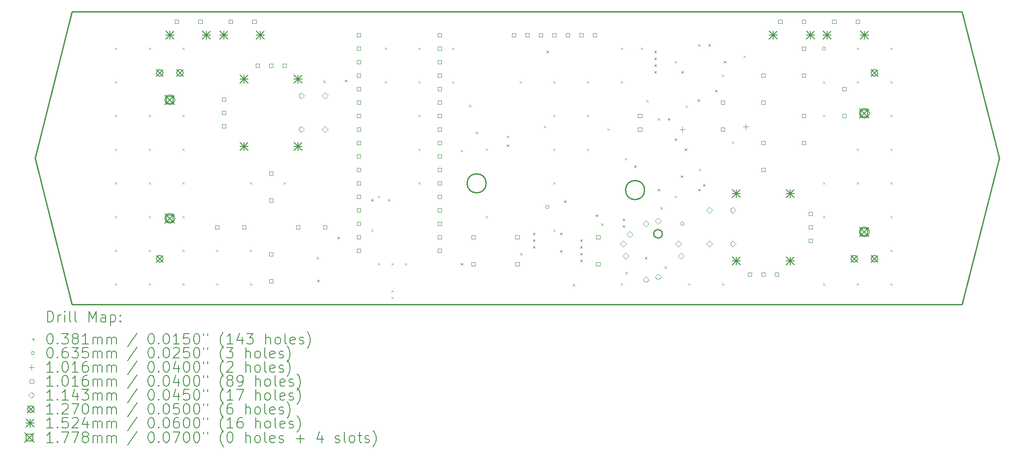
<source format=gbr>
%TF.GenerationSoftware,KiCad,Pcbnew,7.0.2*%
%TF.CreationDate,2024-04-24T22:24:59-04:00*%
%TF.ProjectId,MK2_1,4d4b325f-312e-46b6-9963-61645f706362,1*%
%TF.SameCoordinates,Original*%
%TF.FileFunction,Drillmap*%
%TF.FilePolarity,Positive*%
%FSLAX45Y45*%
G04 Gerber Fmt 4.5, Leading zero omitted, Abs format (unit mm)*
G04 Created by KiCad (PCBNEW 7.0.2) date 2024-04-24 22:24:59*
%MOMM*%
%LPD*%
G01*
G04 APERTURE LIST*
%ADD10C,0.254000*%
%ADD11C,0.200000*%
%ADD12C,0.038100*%
%ADD13C,0.063500*%
%ADD14C,0.101600*%
%ADD15C,0.114300*%
%ADD16C,0.127000*%
%ADD17C,0.152400*%
%ADD18C,0.177800*%
G04 APERTURE END LIST*
D10*
X10403105Y-5588000D02*
G75*
G03*
X10403105Y-5588000I-179605J0D01*
G01*
X13387605Y-5715000D02*
G75*
G03*
X13387605Y-5715000I-179605J0D01*
G01*
X13721120Y-6540500D02*
G75*
G03*
X13721120Y-6540500I-81320J0D01*
G01*
X2603500Y-2349500D02*
X1905000Y-5111750D01*
X20066000Y-5111750D02*
X19367500Y-2349500D01*
X20066000Y-5111750D02*
X19367500Y-7874000D01*
X2603500Y-2349500D02*
X19367500Y-2349500D01*
X2603500Y-7874000D02*
X1905000Y-5111750D01*
X19367500Y-7874000D02*
X2603500Y-7874000D01*
D11*
D12*
X3409950Y-3028950D02*
X3448050Y-3067050D01*
X3448050Y-3028950D02*
X3409950Y-3067050D01*
X3409950Y-3663950D02*
X3448050Y-3702050D01*
X3448050Y-3663950D02*
X3409950Y-3702050D01*
X3409950Y-4298950D02*
X3448050Y-4337050D01*
X3448050Y-4298950D02*
X3409950Y-4337050D01*
X3409950Y-4933950D02*
X3448050Y-4972050D01*
X3448050Y-4933950D02*
X3409950Y-4972050D01*
X3409950Y-5568950D02*
X3448050Y-5607050D01*
X3448050Y-5568950D02*
X3409950Y-5607050D01*
X3409950Y-6203950D02*
X3448050Y-6242050D01*
X3448050Y-6203950D02*
X3409950Y-6242050D01*
X3409950Y-6838950D02*
X3448050Y-6877050D01*
X3448050Y-6838950D02*
X3409950Y-6877050D01*
X3409950Y-7473950D02*
X3448050Y-7512050D01*
X3448050Y-7473950D02*
X3409950Y-7512050D01*
X4044950Y-3028950D02*
X4083050Y-3067050D01*
X4083050Y-3028950D02*
X4044950Y-3067050D01*
X4044950Y-4298950D02*
X4083050Y-4337050D01*
X4083050Y-4298950D02*
X4044950Y-4337050D01*
X4044950Y-4933950D02*
X4083050Y-4972050D01*
X4083050Y-4933950D02*
X4044950Y-4972050D01*
X4044950Y-5568950D02*
X4083050Y-5607050D01*
X4083050Y-5568950D02*
X4044950Y-5607050D01*
X4044950Y-6203950D02*
X4083050Y-6242050D01*
X4083050Y-6203950D02*
X4044950Y-6242050D01*
X4044950Y-6838950D02*
X4083050Y-6877050D01*
X4083050Y-6838950D02*
X4044950Y-6877050D01*
X4044950Y-7473950D02*
X4083050Y-7512050D01*
X4083050Y-7473950D02*
X4044950Y-7512050D01*
X4679950Y-3028950D02*
X4718050Y-3067050D01*
X4718050Y-3028950D02*
X4679950Y-3067050D01*
X4679950Y-4298950D02*
X4718050Y-4337050D01*
X4718050Y-4298950D02*
X4679950Y-4337050D01*
X4679950Y-4933950D02*
X4718050Y-4972050D01*
X4718050Y-4933950D02*
X4679950Y-4972050D01*
X4679950Y-5568950D02*
X4718050Y-5607050D01*
X4718050Y-5568950D02*
X4679950Y-5607050D01*
X4679950Y-6203950D02*
X4718050Y-6242050D01*
X4718050Y-6203950D02*
X4679950Y-6242050D01*
X4679950Y-6838950D02*
X4718050Y-6877050D01*
X4718050Y-6838950D02*
X4679950Y-6877050D01*
X4679950Y-7473950D02*
X4718050Y-7512050D01*
X4718050Y-7473950D02*
X4679950Y-7512050D01*
X5314950Y-6838950D02*
X5353050Y-6877050D01*
X5353050Y-6838950D02*
X5314950Y-6877050D01*
X5314950Y-7473950D02*
X5353050Y-7512050D01*
X5353050Y-7473950D02*
X5314950Y-7512050D01*
X5949950Y-5568950D02*
X5988050Y-5607050D01*
X5988050Y-5568950D02*
X5949950Y-5607050D01*
X5949950Y-6838950D02*
X5988050Y-6877050D01*
X5988050Y-6838950D02*
X5949950Y-6877050D01*
X5949950Y-7473950D02*
X5988050Y-7512050D01*
X5988050Y-7473950D02*
X5949950Y-7512050D01*
X6584950Y-5568950D02*
X6623050Y-5607050D01*
X6623050Y-5568950D02*
X6584950Y-5607050D01*
X7207250Y-6978650D02*
X7245350Y-7016750D01*
X7245350Y-6978650D02*
X7207250Y-7016750D01*
X7219950Y-7410450D02*
X7258050Y-7448550D01*
X7258050Y-7410450D02*
X7219950Y-7448550D01*
X7334250Y-3651250D02*
X7372350Y-3689350D01*
X7372350Y-3651250D02*
X7334250Y-3689350D01*
X7600950Y-6597650D02*
X7639050Y-6635750D01*
X7639050Y-6597650D02*
X7600950Y-6635750D01*
X7740650Y-3638550D02*
X7778750Y-3676650D01*
X7778750Y-3638550D02*
X7740650Y-3676650D01*
X8235950Y-5886450D02*
X8274050Y-5924550D01*
X8274050Y-5886450D02*
X8235950Y-5924550D01*
X8235950Y-6457950D02*
X8274050Y-6496050D01*
X8274050Y-6457950D02*
X8235950Y-6496050D01*
X8362950Y-5822950D02*
X8401050Y-5861050D01*
X8401050Y-5822950D02*
X8362950Y-5861050D01*
X8362950Y-7092950D02*
X8401050Y-7131050D01*
X8401050Y-7092950D02*
X8362950Y-7131050D01*
X8489950Y-3028950D02*
X8528050Y-3067050D01*
X8528050Y-3028950D02*
X8489950Y-3067050D01*
X8489950Y-3663950D02*
X8528050Y-3702050D01*
X8528050Y-3663950D02*
X8489950Y-3702050D01*
X8553450Y-5886450D02*
X8591550Y-5924550D01*
X8591550Y-5886450D02*
X8553450Y-5924550D01*
X8616950Y-7092950D02*
X8655050Y-7131050D01*
X8655050Y-7092950D02*
X8616950Y-7131050D01*
X8616950Y-7600950D02*
X8655050Y-7639050D01*
X8655050Y-7600950D02*
X8616950Y-7639050D01*
X8616950Y-7727950D02*
X8655050Y-7766050D01*
X8655050Y-7727950D02*
X8616950Y-7766050D01*
X8870950Y-7092950D02*
X8909050Y-7131050D01*
X8909050Y-7092950D02*
X8870950Y-7131050D01*
X9124950Y-3028950D02*
X9163050Y-3067050D01*
X9163050Y-3028950D02*
X9124950Y-3067050D01*
X9124950Y-3663950D02*
X9163050Y-3702050D01*
X9163050Y-3663950D02*
X9124950Y-3702050D01*
X9124950Y-4298950D02*
X9163050Y-4337050D01*
X9163050Y-4298950D02*
X9124950Y-4337050D01*
X9124950Y-4933950D02*
X9163050Y-4972050D01*
X9163050Y-4933950D02*
X9124950Y-4972050D01*
X9124950Y-5568950D02*
X9163050Y-5607050D01*
X9163050Y-5568950D02*
X9124950Y-5607050D01*
X9759950Y-3028950D02*
X9798050Y-3067050D01*
X9798050Y-3028950D02*
X9759950Y-3067050D01*
X9759950Y-3663950D02*
X9798050Y-3702050D01*
X9798050Y-3663950D02*
X9759950Y-3702050D01*
X9924415Y-4958715D02*
X9962515Y-4996815D01*
X9962515Y-4958715D02*
X9924415Y-4996815D01*
X9925050Y-7092950D02*
X9963150Y-7131050D01*
X9963150Y-7092950D02*
X9925050Y-7131050D01*
X10077450Y-4108450D02*
X10115550Y-4146550D01*
X10115550Y-4108450D02*
X10077450Y-4146550D01*
X10204450Y-4616450D02*
X10242550Y-4654550D01*
X10242550Y-4616450D02*
X10204450Y-4654550D01*
X10394950Y-4933950D02*
X10433050Y-4972050D01*
X10433050Y-4933950D02*
X10394950Y-4972050D01*
X10394950Y-6203950D02*
X10433050Y-6242050D01*
X10433050Y-6203950D02*
X10394950Y-6242050D01*
X10788650Y-4692650D02*
X10826750Y-4730750D01*
X10826750Y-4692650D02*
X10788650Y-4730750D01*
X10788650Y-4857750D02*
X10826750Y-4895850D01*
X10826750Y-4857750D02*
X10788650Y-4895850D01*
X11029950Y-3663950D02*
X11068050Y-3702050D01*
X11068050Y-3663950D02*
X11029950Y-3702050D01*
X11042650Y-6902450D02*
X11080750Y-6940550D01*
X11080750Y-6902450D02*
X11042650Y-6940550D01*
X11283950Y-6521450D02*
X11322050Y-6559550D01*
X11322050Y-6521450D02*
X11283950Y-6559550D01*
X11283950Y-6648450D02*
X11322050Y-6686550D01*
X11322050Y-6648450D02*
X11283950Y-6686550D01*
X11283950Y-6775450D02*
X11322050Y-6813550D01*
X11322050Y-6775450D02*
X11283950Y-6813550D01*
X11487150Y-4502150D02*
X11525250Y-4540250D01*
X11525250Y-4502150D02*
X11487150Y-4540250D01*
X11537950Y-3092450D02*
X11576050Y-3130550D01*
X11576050Y-3092450D02*
X11537950Y-3130550D01*
X11664950Y-3663950D02*
X11703050Y-3702050D01*
X11703050Y-3663950D02*
X11664950Y-3702050D01*
X11664950Y-4298950D02*
X11703050Y-4337050D01*
X11703050Y-4298950D02*
X11664950Y-4337050D01*
X11664950Y-4933950D02*
X11703050Y-4972050D01*
X11703050Y-4933950D02*
X11664950Y-4972050D01*
X11664950Y-5568950D02*
X11703050Y-5607050D01*
X11703050Y-5568950D02*
X11664950Y-5607050D01*
X11664950Y-6457950D02*
X11703050Y-6496050D01*
X11703050Y-6457950D02*
X11664950Y-6496050D01*
X11791950Y-6521450D02*
X11830050Y-6559550D01*
X11830050Y-6521450D02*
X11791950Y-6559550D01*
X11791950Y-6851650D02*
X11830050Y-6889750D01*
X11830050Y-6851650D02*
X11791950Y-6889750D01*
X11868150Y-5911850D02*
X11906250Y-5949950D01*
X11906250Y-5911850D02*
X11868150Y-5949950D01*
X12033250Y-7486650D02*
X12071350Y-7524750D01*
X12071350Y-7486650D02*
X12033250Y-7524750D01*
X12172950Y-6648450D02*
X12211050Y-6686550D01*
X12211050Y-6648450D02*
X12172950Y-6686550D01*
X12172950Y-6775450D02*
X12211050Y-6813550D01*
X12211050Y-6775450D02*
X12172950Y-6813550D01*
X12172950Y-6902450D02*
X12211050Y-6940550D01*
X12211050Y-6902450D02*
X12172950Y-6940550D01*
X12172950Y-7029450D02*
X12211050Y-7067550D01*
X12211050Y-7029450D02*
X12172950Y-7067550D01*
X12299950Y-3663950D02*
X12338050Y-3702050D01*
X12338050Y-3663950D02*
X12299950Y-3702050D01*
X12299950Y-4298950D02*
X12338050Y-4337050D01*
X12338050Y-4298950D02*
X12299950Y-4337050D01*
X12299950Y-4933950D02*
X12338050Y-4972050D01*
X12338050Y-4933950D02*
X12299950Y-4972050D01*
X12465050Y-6178550D02*
X12503150Y-6216650D01*
X12503150Y-6178550D02*
X12465050Y-6216650D01*
X12566650Y-6343650D02*
X12604750Y-6381750D01*
X12604750Y-6343650D02*
X12566650Y-6381750D01*
X12680950Y-4552950D02*
X12719050Y-4591050D01*
X12719050Y-4552950D02*
X12680950Y-4591050D01*
X12934950Y-3028950D02*
X12973050Y-3067050D01*
X12973050Y-3028950D02*
X12934950Y-3067050D01*
X12934950Y-3663950D02*
X12973050Y-3702050D01*
X12973050Y-3663950D02*
X12934950Y-3702050D01*
X12934950Y-7473950D02*
X12973050Y-7512050D01*
X12973050Y-7473950D02*
X12934950Y-7512050D01*
X12973050Y-6254750D02*
X13011150Y-6292850D01*
X13011150Y-6254750D02*
X12973050Y-6292850D01*
X12973050Y-6381750D02*
X13011150Y-6419850D01*
X13011150Y-6381750D02*
X12973050Y-6419850D01*
X13011150Y-5111750D02*
X13049250Y-5149850D01*
X13049250Y-5111750D02*
X13011150Y-5149850D01*
X13023850Y-7258050D02*
X13061950Y-7296150D01*
X13061950Y-7258050D02*
X13023850Y-7296150D01*
X13188950Y-5251450D02*
X13227050Y-5289550D01*
X13227050Y-5251450D02*
X13188950Y-5289550D01*
X13315950Y-3028950D02*
X13354050Y-3067050D01*
X13354050Y-3028950D02*
X13315950Y-3067050D01*
X13392150Y-6978650D02*
X13430250Y-7016750D01*
X13430250Y-6978650D02*
X13392150Y-7016750D01*
X13417550Y-4019550D02*
X13455650Y-4057650D01*
X13455650Y-4019550D02*
X13417550Y-4057650D01*
X13569950Y-3092450D02*
X13608050Y-3130550D01*
X13608050Y-3092450D02*
X13569950Y-3130550D01*
X13569950Y-3219450D02*
X13608050Y-3257550D01*
X13608050Y-3219450D02*
X13569950Y-3257550D01*
X13569950Y-3346450D02*
X13608050Y-3384550D01*
X13608050Y-3346450D02*
X13569950Y-3384550D01*
X13569950Y-3473450D02*
X13608050Y-3511550D01*
X13608050Y-3473450D02*
X13569950Y-3511550D01*
X13633450Y-4362450D02*
X13671550Y-4400550D01*
X13671550Y-4362450D02*
X13633450Y-4400550D01*
X13633450Y-5695950D02*
X13671550Y-5734050D01*
X13671550Y-5695950D02*
X13633450Y-5734050D01*
X13684250Y-6038850D02*
X13722350Y-6076950D01*
X13722350Y-6038850D02*
X13684250Y-6076950D01*
X13760450Y-7156450D02*
X13798550Y-7194550D01*
X13798550Y-7156450D02*
X13760450Y-7194550D01*
X13823950Y-4362450D02*
X13862050Y-4400550D01*
X13862050Y-4362450D02*
X13823950Y-4400550D01*
X13950950Y-3282950D02*
X13989050Y-3321050D01*
X13989050Y-3282950D02*
X13950950Y-3321050D01*
X13950950Y-4743450D02*
X13989050Y-4781550D01*
X13989050Y-4743450D02*
X13950950Y-4781550D01*
X13950950Y-5822950D02*
X13989050Y-5861050D01*
X13989050Y-5822950D02*
X13950950Y-5861050D01*
X14065250Y-5441950D02*
X14103350Y-5480050D01*
X14103350Y-5441950D02*
X14065250Y-5480050D01*
X14077950Y-3473450D02*
X14116050Y-3511550D01*
X14116050Y-3473450D02*
X14077950Y-3511550D01*
X14141450Y-4933950D02*
X14179550Y-4972050D01*
X14179550Y-4933950D02*
X14141450Y-4972050D01*
X14154150Y-4121150D02*
X14192250Y-4159250D01*
X14192250Y-4121150D02*
X14154150Y-4159250D01*
X14204950Y-7473950D02*
X14243050Y-7512050D01*
X14243050Y-7473950D02*
X14204950Y-7512050D01*
X14382750Y-4006850D02*
X14420850Y-4044950D01*
X14420850Y-4006850D02*
X14382750Y-4044950D01*
X14395450Y-2965450D02*
X14433550Y-3003550D01*
X14433550Y-2965450D02*
X14395450Y-3003550D01*
X14395450Y-5695950D02*
X14433550Y-5734050D01*
X14433550Y-5695950D02*
X14395450Y-5734050D01*
X14408150Y-5314950D02*
X14446250Y-5353050D01*
X14446250Y-5314950D02*
X14408150Y-5353050D01*
X14484350Y-5607050D02*
X14522450Y-5645150D01*
X14522450Y-5607050D02*
X14484350Y-5645150D01*
X14585950Y-2965450D02*
X14624050Y-3003550D01*
X14624050Y-2965450D02*
X14585950Y-3003550D01*
X14712950Y-3829050D02*
X14751050Y-3867150D01*
X14751050Y-3829050D02*
X14712950Y-3867150D01*
X14839950Y-3536950D02*
X14878050Y-3575050D01*
X14878050Y-3536950D02*
X14839950Y-3575050D01*
X14839950Y-7473950D02*
X14878050Y-7512050D01*
X14878050Y-7473950D02*
X14839950Y-7512050D01*
X14878050Y-3282950D02*
X14916150Y-3321050D01*
X14916150Y-3282950D02*
X14878050Y-3321050D01*
X15027597Y-4797103D02*
X15065697Y-4835203D01*
X15065697Y-4797103D02*
X15027597Y-4835203D01*
X15246350Y-3181350D02*
X15284450Y-3219450D01*
X15284450Y-3181350D02*
X15246350Y-3219450D01*
X16744950Y-3663950D02*
X16783050Y-3702050D01*
X16783050Y-3663950D02*
X16744950Y-3702050D01*
X16744950Y-4298950D02*
X16783050Y-4337050D01*
X16783050Y-4298950D02*
X16744950Y-4337050D01*
X16744950Y-5568950D02*
X16783050Y-5607050D01*
X16783050Y-5568950D02*
X16744950Y-5607050D01*
X16744950Y-6203950D02*
X16783050Y-6242050D01*
X16783050Y-6203950D02*
X16744950Y-6242050D01*
X16744950Y-7473950D02*
X16783050Y-7512050D01*
X16783050Y-7473950D02*
X16744950Y-7512050D01*
X17379950Y-3028950D02*
X17418050Y-3067050D01*
X17418050Y-3028950D02*
X17379950Y-3067050D01*
X17379950Y-3663950D02*
X17418050Y-3702050D01*
X17418050Y-3663950D02*
X17379950Y-3702050D01*
X17379950Y-4933950D02*
X17418050Y-4972050D01*
X17418050Y-4933950D02*
X17379950Y-4972050D01*
X17379950Y-5568950D02*
X17418050Y-5607050D01*
X17418050Y-5568950D02*
X17379950Y-5607050D01*
X17379950Y-7473950D02*
X17418050Y-7512050D01*
X17418050Y-7473950D02*
X17379950Y-7512050D01*
X18014950Y-3028950D02*
X18053050Y-3067050D01*
X18053050Y-3028950D02*
X18014950Y-3067050D01*
X18014950Y-3663950D02*
X18053050Y-3702050D01*
X18053050Y-3663950D02*
X18014950Y-3702050D01*
X18014950Y-4298950D02*
X18053050Y-4337050D01*
X18053050Y-4298950D02*
X18014950Y-4337050D01*
X18014950Y-4933950D02*
X18053050Y-4972050D01*
X18053050Y-4933950D02*
X18014950Y-4972050D01*
X18014950Y-5568950D02*
X18053050Y-5607050D01*
X18053050Y-5568950D02*
X18014950Y-5607050D01*
X18014950Y-6203950D02*
X18053050Y-6242050D01*
X18053050Y-6203950D02*
X18014950Y-6242050D01*
X18014950Y-6838950D02*
X18053050Y-6877050D01*
X18053050Y-6838950D02*
X18014950Y-6877050D01*
X18014950Y-7473950D02*
X18053050Y-7512050D01*
X18053050Y-7473950D02*
X18014950Y-7512050D01*
D13*
X11588750Y-6032500D02*
G75*
G03*
X11588750Y-6032500I-31750J0D01*
G01*
X14128750Y-6350000D02*
G75*
G03*
X14128750Y-6350000I-31750J0D01*
G01*
X16795750Y-3048000D02*
G75*
G03*
X16795750Y-3048000I-31750J0D01*
G01*
D14*
X14097000Y-4521200D02*
X14097000Y-4622800D01*
X14046200Y-4572000D02*
X14147800Y-4572000D01*
X15290800Y-4470400D02*
X15290800Y-4572000D01*
X15240000Y-4521200D02*
X15341600Y-4521200D01*
X4607921Y-2575921D02*
X4607921Y-2504079D01*
X4536079Y-2504079D01*
X4536079Y-2575921D01*
X4607921Y-2575921D01*
X5052421Y-2575921D02*
X5052421Y-2504079D01*
X4980579Y-2504079D01*
X4980579Y-2575921D01*
X5052421Y-2575921D01*
X5369921Y-6449421D02*
X5369921Y-6377579D01*
X5298079Y-6377579D01*
X5298079Y-6449421D01*
X5369921Y-6449421D01*
X5496921Y-4036421D02*
X5496921Y-3964579D01*
X5425079Y-3964579D01*
X5425079Y-4036421D01*
X5496921Y-4036421D01*
X5496921Y-4290421D02*
X5496921Y-4218579D01*
X5425079Y-4218579D01*
X5425079Y-4290421D01*
X5496921Y-4290421D01*
X5496921Y-4544421D02*
X5496921Y-4472579D01*
X5425079Y-4472579D01*
X5425079Y-4544421D01*
X5496921Y-4544421D01*
X5623921Y-2575921D02*
X5623921Y-2504079D01*
X5552079Y-2504079D01*
X5552079Y-2575921D01*
X5623921Y-2575921D01*
X5877921Y-6449421D02*
X5877921Y-6377579D01*
X5806079Y-6377579D01*
X5806079Y-6449421D01*
X5877921Y-6449421D01*
X6068421Y-2575921D02*
X6068421Y-2504079D01*
X5996579Y-2504079D01*
X5996579Y-2575921D01*
X6068421Y-2575921D01*
X6131921Y-3401421D02*
X6131921Y-3329579D01*
X6060079Y-3329579D01*
X6060079Y-3401421D01*
X6131921Y-3401421D01*
X6385921Y-3401421D02*
X6385921Y-3329579D01*
X6314079Y-3329579D01*
X6314079Y-3401421D01*
X6385921Y-3401421D01*
X6385921Y-5433421D02*
X6385921Y-5361579D01*
X6314079Y-5361579D01*
X6314079Y-5433421D01*
X6385921Y-5433421D01*
X6385921Y-5941421D02*
X6385921Y-5869579D01*
X6314079Y-5869579D01*
X6314079Y-5941421D01*
X6385921Y-5941421D01*
X6385921Y-6957421D02*
X6385921Y-6885579D01*
X6314079Y-6885579D01*
X6314079Y-6957421D01*
X6385921Y-6957421D01*
X6385921Y-7465421D02*
X6385921Y-7393579D01*
X6314079Y-7393579D01*
X6314079Y-7465421D01*
X6385921Y-7465421D01*
X6639921Y-3401421D02*
X6639921Y-3329579D01*
X6568079Y-3329579D01*
X6568079Y-3401421D01*
X6639921Y-3401421D01*
X6893921Y-6449421D02*
X6893921Y-6377579D01*
X6822079Y-6377579D01*
X6822079Y-6449421D01*
X6893921Y-6449421D01*
X7401921Y-6449421D02*
X7401921Y-6377579D01*
X7330079Y-6377579D01*
X7330079Y-6449421D01*
X7401921Y-6449421D01*
X8036921Y-2829921D02*
X8036921Y-2758079D01*
X7965079Y-2758079D01*
X7965079Y-2829921D01*
X8036921Y-2829921D01*
X8036921Y-3083921D02*
X8036921Y-3012079D01*
X7965079Y-3012079D01*
X7965079Y-3083921D01*
X8036921Y-3083921D01*
X8036921Y-3337921D02*
X8036921Y-3266079D01*
X7965079Y-3266079D01*
X7965079Y-3337921D01*
X8036921Y-3337921D01*
X8036921Y-3591921D02*
X8036921Y-3520079D01*
X7965079Y-3520079D01*
X7965079Y-3591921D01*
X8036921Y-3591921D01*
X8036921Y-3845921D02*
X8036921Y-3774079D01*
X7965079Y-3774079D01*
X7965079Y-3845921D01*
X8036921Y-3845921D01*
X8036921Y-4099921D02*
X8036921Y-4028079D01*
X7965079Y-4028079D01*
X7965079Y-4099921D01*
X8036921Y-4099921D01*
X8036921Y-4353921D02*
X8036921Y-4282079D01*
X7965079Y-4282079D01*
X7965079Y-4353921D01*
X8036921Y-4353921D01*
X8036921Y-4607921D02*
X8036921Y-4536079D01*
X7965079Y-4536079D01*
X7965079Y-4607921D01*
X8036921Y-4607921D01*
X8036921Y-4861921D02*
X8036921Y-4790079D01*
X7965079Y-4790079D01*
X7965079Y-4861921D01*
X8036921Y-4861921D01*
X8036921Y-5115921D02*
X8036921Y-5044079D01*
X7965079Y-5044079D01*
X7965079Y-5115921D01*
X8036921Y-5115921D01*
X8036921Y-5369921D02*
X8036921Y-5298079D01*
X7965079Y-5298079D01*
X7965079Y-5369921D01*
X8036921Y-5369921D01*
X8036921Y-5623921D02*
X8036921Y-5552079D01*
X7965079Y-5552079D01*
X7965079Y-5623921D01*
X8036921Y-5623921D01*
X8036921Y-5877921D02*
X8036921Y-5806079D01*
X7965079Y-5806079D01*
X7965079Y-5877921D01*
X8036921Y-5877921D01*
X8036921Y-6131921D02*
X8036921Y-6060079D01*
X7965079Y-6060079D01*
X7965079Y-6131921D01*
X8036921Y-6131921D01*
X8036921Y-6385921D02*
X8036921Y-6314079D01*
X7965079Y-6314079D01*
X7965079Y-6385921D01*
X8036921Y-6385921D01*
X8036921Y-6639921D02*
X8036921Y-6568079D01*
X7965079Y-6568079D01*
X7965079Y-6639921D01*
X8036921Y-6639921D01*
X8036921Y-6893921D02*
X8036921Y-6822079D01*
X7965079Y-6822079D01*
X7965079Y-6893921D01*
X8036921Y-6893921D01*
X9560921Y-2829921D02*
X9560921Y-2758079D01*
X9489079Y-2758079D01*
X9489079Y-2829921D01*
X9560921Y-2829921D01*
X9560921Y-3083921D02*
X9560921Y-3012079D01*
X9489079Y-3012079D01*
X9489079Y-3083921D01*
X9560921Y-3083921D01*
X9560921Y-3337921D02*
X9560921Y-3266079D01*
X9489079Y-3266079D01*
X9489079Y-3337921D01*
X9560921Y-3337921D01*
X9560921Y-3591921D02*
X9560921Y-3520079D01*
X9489079Y-3520079D01*
X9489079Y-3591921D01*
X9560921Y-3591921D01*
X9560921Y-3845921D02*
X9560921Y-3774079D01*
X9489079Y-3774079D01*
X9489079Y-3845921D01*
X9560921Y-3845921D01*
X9560921Y-4099921D02*
X9560921Y-4028079D01*
X9489079Y-4028079D01*
X9489079Y-4099921D01*
X9560921Y-4099921D01*
X9560921Y-4353921D02*
X9560921Y-4282079D01*
X9489079Y-4282079D01*
X9489079Y-4353921D01*
X9560921Y-4353921D01*
X9560921Y-4607921D02*
X9560921Y-4536079D01*
X9489079Y-4536079D01*
X9489079Y-4607921D01*
X9560921Y-4607921D01*
X9560921Y-4861921D02*
X9560921Y-4790079D01*
X9489079Y-4790079D01*
X9489079Y-4861921D01*
X9560921Y-4861921D01*
X9560921Y-5115921D02*
X9560921Y-5044079D01*
X9489079Y-5044079D01*
X9489079Y-5115921D01*
X9560921Y-5115921D01*
X9560921Y-5369921D02*
X9560921Y-5298079D01*
X9489079Y-5298079D01*
X9489079Y-5369921D01*
X9560921Y-5369921D01*
X9560921Y-5623921D02*
X9560921Y-5552079D01*
X9489079Y-5552079D01*
X9489079Y-5623921D01*
X9560921Y-5623921D01*
X9560921Y-5877921D02*
X9560921Y-5806079D01*
X9489079Y-5806079D01*
X9489079Y-5877921D01*
X9560921Y-5877921D01*
X9560921Y-6131921D02*
X9560921Y-6060079D01*
X9489079Y-6060079D01*
X9489079Y-6131921D01*
X9560921Y-6131921D01*
X9560921Y-6385921D02*
X9560921Y-6314079D01*
X9489079Y-6314079D01*
X9489079Y-6385921D01*
X9560921Y-6385921D01*
X9560921Y-6639921D02*
X9560921Y-6568079D01*
X9489079Y-6568079D01*
X9489079Y-6639921D01*
X9560921Y-6639921D01*
X9560921Y-6893921D02*
X9560921Y-6822079D01*
X9489079Y-6822079D01*
X9489079Y-6893921D01*
X9560921Y-6893921D01*
X10195921Y-6639921D02*
X10195921Y-6568079D01*
X10124079Y-6568079D01*
X10124079Y-6639921D01*
X10195921Y-6639921D01*
X10195921Y-7147921D02*
X10195921Y-7076079D01*
X10124079Y-7076079D01*
X10124079Y-7147921D01*
X10195921Y-7147921D01*
X10957921Y-2829921D02*
X10957921Y-2758079D01*
X10886079Y-2758079D01*
X10886079Y-2829921D01*
X10957921Y-2829921D01*
X11021421Y-6639921D02*
X11021421Y-6568079D01*
X10949579Y-6568079D01*
X10949579Y-6639921D01*
X11021421Y-6639921D01*
X11021421Y-7147921D02*
X11021421Y-7076079D01*
X10949579Y-7076079D01*
X10949579Y-7147921D01*
X11021421Y-7147921D01*
X11211921Y-2829921D02*
X11211921Y-2758079D01*
X11140079Y-2758079D01*
X11140079Y-2829921D01*
X11211921Y-2829921D01*
X11465921Y-2829921D02*
X11465921Y-2758079D01*
X11394079Y-2758079D01*
X11394079Y-2829921D01*
X11465921Y-2829921D01*
X11719921Y-2829921D02*
X11719921Y-2758079D01*
X11648079Y-2758079D01*
X11648079Y-2829921D01*
X11719921Y-2829921D01*
X11973921Y-2829921D02*
X11973921Y-2758079D01*
X11902079Y-2758079D01*
X11902079Y-2829921D01*
X11973921Y-2829921D01*
X12227921Y-2829921D02*
X12227921Y-2758079D01*
X12156079Y-2758079D01*
X12156079Y-2829921D01*
X12227921Y-2829921D01*
X12481921Y-2829921D02*
X12481921Y-2758079D01*
X12410079Y-2758079D01*
X12410079Y-2829921D01*
X12481921Y-2829921D01*
X12545421Y-6639921D02*
X12545421Y-6568079D01*
X12473579Y-6568079D01*
X12473579Y-6639921D01*
X12545421Y-6639921D01*
X12545421Y-7147921D02*
X12545421Y-7076079D01*
X12473579Y-7076079D01*
X12473579Y-7147921D01*
X12545421Y-7147921D01*
X13332821Y-4353921D02*
X13332821Y-4282079D01*
X13260979Y-4282079D01*
X13260979Y-4353921D01*
X13332821Y-4353921D01*
X13332821Y-4607921D02*
X13332821Y-4536079D01*
X13260979Y-4536079D01*
X13260979Y-4607921D01*
X13332821Y-4607921D01*
X14894921Y-4099921D02*
X14894921Y-4028079D01*
X14823079Y-4028079D01*
X14823079Y-4099921D01*
X14894921Y-4099921D01*
X14894921Y-4607921D02*
X14894921Y-4536079D01*
X14823079Y-4536079D01*
X14823079Y-4607921D01*
X14894921Y-4607921D01*
X15402921Y-7338421D02*
X15402921Y-7266579D01*
X15331079Y-7266579D01*
X15331079Y-7338421D01*
X15402921Y-7338421D01*
X15656921Y-3591921D02*
X15656921Y-3520079D01*
X15585079Y-3520079D01*
X15585079Y-3591921D01*
X15656921Y-3591921D01*
X15656921Y-4099921D02*
X15656921Y-4028079D01*
X15585079Y-4028079D01*
X15585079Y-4099921D01*
X15656921Y-4099921D01*
X15656921Y-4861921D02*
X15656921Y-4790079D01*
X15585079Y-4790079D01*
X15585079Y-4861921D01*
X15656921Y-4861921D01*
X15656921Y-5369921D02*
X15656921Y-5298079D01*
X15585079Y-5298079D01*
X15585079Y-5369921D01*
X15656921Y-5369921D01*
X15656921Y-7338421D02*
X15656921Y-7266579D01*
X15585079Y-7266579D01*
X15585079Y-7338421D01*
X15656921Y-7338421D01*
X15910921Y-7338421D02*
X15910921Y-7266579D01*
X15839079Y-7266579D01*
X15839079Y-7338421D01*
X15910921Y-7338421D01*
X15974421Y-2575921D02*
X15974421Y-2504079D01*
X15902579Y-2504079D01*
X15902579Y-2575921D01*
X15974421Y-2575921D01*
X16418921Y-2575921D02*
X16418921Y-2504079D01*
X16347079Y-2504079D01*
X16347079Y-2575921D01*
X16418921Y-2575921D01*
X16418921Y-3083921D02*
X16418921Y-3012079D01*
X16347079Y-3012079D01*
X16347079Y-3083921D01*
X16418921Y-3083921D01*
X16418921Y-3591921D02*
X16418921Y-3520079D01*
X16347079Y-3520079D01*
X16347079Y-3591921D01*
X16418921Y-3591921D01*
X16418921Y-4353921D02*
X16418921Y-4282079D01*
X16347079Y-4282079D01*
X16347079Y-4353921D01*
X16418921Y-4353921D01*
X16418921Y-4861921D02*
X16418921Y-4790079D01*
X16347079Y-4790079D01*
X16347079Y-4861921D01*
X16418921Y-4861921D01*
X16545921Y-6195421D02*
X16545921Y-6123579D01*
X16474079Y-6123579D01*
X16474079Y-6195421D01*
X16545921Y-6195421D01*
X16545921Y-6449421D02*
X16545921Y-6377579D01*
X16474079Y-6377579D01*
X16474079Y-6449421D01*
X16545921Y-6449421D01*
X16545921Y-6703421D02*
X16545921Y-6631579D01*
X16474079Y-6631579D01*
X16474079Y-6703421D01*
X16545921Y-6703421D01*
X16990421Y-2575921D02*
X16990421Y-2504079D01*
X16918579Y-2504079D01*
X16918579Y-2575921D01*
X16990421Y-2575921D01*
X17180921Y-3845921D02*
X17180921Y-3774079D01*
X17109079Y-3774079D01*
X17109079Y-3845921D01*
X17180921Y-3845921D01*
X17180921Y-4353921D02*
X17180921Y-4282079D01*
X17109079Y-4282079D01*
X17109079Y-4353921D01*
X17180921Y-4353921D01*
X17434921Y-2575921D02*
X17434921Y-2504079D01*
X17363079Y-2504079D01*
X17363079Y-2575921D01*
X17434921Y-2575921D01*
D15*
X6921500Y-3994150D02*
X6978650Y-3937000D01*
X6921500Y-3879850D01*
X6864350Y-3937000D01*
X6921500Y-3994150D01*
X6921500Y-4629150D02*
X6978650Y-4572000D01*
X6921500Y-4514850D01*
X6864350Y-4572000D01*
X6921500Y-4629150D01*
X7366000Y-3994150D02*
X7423150Y-3937000D01*
X7366000Y-3879850D01*
X7308850Y-3937000D01*
X7366000Y-3994150D01*
X7366000Y-4629150D02*
X7423150Y-4572000D01*
X7366000Y-4514850D01*
X7308850Y-4572000D01*
X7366000Y-4629150D01*
X12979400Y-6788150D02*
X13036550Y-6731000D01*
X12979400Y-6673850D01*
X12922250Y-6731000D01*
X12979400Y-6788150D01*
X13030200Y-7016750D02*
X13087350Y-6959600D01*
X13030200Y-6902450D01*
X12973050Y-6959600D01*
X13030200Y-7016750D01*
X13106400Y-6610350D02*
X13163550Y-6553200D01*
X13106400Y-6496050D01*
X13049250Y-6553200D01*
X13106400Y-6610350D01*
X13411200Y-6407150D02*
X13468350Y-6350000D01*
X13411200Y-6292850D01*
X13354050Y-6350000D01*
X13411200Y-6407150D01*
X13411200Y-7461250D02*
X13468350Y-7404100D01*
X13411200Y-7346950D01*
X13354050Y-7404100D01*
X13411200Y-7461250D01*
X13639800Y-6356350D02*
X13696950Y-6299200D01*
X13639800Y-6242050D01*
X13582650Y-6299200D01*
X13639800Y-6356350D01*
X13639800Y-7410450D02*
X13696950Y-7353300D01*
X13639800Y-7296150D01*
X13582650Y-7353300D01*
X13639800Y-7410450D01*
X14020800Y-6788150D02*
X14077950Y-6731000D01*
X14020800Y-6673850D01*
X13963650Y-6731000D01*
X14020800Y-6788150D01*
X14071600Y-7016750D02*
X14128750Y-6959600D01*
X14071600Y-6902450D01*
X14014450Y-6959600D01*
X14071600Y-7016750D01*
X14605000Y-6153150D02*
X14662150Y-6096000D01*
X14605000Y-6038850D01*
X14547850Y-6096000D01*
X14605000Y-6153150D01*
X14605000Y-6788150D02*
X14662150Y-6731000D01*
X14605000Y-6673850D01*
X14547850Y-6731000D01*
X14605000Y-6788150D01*
X15049500Y-6153150D02*
X15106650Y-6096000D01*
X15049500Y-6038850D01*
X14992350Y-6096000D01*
X15049500Y-6153150D01*
X15049500Y-6788150D02*
X15106650Y-6731000D01*
X15049500Y-6673850D01*
X14992350Y-6731000D01*
X15049500Y-6788150D01*
D16*
X4191000Y-3441700D02*
X4318000Y-3568700D01*
X4318000Y-3441700D02*
X4191000Y-3568700D01*
X4318000Y-3505200D02*
G75*
G03*
X4318000Y-3505200I-63500J0D01*
G01*
X4191000Y-6946900D02*
X4318000Y-7073900D01*
X4318000Y-6946900D02*
X4191000Y-7073900D01*
X4318000Y-7010400D02*
G75*
G03*
X4318000Y-7010400I-63500J0D01*
G01*
X4572000Y-3441700D02*
X4699000Y-3568700D01*
X4699000Y-3441700D02*
X4572000Y-3568700D01*
X4699000Y-3505200D02*
G75*
G03*
X4699000Y-3505200I-63500J0D01*
G01*
X17272000Y-6946900D02*
X17399000Y-7073900D01*
X17399000Y-6946900D02*
X17272000Y-7073900D01*
X17399000Y-7010400D02*
G75*
G03*
X17399000Y-7010400I-63500J0D01*
G01*
X17653000Y-3441700D02*
X17780000Y-3568700D01*
X17780000Y-3441700D02*
X17653000Y-3568700D01*
X17780000Y-3505200D02*
G75*
G03*
X17780000Y-3505200I-63500J0D01*
G01*
X17653000Y-6946900D02*
X17780000Y-7073900D01*
X17780000Y-6946900D02*
X17653000Y-7073900D01*
X17780000Y-7010400D02*
G75*
G03*
X17780000Y-7010400I-63500J0D01*
G01*
D17*
X4368800Y-2717800D02*
X4521200Y-2870200D01*
X4521200Y-2717800D02*
X4368800Y-2870200D01*
X4445000Y-2717800D02*
X4445000Y-2870200D01*
X4368800Y-2794000D02*
X4521200Y-2794000D01*
X5054600Y-2717800D02*
X5207000Y-2870200D01*
X5207000Y-2717800D02*
X5054600Y-2870200D01*
X5130800Y-2717800D02*
X5130800Y-2870200D01*
X5054600Y-2794000D02*
X5207000Y-2794000D01*
X5384800Y-2717800D02*
X5537200Y-2870200D01*
X5537200Y-2717800D02*
X5384800Y-2870200D01*
X5461000Y-2717800D02*
X5461000Y-2870200D01*
X5384800Y-2794000D02*
X5537200Y-2794000D01*
X5765800Y-3543300D02*
X5918200Y-3695700D01*
X5918200Y-3543300D02*
X5765800Y-3695700D01*
X5842000Y-3543300D02*
X5842000Y-3695700D01*
X5765800Y-3619500D02*
X5918200Y-3619500D01*
X5765800Y-4813300D02*
X5918200Y-4965700D01*
X5918200Y-4813300D02*
X5765800Y-4965700D01*
X5842000Y-4813300D02*
X5842000Y-4965700D01*
X5765800Y-4889500D02*
X5918200Y-4889500D01*
X6070600Y-2717800D02*
X6223000Y-2870200D01*
X6223000Y-2717800D02*
X6070600Y-2870200D01*
X6146800Y-2717800D02*
X6146800Y-2870200D01*
X6070600Y-2794000D02*
X6223000Y-2794000D01*
X6781800Y-3543300D02*
X6934200Y-3695700D01*
X6934200Y-3543300D02*
X6781800Y-3695700D01*
X6858000Y-3543300D02*
X6858000Y-3695700D01*
X6781800Y-3619500D02*
X6934200Y-3619500D01*
X6781800Y-4813300D02*
X6934200Y-4965700D01*
X6934200Y-4813300D02*
X6781800Y-4965700D01*
X6858000Y-4813300D02*
X6858000Y-4965700D01*
X6781800Y-4889500D02*
X6934200Y-4889500D01*
X15036800Y-5702300D02*
X15189200Y-5854700D01*
X15189200Y-5702300D02*
X15036800Y-5854700D01*
X15113000Y-5702300D02*
X15113000Y-5854700D01*
X15036800Y-5778500D02*
X15189200Y-5778500D01*
X15036800Y-6972300D02*
X15189200Y-7124700D01*
X15189200Y-6972300D02*
X15036800Y-7124700D01*
X15113000Y-6972300D02*
X15113000Y-7124700D01*
X15036800Y-7048500D02*
X15189200Y-7048500D01*
X15735300Y-2717800D02*
X15887700Y-2870200D01*
X15887700Y-2717800D02*
X15735300Y-2870200D01*
X15811500Y-2717800D02*
X15811500Y-2870200D01*
X15735300Y-2794000D02*
X15887700Y-2794000D01*
X16052800Y-5702300D02*
X16205200Y-5854700D01*
X16205200Y-5702300D02*
X16052800Y-5854700D01*
X16129000Y-5702300D02*
X16129000Y-5854700D01*
X16052800Y-5778500D02*
X16205200Y-5778500D01*
X16052800Y-6972300D02*
X16205200Y-7124700D01*
X16205200Y-6972300D02*
X16052800Y-7124700D01*
X16129000Y-6972300D02*
X16129000Y-7124700D01*
X16052800Y-7048500D02*
X16205200Y-7048500D01*
X16433800Y-2717800D02*
X16586200Y-2870200D01*
X16586200Y-2717800D02*
X16433800Y-2870200D01*
X16510000Y-2717800D02*
X16510000Y-2870200D01*
X16433800Y-2794000D02*
X16586200Y-2794000D01*
X16751300Y-2717800D02*
X16903700Y-2870200D01*
X16903700Y-2717800D02*
X16751300Y-2870200D01*
X16827500Y-2717800D02*
X16827500Y-2870200D01*
X16751300Y-2794000D02*
X16903700Y-2794000D01*
X17449800Y-2717800D02*
X17602200Y-2870200D01*
X17602200Y-2717800D02*
X17449800Y-2870200D01*
X17526000Y-2717800D02*
X17526000Y-2870200D01*
X17449800Y-2794000D02*
X17602200Y-2794000D01*
D18*
X4356100Y-3924300D02*
X4533900Y-4102100D01*
X4533900Y-3924300D02*
X4356100Y-4102100D01*
X4507862Y-4076062D02*
X4507862Y-3950338D01*
X4382138Y-3950338D01*
X4382138Y-4076062D01*
X4507862Y-4076062D01*
D11*
X4438650Y-4102100D02*
X4451350Y-4102100D01*
X4451350Y-4102100D02*
G75*
G03*
X4451350Y-3924300I0J88900D01*
G01*
X4451350Y-3924300D02*
X4438650Y-3924300D01*
X4438650Y-3924300D02*
G75*
G03*
X4438650Y-4102100I0J-88900D01*
G01*
D18*
X4356100Y-6159500D02*
X4533900Y-6337300D01*
X4533900Y-6159500D02*
X4356100Y-6337300D01*
X4507862Y-6311262D02*
X4507862Y-6185538D01*
X4382138Y-6185538D01*
X4382138Y-6311262D01*
X4507862Y-6311262D01*
D11*
X4438650Y-6337300D02*
X4451350Y-6337300D01*
X4451350Y-6337300D02*
G75*
G03*
X4451350Y-6159500I0J88900D01*
G01*
X4451350Y-6159500D02*
X4438650Y-6159500D01*
X4438650Y-6159500D02*
G75*
G03*
X4438650Y-6337300I0J-88900D01*
G01*
D18*
X17437100Y-4178300D02*
X17614900Y-4356100D01*
X17614900Y-4178300D02*
X17437100Y-4356100D01*
X17588862Y-4330062D02*
X17588862Y-4204338D01*
X17463138Y-4204338D01*
X17463138Y-4330062D01*
X17588862Y-4330062D01*
D11*
X17532350Y-4178300D02*
X17519650Y-4178300D01*
X17519650Y-4178300D02*
G75*
G03*
X17519650Y-4356100I0J-88900D01*
G01*
X17519650Y-4356100D02*
X17532350Y-4356100D01*
X17532350Y-4356100D02*
G75*
G03*
X17532350Y-4178300I0J88900D01*
G01*
D18*
X17437100Y-6413500D02*
X17614900Y-6591300D01*
X17614900Y-6413500D02*
X17437100Y-6591300D01*
X17588862Y-6565262D02*
X17588862Y-6439538D01*
X17463138Y-6439538D01*
X17463138Y-6565262D01*
X17588862Y-6565262D01*
D11*
X17532350Y-6413500D02*
X17519650Y-6413500D01*
X17519650Y-6413500D02*
G75*
G03*
X17519650Y-6591300I0J-88900D01*
G01*
X17519650Y-6591300D02*
X17532350Y-6591300D01*
X17532350Y-6591300D02*
G75*
G03*
X17532350Y-6413500I0J88900D01*
G01*
X2139919Y-8199224D02*
X2139919Y-7999224D01*
X2139919Y-7999224D02*
X2187538Y-7999224D01*
X2187538Y-7999224D02*
X2216110Y-8008748D01*
X2216110Y-8008748D02*
X2235157Y-8027795D01*
X2235157Y-8027795D02*
X2244681Y-8046843D01*
X2244681Y-8046843D02*
X2254205Y-8084938D01*
X2254205Y-8084938D02*
X2254205Y-8113509D01*
X2254205Y-8113509D02*
X2244681Y-8151605D01*
X2244681Y-8151605D02*
X2235157Y-8170652D01*
X2235157Y-8170652D02*
X2216110Y-8189700D01*
X2216110Y-8189700D02*
X2187538Y-8199224D01*
X2187538Y-8199224D02*
X2139919Y-8199224D01*
X2339919Y-8199224D02*
X2339919Y-8065890D01*
X2339919Y-8103986D02*
X2349443Y-8084938D01*
X2349443Y-8084938D02*
X2358967Y-8075414D01*
X2358967Y-8075414D02*
X2378014Y-8065890D01*
X2378014Y-8065890D02*
X2397062Y-8065890D01*
X2463729Y-8199224D02*
X2463729Y-8065890D01*
X2463729Y-7999224D02*
X2454205Y-8008748D01*
X2454205Y-8008748D02*
X2463729Y-8018271D01*
X2463729Y-8018271D02*
X2473252Y-8008748D01*
X2473252Y-8008748D02*
X2463729Y-7999224D01*
X2463729Y-7999224D02*
X2463729Y-8018271D01*
X2587538Y-8199224D02*
X2568490Y-8189700D01*
X2568490Y-8189700D02*
X2558967Y-8170652D01*
X2558967Y-8170652D02*
X2558967Y-7999224D01*
X2692300Y-8199224D02*
X2673252Y-8189700D01*
X2673252Y-8189700D02*
X2663729Y-8170652D01*
X2663729Y-8170652D02*
X2663729Y-7999224D01*
X2920871Y-8199224D02*
X2920871Y-7999224D01*
X2920871Y-7999224D02*
X2987538Y-8142081D01*
X2987538Y-8142081D02*
X3054205Y-7999224D01*
X3054205Y-7999224D02*
X3054205Y-8199224D01*
X3235157Y-8199224D02*
X3235157Y-8094462D01*
X3235157Y-8094462D02*
X3225633Y-8075414D01*
X3225633Y-8075414D02*
X3206586Y-8065890D01*
X3206586Y-8065890D02*
X3168490Y-8065890D01*
X3168490Y-8065890D02*
X3149443Y-8075414D01*
X3235157Y-8189700D02*
X3216109Y-8199224D01*
X3216109Y-8199224D02*
X3168490Y-8199224D01*
X3168490Y-8199224D02*
X3149443Y-8189700D01*
X3149443Y-8189700D02*
X3139919Y-8170652D01*
X3139919Y-8170652D02*
X3139919Y-8151605D01*
X3139919Y-8151605D02*
X3149443Y-8132557D01*
X3149443Y-8132557D02*
X3168490Y-8123033D01*
X3168490Y-8123033D02*
X3216109Y-8123033D01*
X3216109Y-8123033D02*
X3235157Y-8113509D01*
X3330395Y-8065890D02*
X3330395Y-8265890D01*
X3330395Y-8075414D02*
X3349443Y-8065890D01*
X3349443Y-8065890D02*
X3387538Y-8065890D01*
X3387538Y-8065890D02*
X3406586Y-8075414D01*
X3406586Y-8075414D02*
X3416109Y-8084938D01*
X3416109Y-8084938D02*
X3425633Y-8103986D01*
X3425633Y-8103986D02*
X3425633Y-8161128D01*
X3425633Y-8161128D02*
X3416109Y-8180176D01*
X3416109Y-8180176D02*
X3406586Y-8189700D01*
X3406586Y-8189700D02*
X3387538Y-8199224D01*
X3387538Y-8199224D02*
X3349443Y-8199224D01*
X3349443Y-8199224D02*
X3330395Y-8189700D01*
X3511348Y-8180176D02*
X3520871Y-8189700D01*
X3520871Y-8189700D02*
X3511348Y-8199224D01*
X3511348Y-8199224D02*
X3501824Y-8189700D01*
X3501824Y-8189700D02*
X3511348Y-8180176D01*
X3511348Y-8180176D02*
X3511348Y-8199224D01*
X3511348Y-8075414D02*
X3520871Y-8084938D01*
X3520871Y-8084938D02*
X3511348Y-8094462D01*
X3511348Y-8094462D02*
X3501824Y-8084938D01*
X3501824Y-8084938D02*
X3511348Y-8075414D01*
X3511348Y-8075414D02*
X3511348Y-8094462D01*
D12*
X1854200Y-8507650D02*
X1892300Y-8545750D01*
X1892300Y-8507650D02*
X1854200Y-8545750D01*
D11*
X2178014Y-8419224D02*
X2197062Y-8419224D01*
X2197062Y-8419224D02*
X2216110Y-8428748D01*
X2216110Y-8428748D02*
X2225633Y-8438271D01*
X2225633Y-8438271D02*
X2235157Y-8457319D01*
X2235157Y-8457319D02*
X2244681Y-8495414D01*
X2244681Y-8495414D02*
X2244681Y-8543033D01*
X2244681Y-8543033D02*
X2235157Y-8581129D01*
X2235157Y-8581129D02*
X2225633Y-8600176D01*
X2225633Y-8600176D02*
X2216110Y-8609700D01*
X2216110Y-8609700D02*
X2197062Y-8619224D01*
X2197062Y-8619224D02*
X2178014Y-8619224D01*
X2178014Y-8619224D02*
X2158967Y-8609700D01*
X2158967Y-8609700D02*
X2149443Y-8600176D01*
X2149443Y-8600176D02*
X2139919Y-8581129D01*
X2139919Y-8581129D02*
X2130395Y-8543033D01*
X2130395Y-8543033D02*
X2130395Y-8495414D01*
X2130395Y-8495414D02*
X2139919Y-8457319D01*
X2139919Y-8457319D02*
X2149443Y-8438271D01*
X2149443Y-8438271D02*
X2158967Y-8428748D01*
X2158967Y-8428748D02*
X2178014Y-8419224D01*
X2330395Y-8600176D02*
X2339919Y-8609700D01*
X2339919Y-8609700D02*
X2330395Y-8619224D01*
X2330395Y-8619224D02*
X2320871Y-8609700D01*
X2320871Y-8609700D02*
X2330395Y-8600176D01*
X2330395Y-8600176D02*
X2330395Y-8619224D01*
X2406586Y-8419224D02*
X2530395Y-8419224D01*
X2530395Y-8419224D02*
X2463729Y-8495414D01*
X2463729Y-8495414D02*
X2492300Y-8495414D01*
X2492300Y-8495414D02*
X2511348Y-8504938D01*
X2511348Y-8504938D02*
X2520871Y-8514462D01*
X2520871Y-8514462D02*
X2530395Y-8533510D01*
X2530395Y-8533510D02*
X2530395Y-8581129D01*
X2530395Y-8581129D02*
X2520871Y-8600176D01*
X2520871Y-8600176D02*
X2511348Y-8609700D01*
X2511348Y-8609700D02*
X2492300Y-8619224D01*
X2492300Y-8619224D02*
X2435157Y-8619224D01*
X2435157Y-8619224D02*
X2416110Y-8609700D01*
X2416110Y-8609700D02*
X2406586Y-8600176D01*
X2644681Y-8504938D02*
X2625633Y-8495414D01*
X2625633Y-8495414D02*
X2616110Y-8485890D01*
X2616110Y-8485890D02*
X2606586Y-8466843D01*
X2606586Y-8466843D02*
X2606586Y-8457319D01*
X2606586Y-8457319D02*
X2616110Y-8438271D01*
X2616110Y-8438271D02*
X2625633Y-8428748D01*
X2625633Y-8428748D02*
X2644681Y-8419224D01*
X2644681Y-8419224D02*
X2682776Y-8419224D01*
X2682776Y-8419224D02*
X2701824Y-8428748D01*
X2701824Y-8428748D02*
X2711348Y-8438271D01*
X2711348Y-8438271D02*
X2720871Y-8457319D01*
X2720871Y-8457319D02*
X2720871Y-8466843D01*
X2720871Y-8466843D02*
X2711348Y-8485890D01*
X2711348Y-8485890D02*
X2701824Y-8495414D01*
X2701824Y-8495414D02*
X2682776Y-8504938D01*
X2682776Y-8504938D02*
X2644681Y-8504938D01*
X2644681Y-8504938D02*
X2625633Y-8514462D01*
X2625633Y-8514462D02*
X2616110Y-8523986D01*
X2616110Y-8523986D02*
X2606586Y-8543033D01*
X2606586Y-8543033D02*
X2606586Y-8581129D01*
X2606586Y-8581129D02*
X2616110Y-8600176D01*
X2616110Y-8600176D02*
X2625633Y-8609700D01*
X2625633Y-8609700D02*
X2644681Y-8619224D01*
X2644681Y-8619224D02*
X2682776Y-8619224D01*
X2682776Y-8619224D02*
X2701824Y-8609700D01*
X2701824Y-8609700D02*
X2711348Y-8600176D01*
X2711348Y-8600176D02*
X2720871Y-8581129D01*
X2720871Y-8581129D02*
X2720871Y-8543033D01*
X2720871Y-8543033D02*
X2711348Y-8523986D01*
X2711348Y-8523986D02*
X2701824Y-8514462D01*
X2701824Y-8514462D02*
X2682776Y-8504938D01*
X2911348Y-8619224D02*
X2797062Y-8619224D01*
X2854205Y-8619224D02*
X2854205Y-8419224D01*
X2854205Y-8419224D02*
X2835157Y-8447795D01*
X2835157Y-8447795D02*
X2816109Y-8466843D01*
X2816109Y-8466843D02*
X2797062Y-8476367D01*
X2997062Y-8619224D02*
X2997062Y-8485890D01*
X2997062Y-8504938D02*
X3006586Y-8495414D01*
X3006586Y-8495414D02*
X3025633Y-8485890D01*
X3025633Y-8485890D02*
X3054205Y-8485890D01*
X3054205Y-8485890D02*
X3073252Y-8495414D01*
X3073252Y-8495414D02*
X3082776Y-8514462D01*
X3082776Y-8514462D02*
X3082776Y-8619224D01*
X3082776Y-8514462D02*
X3092300Y-8495414D01*
X3092300Y-8495414D02*
X3111348Y-8485890D01*
X3111348Y-8485890D02*
X3139919Y-8485890D01*
X3139919Y-8485890D02*
X3158967Y-8495414D01*
X3158967Y-8495414D02*
X3168490Y-8514462D01*
X3168490Y-8514462D02*
X3168490Y-8619224D01*
X3263729Y-8619224D02*
X3263729Y-8485890D01*
X3263729Y-8504938D02*
X3273252Y-8495414D01*
X3273252Y-8495414D02*
X3292300Y-8485890D01*
X3292300Y-8485890D02*
X3320871Y-8485890D01*
X3320871Y-8485890D02*
X3339919Y-8495414D01*
X3339919Y-8495414D02*
X3349443Y-8514462D01*
X3349443Y-8514462D02*
X3349443Y-8619224D01*
X3349443Y-8514462D02*
X3358967Y-8495414D01*
X3358967Y-8495414D02*
X3378014Y-8485890D01*
X3378014Y-8485890D02*
X3406586Y-8485890D01*
X3406586Y-8485890D02*
X3425633Y-8495414D01*
X3425633Y-8495414D02*
X3435157Y-8514462D01*
X3435157Y-8514462D02*
X3435157Y-8619224D01*
X3825633Y-8409700D02*
X3654205Y-8666843D01*
X4082776Y-8419224D02*
X4101824Y-8419224D01*
X4101824Y-8419224D02*
X4120872Y-8428748D01*
X4120872Y-8428748D02*
X4130395Y-8438271D01*
X4130395Y-8438271D02*
X4139919Y-8457319D01*
X4139919Y-8457319D02*
X4149443Y-8495414D01*
X4149443Y-8495414D02*
X4149443Y-8543033D01*
X4149443Y-8543033D02*
X4139919Y-8581129D01*
X4139919Y-8581129D02*
X4130395Y-8600176D01*
X4130395Y-8600176D02*
X4120872Y-8609700D01*
X4120872Y-8609700D02*
X4101824Y-8619224D01*
X4101824Y-8619224D02*
X4082776Y-8619224D01*
X4082776Y-8619224D02*
X4063729Y-8609700D01*
X4063729Y-8609700D02*
X4054205Y-8600176D01*
X4054205Y-8600176D02*
X4044681Y-8581129D01*
X4044681Y-8581129D02*
X4035157Y-8543033D01*
X4035157Y-8543033D02*
X4035157Y-8495414D01*
X4035157Y-8495414D02*
X4044681Y-8457319D01*
X4044681Y-8457319D02*
X4054205Y-8438271D01*
X4054205Y-8438271D02*
X4063729Y-8428748D01*
X4063729Y-8428748D02*
X4082776Y-8419224D01*
X4235157Y-8600176D02*
X4244681Y-8609700D01*
X4244681Y-8609700D02*
X4235157Y-8619224D01*
X4235157Y-8619224D02*
X4225634Y-8609700D01*
X4225634Y-8609700D02*
X4235157Y-8600176D01*
X4235157Y-8600176D02*
X4235157Y-8619224D01*
X4368491Y-8419224D02*
X4387538Y-8419224D01*
X4387538Y-8419224D02*
X4406586Y-8428748D01*
X4406586Y-8428748D02*
X4416110Y-8438271D01*
X4416110Y-8438271D02*
X4425634Y-8457319D01*
X4425634Y-8457319D02*
X4435157Y-8495414D01*
X4435157Y-8495414D02*
X4435157Y-8543033D01*
X4435157Y-8543033D02*
X4425634Y-8581129D01*
X4425634Y-8581129D02*
X4416110Y-8600176D01*
X4416110Y-8600176D02*
X4406586Y-8609700D01*
X4406586Y-8609700D02*
X4387538Y-8619224D01*
X4387538Y-8619224D02*
X4368491Y-8619224D01*
X4368491Y-8619224D02*
X4349443Y-8609700D01*
X4349443Y-8609700D02*
X4339919Y-8600176D01*
X4339919Y-8600176D02*
X4330395Y-8581129D01*
X4330395Y-8581129D02*
X4320872Y-8543033D01*
X4320872Y-8543033D02*
X4320872Y-8495414D01*
X4320872Y-8495414D02*
X4330395Y-8457319D01*
X4330395Y-8457319D02*
X4339919Y-8438271D01*
X4339919Y-8438271D02*
X4349443Y-8428748D01*
X4349443Y-8428748D02*
X4368491Y-8419224D01*
X4625634Y-8619224D02*
X4511348Y-8619224D01*
X4568491Y-8619224D02*
X4568491Y-8419224D01*
X4568491Y-8419224D02*
X4549443Y-8447795D01*
X4549443Y-8447795D02*
X4530395Y-8466843D01*
X4530395Y-8466843D02*
X4511348Y-8476367D01*
X4806586Y-8419224D02*
X4711348Y-8419224D01*
X4711348Y-8419224D02*
X4701824Y-8514462D01*
X4701824Y-8514462D02*
X4711348Y-8504938D01*
X4711348Y-8504938D02*
X4730395Y-8495414D01*
X4730395Y-8495414D02*
X4778015Y-8495414D01*
X4778015Y-8495414D02*
X4797062Y-8504938D01*
X4797062Y-8504938D02*
X4806586Y-8514462D01*
X4806586Y-8514462D02*
X4816110Y-8533510D01*
X4816110Y-8533510D02*
X4816110Y-8581129D01*
X4816110Y-8581129D02*
X4806586Y-8600176D01*
X4806586Y-8600176D02*
X4797062Y-8609700D01*
X4797062Y-8609700D02*
X4778015Y-8619224D01*
X4778015Y-8619224D02*
X4730395Y-8619224D01*
X4730395Y-8619224D02*
X4711348Y-8609700D01*
X4711348Y-8609700D02*
X4701824Y-8600176D01*
X4939919Y-8419224D02*
X4958967Y-8419224D01*
X4958967Y-8419224D02*
X4978015Y-8428748D01*
X4978015Y-8428748D02*
X4987538Y-8438271D01*
X4987538Y-8438271D02*
X4997062Y-8457319D01*
X4997062Y-8457319D02*
X5006586Y-8495414D01*
X5006586Y-8495414D02*
X5006586Y-8543033D01*
X5006586Y-8543033D02*
X4997062Y-8581129D01*
X4997062Y-8581129D02*
X4987538Y-8600176D01*
X4987538Y-8600176D02*
X4978015Y-8609700D01*
X4978015Y-8609700D02*
X4958967Y-8619224D01*
X4958967Y-8619224D02*
X4939919Y-8619224D01*
X4939919Y-8619224D02*
X4920872Y-8609700D01*
X4920872Y-8609700D02*
X4911348Y-8600176D01*
X4911348Y-8600176D02*
X4901824Y-8581129D01*
X4901824Y-8581129D02*
X4892300Y-8543033D01*
X4892300Y-8543033D02*
X4892300Y-8495414D01*
X4892300Y-8495414D02*
X4901824Y-8457319D01*
X4901824Y-8457319D02*
X4911348Y-8438271D01*
X4911348Y-8438271D02*
X4920872Y-8428748D01*
X4920872Y-8428748D02*
X4939919Y-8419224D01*
X5082776Y-8419224D02*
X5082776Y-8457319D01*
X5158967Y-8419224D02*
X5158967Y-8457319D01*
X5454205Y-8695414D02*
X5444681Y-8685890D01*
X5444681Y-8685890D02*
X5425634Y-8657319D01*
X5425634Y-8657319D02*
X5416110Y-8638271D01*
X5416110Y-8638271D02*
X5406586Y-8609700D01*
X5406586Y-8609700D02*
X5397062Y-8562081D01*
X5397062Y-8562081D02*
X5397062Y-8523986D01*
X5397062Y-8523986D02*
X5406586Y-8476367D01*
X5406586Y-8476367D02*
X5416110Y-8447795D01*
X5416110Y-8447795D02*
X5425634Y-8428748D01*
X5425634Y-8428748D02*
X5444681Y-8400176D01*
X5444681Y-8400176D02*
X5454205Y-8390652D01*
X5635157Y-8619224D02*
X5520872Y-8619224D01*
X5578015Y-8619224D02*
X5578015Y-8419224D01*
X5578015Y-8419224D02*
X5558967Y-8447795D01*
X5558967Y-8447795D02*
X5539919Y-8466843D01*
X5539919Y-8466843D02*
X5520872Y-8476367D01*
X5806586Y-8485890D02*
X5806586Y-8619224D01*
X5758967Y-8409700D02*
X5711348Y-8552557D01*
X5711348Y-8552557D02*
X5835157Y-8552557D01*
X5892300Y-8419224D02*
X6016110Y-8419224D01*
X6016110Y-8419224D02*
X5949443Y-8495414D01*
X5949443Y-8495414D02*
X5978015Y-8495414D01*
X5978015Y-8495414D02*
X5997062Y-8504938D01*
X5997062Y-8504938D02*
X6006586Y-8514462D01*
X6006586Y-8514462D02*
X6016110Y-8533510D01*
X6016110Y-8533510D02*
X6016110Y-8581129D01*
X6016110Y-8581129D02*
X6006586Y-8600176D01*
X6006586Y-8600176D02*
X5997062Y-8609700D01*
X5997062Y-8609700D02*
X5978015Y-8619224D01*
X5978015Y-8619224D02*
X5920872Y-8619224D01*
X5920872Y-8619224D02*
X5901824Y-8609700D01*
X5901824Y-8609700D02*
X5892300Y-8600176D01*
X6254205Y-8619224D02*
X6254205Y-8419224D01*
X6339919Y-8619224D02*
X6339919Y-8514462D01*
X6339919Y-8514462D02*
X6330396Y-8495414D01*
X6330396Y-8495414D02*
X6311348Y-8485890D01*
X6311348Y-8485890D02*
X6282776Y-8485890D01*
X6282776Y-8485890D02*
X6263729Y-8495414D01*
X6263729Y-8495414D02*
X6254205Y-8504938D01*
X6463729Y-8619224D02*
X6444681Y-8609700D01*
X6444681Y-8609700D02*
X6435157Y-8600176D01*
X6435157Y-8600176D02*
X6425634Y-8581129D01*
X6425634Y-8581129D02*
X6425634Y-8523986D01*
X6425634Y-8523986D02*
X6435157Y-8504938D01*
X6435157Y-8504938D02*
X6444681Y-8495414D01*
X6444681Y-8495414D02*
X6463729Y-8485890D01*
X6463729Y-8485890D02*
X6492300Y-8485890D01*
X6492300Y-8485890D02*
X6511348Y-8495414D01*
X6511348Y-8495414D02*
X6520872Y-8504938D01*
X6520872Y-8504938D02*
X6530396Y-8523986D01*
X6530396Y-8523986D02*
X6530396Y-8581129D01*
X6530396Y-8581129D02*
X6520872Y-8600176D01*
X6520872Y-8600176D02*
X6511348Y-8609700D01*
X6511348Y-8609700D02*
X6492300Y-8619224D01*
X6492300Y-8619224D02*
X6463729Y-8619224D01*
X6644681Y-8619224D02*
X6625634Y-8609700D01*
X6625634Y-8609700D02*
X6616110Y-8590652D01*
X6616110Y-8590652D02*
X6616110Y-8419224D01*
X6797062Y-8609700D02*
X6778015Y-8619224D01*
X6778015Y-8619224D02*
X6739919Y-8619224D01*
X6739919Y-8619224D02*
X6720872Y-8609700D01*
X6720872Y-8609700D02*
X6711348Y-8590652D01*
X6711348Y-8590652D02*
X6711348Y-8514462D01*
X6711348Y-8514462D02*
X6720872Y-8495414D01*
X6720872Y-8495414D02*
X6739919Y-8485890D01*
X6739919Y-8485890D02*
X6778015Y-8485890D01*
X6778015Y-8485890D02*
X6797062Y-8495414D01*
X6797062Y-8495414D02*
X6806586Y-8514462D01*
X6806586Y-8514462D02*
X6806586Y-8533510D01*
X6806586Y-8533510D02*
X6711348Y-8552557D01*
X6882777Y-8609700D02*
X6901824Y-8619224D01*
X6901824Y-8619224D02*
X6939919Y-8619224D01*
X6939919Y-8619224D02*
X6958967Y-8609700D01*
X6958967Y-8609700D02*
X6968491Y-8590652D01*
X6968491Y-8590652D02*
X6968491Y-8581129D01*
X6968491Y-8581129D02*
X6958967Y-8562081D01*
X6958967Y-8562081D02*
X6939919Y-8552557D01*
X6939919Y-8552557D02*
X6911348Y-8552557D01*
X6911348Y-8552557D02*
X6892300Y-8543033D01*
X6892300Y-8543033D02*
X6882777Y-8523986D01*
X6882777Y-8523986D02*
X6882777Y-8514462D01*
X6882777Y-8514462D02*
X6892300Y-8495414D01*
X6892300Y-8495414D02*
X6911348Y-8485890D01*
X6911348Y-8485890D02*
X6939919Y-8485890D01*
X6939919Y-8485890D02*
X6958967Y-8495414D01*
X7035158Y-8695414D02*
X7044681Y-8685890D01*
X7044681Y-8685890D02*
X7063729Y-8657319D01*
X7063729Y-8657319D02*
X7073253Y-8638271D01*
X7073253Y-8638271D02*
X7082777Y-8609700D01*
X7082777Y-8609700D02*
X7092300Y-8562081D01*
X7092300Y-8562081D02*
X7092300Y-8523986D01*
X7092300Y-8523986D02*
X7082777Y-8476367D01*
X7082777Y-8476367D02*
X7073253Y-8447795D01*
X7073253Y-8447795D02*
X7063729Y-8428748D01*
X7063729Y-8428748D02*
X7044681Y-8400176D01*
X7044681Y-8400176D02*
X7035158Y-8390652D01*
D13*
X1892300Y-8790700D02*
G75*
G03*
X1892300Y-8790700I-31750J0D01*
G01*
D11*
X2178014Y-8683224D02*
X2197062Y-8683224D01*
X2197062Y-8683224D02*
X2216110Y-8692748D01*
X2216110Y-8692748D02*
X2225633Y-8702271D01*
X2225633Y-8702271D02*
X2235157Y-8721319D01*
X2235157Y-8721319D02*
X2244681Y-8759414D01*
X2244681Y-8759414D02*
X2244681Y-8807033D01*
X2244681Y-8807033D02*
X2235157Y-8845129D01*
X2235157Y-8845129D02*
X2225633Y-8864176D01*
X2225633Y-8864176D02*
X2216110Y-8873700D01*
X2216110Y-8873700D02*
X2197062Y-8883224D01*
X2197062Y-8883224D02*
X2178014Y-8883224D01*
X2178014Y-8883224D02*
X2158967Y-8873700D01*
X2158967Y-8873700D02*
X2149443Y-8864176D01*
X2149443Y-8864176D02*
X2139919Y-8845129D01*
X2139919Y-8845129D02*
X2130395Y-8807033D01*
X2130395Y-8807033D02*
X2130395Y-8759414D01*
X2130395Y-8759414D02*
X2139919Y-8721319D01*
X2139919Y-8721319D02*
X2149443Y-8702271D01*
X2149443Y-8702271D02*
X2158967Y-8692748D01*
X2158967Y-8692748D02*
X2178014Y-8683224D01*
X2330395Y-8864176D02*
X2339919Y-8873700D01*
X2339919Y-8873700D02*
X2330395Y-8883224D01*
X2330395Y-8883224D02*
X2320871Y-8873700D01*
X2320871Y-8873700D02*
X2330395Y-8864176D01*
X2330395Y-8864176D02*
X2330395Y-8883224D01*
X2511348Y-8683224D02*
X2473252Y-8683224D01*
X2473252Y-8683224D02*
X2454205Y-8692748D01*
X2454205Y-8692748D02*
X2444681Y-8702271D01*
X2444681Y-8702271D02*
X2425633Y-8730843D01*
X2425633Y-8730843D02*
X2416110Y-8768938D01*
X2416110Y-8768938D02*
X2416110Y-8845129D01*
X2416110Y-8845129D02*
X2425633Y-8864176D01*
X2425633Y-8864176D02*
X2435157Y-8873700D01*
X2435157Y-8873700D02*
X2454205Y-8883224D01*
X2454205Y-8883224D02*
X2492300Y-8883224D01*
X2492300Y-8883224D02*
X2511348Y-8873700D01*
X2511348Y-8873700D02*
X2520871Y-8864176D01*
X2520871Y-8864176D02*
X2530395Y-8845129D01*
X2530395Y-8845129D02*
X2530395Y-8797510D01*
X2530395Y-8797510D02*
X2520871Y-8778462D01*
X2520871Y-8778462D02*
X2511348Y-8768938D01*
X2511348Y-8768938D02*
X2492300Y-8759414D01*
X2492300Y-8759414D02*
X2454205Y-8759414D01*
X2454205Y-8759414D02*
X2435157Y-8768938D01*
X2435157Y-8768938D02*
X2425633Y-8778462D01*
X2425633Y-8778462D02*
X2416110Y-8797510D01*
X2597062Y-8683224D02*
X2720871Y-8683224D01*
X2720871Y-8683224D02*
X2654205Y-8759414D01*
X2654205Y-8759414D02*
X2682776Y-8759414D01*
X2682776Y-8759414D02*
X2701824Y-8768938D01*
X2701824Y-8768938D02*
X2711348Y-8778462D01*
X2711348Y-8778462D02*
X2720871Y-8797510D01*
X2720871Y-8797510D02*
X2720871Y-8845129D01*
X2720871Y-8845129D02*
X2711348Y-8864176D01*
X2711348Y-8864176D02*
X2701824Y-8873700D01*
X2701824Y-8873700D02*
X2682776Y-8883224D01*
X2682776Y-8883224D02*
X2625633Y-8883224D01*
X2625633Y-8883224D02*
X2606586Y-8873700D01*
X2606586Y-8873700D02*
X2597062Y-8864176D01*
X2901824Y-8683224D02*
X2806586Y-8683224D01*
X2806586Y-8683224D02*
X2797062Y-8778462D01*
X2797062Y-8778462D02*
X2806586Y-8768938D01*
X2806586Y-8768938D02*
X2825633Y-8759414D01*
X2825633Y-8759414D02*
X2873252Y-8759414D01*
X2873252Y-8759414D02*
X2892300Y-8768938D01*
X2892300Y-8768938D02*
X2901824Y-8778462D01*
X2901824Y-8778462D02*
X2911348Y-8797510D01*
X2911348Y-8797510D02*
X2911348Y-8845129D01*
X2911348Y-8845129D02*
X2901824Y-8864176D01*
X2901824Y-8864176D02*
X2892300Y-8873700D01*
X2892300Y-8873700D02*
X2873252Y-8883224D01*
X2873252Y-8883224D02*
X2825633Y-8883224D01*
X2825633Y-8883224D02*
X2806586Y-8873700D01*
X2806586Y-8873700D02*
X2797062Y-8864176D01*
X2997062Y-8883224D02*
X2997062Y-8749890D01*
X2997062Y-8768938D02*
X3006586Y-8759414D01*
X3006586Y-8759414D02*
X3025633Y-8749890D01*
X3025633Y-8749890D02*
X3054205Y-8749890D01*
X3054205Y-8749890D02*
X3073252Y-8759414D01*
X3073252Y-8759414D02*
X3082776Y-8778462D01*
X3082776Y-8778462D02*
X3082776Y-8883224D01*
X3082776Y-8778462D02*
X3092300Y-8759414D01*
X3092300Y-8759414D02*
X3111348Y-8749890D01*
X3111348Y-8749890D02*
X3139919Y-8749890D01*
X3139919Y-8749890D02*
X3158967Y-8759414D01*
X3158967Y-8759414D02*
X3168490Y-8778462D01*
X3168490Y-8778462D02*
X3168490Y-8883224D01*
X3263729Y-8883224D02*
X3263729Y-8749890D01*
X3263729Y-8768938D02*
X3273252Y-8759414D01*
X3273252Y-8759414D02*
X3292300Y-8749890D01*
X3292300Y-8749890D02*
X3320871Y-8749890D01*
X3320871Y-8749890D02*
X3339919Y-8759414D01*
X3339919Y-8759414D02*
X3349443Y-8778462D01*
X3349443Y-8778462D02*
X3349443Y-8883224D01*
X3349443Y-8778462D02*
X3358967Y-8759414D01*
X3358967Y-8759414D02*
X3378014Y-8749890D01*
X3378014Y-8749890D02*
X3406586Y-8749890D01*
X3406586Y-8749890D02*
X3425633Y-8759414D01*
X3425633Y-8759414D02*
X3435157Y-8778462D01*
X3435157Y-8778462D02*
X3435157Y-8883224D01*
X3825633Y-8673700D02*
X3654205Y-8930843D01*
X4082776Y-8683224D02*
X4101824Y-8683224D01*
X4101824Y-8683224D02*
X4120872Y-8692748D01*
X4120872Y-8692748D02*
X4130395Y-8702271D01*
X4130395Y-8702271D02*
X4139919Y-8721319D01*
X4139919Y-8721319D02*
X4149443Y-8759414D01*
X4149443Y-8759414D02*
X4149443Y-8807033D01*
X4149443Y-8807033D02*
X4139919Y-8845129D01*
X4139919Y-8845129D02*
X4130395Y-8864176D01*
X4130395Y-8864176D02*
X4120872Y-8873700D01*
X4120872Y-8873700D02*
X4101824Y-8883224D01*
X4101824Y-8883224D02*
X4082776Y-8883224D01*
X4082776Y-8883224D02*
X4063729Y-8873700D01*
X4063729Y-8873700D02*
X4054205Y-8864176D01*
X4054205Y-8864176D02*
X4044681Y-8845129D01*
X4044681Y-8845129D02*
X4035157Y-8807033D01*
X4035157Y-8807033D02*
X4035157Y-8759414D01*
X4035157Y-8759414D02*
X4044681Y-8721319D01*
X4044681Y-8721319D02*
X4054205Y-8702271D01*
X4054205Y-8702271D02*
X4063729Y-8692748D01*
X4063729Y-8692748D02*
X4082776Y-8683224D01*
X4235157Y-8864176D02*
X4244681Y-8873700D01*
X4244681Y-8873700D02*
X4235157Y-8883224D01*
X4235157Y-8883224D02*
X4225634Y-8873700D01*
X4225634Y-8873700D02*
X4235157Y-8864176D01*
X4235157Y-8864176D02*
X4235157Y-8883224D01*
X4368491Y-8683224D02*
X4387538Y-8683224D01*
X4387538Y-8683224D02*
X4406586Y-8692748D01*
X4406586Y-8692748D02*
X4416110Y-8702271D01*
X4416110Y-8702271D02*
X4425634Y-8721319D01*
X4425634Y-8721319D02*
X4435157Y-8759414D01*
X4435157Y-8759414D02*
X4435157Y-8807033D01*
X4435157Y-8807033D02*
X4425634Y-8845129D01*
X4425634Y-8845129D02*
X4416110Y-8864176D01*
X4416110Y-8864176D02*
X4406586Y-8873700D01*
X4406586Y-8873700D02*
X4387538Y-8883224D01*
X4387538Y-8883224D02*
X4368491Y-8883224D01*
X4368491Y-8883224D02*
X4349443Y-8873700D01*
X4349443Y-8873700D02*
X4339919Y-8864176D01*
X4339919Y-8864176D02*
X4330395Y-8845129D01*
X4330395Y-8845129D02*
X4320872Y-8807033D01*
X4320872Y-8807033D02*
X4320872Y-8759414D01*
X4320872Y-8759414D02*
X4330395Y-8721319D01*
X4330395Y-8721319D02*
X4339919Y-8702271D01*
X4339919Y-8702271D02*
X4349443Y-8692748D01*
X4349443Y-8692748D02*
X4368491Y-8683224D01*
X4511348Y-8702271D02*
X4520872Y-8692748D01*
X4520872Y-8692748D02*
X4539919Y-8683224D01*
X4539919Y-8683224D02*
X4587538Y-8683224D01*
X4587538Y-8683224D02*
X4606586Y-8692748D01*
X4606586Y-8692748D02*
X4616110Y-8702271D01*
X4616110Y-8702271D02*
X4625634Y-8721319D01*
X4625634Y-8721319D02*
X4625634Y-8740367D01*
X4625634Y-8740367D02*
X4616110Y-8768938D01*
X4616110Y-8768938D02*
X4501824Y-8883224D01*
X4501824Y-8883224D02*
X4625634Y-8883224D01*
X4806586Y-8683224D02*
X4711348Y-8683224D01*
X4711348Y-8683224D02*
X4701824Y-8778462D01*
X4701824Y-8778462D02*
X4711348Y-8768938D01*
X4711348Y-8768938D02*
X4730395Y-8759414D01*
X4730395Y-8759414D02*
X4778015Y-8759414D01*
X4778015Y-8759414D02*
X4797062Y-8768938D01*
X4797062Y-8768938D02*
X4806586Y-8778462D01*
X4806586Y-8778462D02*
X4816110Y-8797510D01*
X4816110Y-8797510D02*
X4816110Y-8845129D01*
X4816110Y-8845129D02*
X4806586Y-8864176D01*
X4806586Y-8864176D02*
X4797062Y-8873700D01*
X4797062Y-8873700D02*
X4778015Y-8883224D01*
X4778015Y-8883224D02*
X4730395Y-8883224D01*
X4730395Y-8883224D02*
X4711348Y-8873700D01*
X4711348Y-8873700D02*
X4701824Y-8864176D01*
X4939919Y-8683224D02*
X4958967Y-8683224D01*
X4958967Y-8683224D02*
X4978015Y-8692748D01*
X4978015Y-8692748D02*
X4987538Y-8702271D01*
X4987538Y-8702271D02*
X4997062Y-8721319D01*
X4997062Y-8721319D02*
X5006586Y-8759414D01*
X5006586Y-8759414D02*
X5006586Y-8807033D01*
X5006586Y-8807033D02*
X4997062Y-8845129D01*
X4997062Y-8845129D02*
X4987538Y-8864176D01*
X4987538Y-8864176D02*
X4978015Y-8873700D01*
X4978015Y-8873700D02*
X4958967Y-8883224D01*
X4958967Y-8883224D02*
X4939919Y-8883224D01*
X4939919Y-8883224D02*
X4920872Y-8873700D01*
X4920872Y-8873700D02*
X4911348Y-8864176D01*
X4911348Y-8864176D02*
X4901824Y-8845129D01*
X4901824Y-8845129D02*
X4892300Y-8807033D01*
X4892300Y-8807033D02*
X4892300Y-8759414D01*
X4892300Y-8759414D02*
X4901824Y-8721319D01*
X4901824Y-8721319D02*
X4911348Y-8702271D01*
X4911348Y-8702271D02*
X4920872Y-8692748D01*
X4920872Y-8692748D02*
X4939919Y-8683224D01*
X5082776Y-8683224D02*
X5082776Y-8721319D01*
X5158967Y-8683224D02*
X5158967Y-8721319D01*
X5454205Y-8959414D02*
X5444681Y-8949890D01*
X5444681Y-8949890D02*
X5425634Y-8921319D01*
X5425634Y-8921319D02*
X5416110Y-8902271D01*
X5416110Y-8902271D02*
X5406586Y-8873700D01*
X5406586Y-8873700D02*
X5397062Y-8826081D01*
X5397062Y-8826081D02*
X5397062Y-8787986D01*
X5397062Y-8787986D02*
X5406586Y-8740367D01*
X5406586Y-8740367D02*
X5416110Y-8711795D01*
X5416110Y-8711795D02*
X5425634Y-8692748D01*
X5425634Y-8692748D02*
X5444681Y-8664176D01*
X5444681Y-8664176D02*
X5454205Y-8654652D01*
X5511348Y-8683224D02*
X5635157Y-8683224D01*
X5635157Y-8683224D02*
X5568491Y-8759414D01*
X5568491Y-8759414D02*
X5597062Y-8759414D01*
X5597062Y-8759414D02*
X5616110Y-8768938D01*
X5616110Y-8768938D02*
X5625634Y-8778462D01*
X5625634Y-8778462D02*
X5635157Y-8797510D01*
X5635157Y-8797510D02*
X5635157Y-8845129D01*
X5635157Y-8845129D02*
X5625634Y-8864176D01*
X5625634Y-8864176D02*
X5616110Y-8873700D01*
X5616110Y-8873700D02*
X5597062Y-8883224D01*
X5597062Y-8883224D02*
X5539919Y-8883224D01*
X5539919Y-8883224D02*
X5520872Y-8873700D01*
X5520872Y-8873700D02*
X5511348Y-8864176D01*
X5873253Y-8883224D02*
X5873253Y-8683224D01*
X5958967Y-8883224D02*
X5958967Y-8778462D01*
X5958967Y-8778462D02*
X5949443Y-8759414D01*
X5949443Y-8759414D02*
X5930396Y-8749890D01*
X5930396Y-8749890D02*
X5901824Y-8749890D01*
X5901824Y-8749890D02*
X5882776Y-8759414D01*
X5882776Y-8759414D02*
X5873253Y-8768938D01*
X6082776Y-8883224D02*
X6063729Y-8873700D01*
X6063729Y-8873700D02*
X6054205Y-8864176D01*
X6054205Y-8864176D02*
X6044681Y-8845129D01*
X6044681Y-8845129D02*
X6044681Y-8787986D01*
X6044681Y-8787986D02*
X6054205Y-8768938D01*
X6054205Y-8768938D02*
X6063729Y-8759414D01*
X6063729Y-8759414D02*
X6082776Y-8749890D01*
X6082776Y-8749890D02*
X6111348Y-8749890D01*
X6111348Y-8749890D02*
X6130396Y-8759414D01*
X6130396Y-8759414D02*
X6139919Y-8768938D01*
X6139919Y-8768938D02*
X6149443Y-8787986D01*
X6149443Y-8787986D02*
X6149443Y-8845129D01*
X6149443Y-8845129D02*
X6139919Y-8864176D01*
X6139919Y-8864176D02*
X6130396Y-8873700D01*
X6130396Y-8873700D02*
X6111348Y-8883224D01*
X6111348Y-8883224D02*
X6082776Y-8883224D01*
X6263729Y-8883224D02*
X6244681Y-8873700D01*
X6244681Y-8873700D02*
X6235157Y-8854652D01*
X6235157Y-8854652D02*
X6235157Y-8683224D01*
X6416110Y-8873700D02*
X6397062Y-8883224D01*
X6397062Y-8883224D02*
X6358967Y-8883224D01*
X6358967Y-8883224D02*
X6339919Y-8873700D01*
X6339919Y-8873700D02*
X6330396Y-8854652D01*
X6330396Y-8854652D02*
X6330396Y-8778462D01*
X6330396Y-8778462D02*
X6339919Y-8759414D01*
X6339919Y-8759414D02*
X6358967Y-8749890D01*
X6358967Y-8749890D02*
X6397062Y-8749890D01*
X6397062Y-8749890D02*
X6416110Y-8759414D01*
X6416110Y-8759414D02*
X6425634Y-8778462D01*
X6425634Y-8778462D02*
X6425634Y-8797510D01*
X6425634Y-8797510D02*
X6330396Y-8816557D01*
X6501824Y-8873700D02*
X6520872Y-8883224D01*
X6520872Y-8883224D02*
X6558967Y-8883224D01*
X6558967Y-8883224D02*
X6578015Y-8873700D01*
X6578015Y-8873700D02*
X6587538Y-8854652D01*
X6587538Y-8854652D02*
X6587538Y-8845129D01*
X6587538Y-8845129D02*
X6578015Y-8826081D01*
X6578015Y-8826081D02*
X6558967Y-8816557D01*
X6558967Y-8816557D02*
X6530396Y-8816557D01*
X6530396Y-8816557D02*
X6511348Y-8807033D01*
X6511348Y-8807033D02*
X6501824Y-8787986D01*
X6501824Y-8787986D02*
X6501824Y-8778462D01*
X6501824Y-8778462D02*
X6511348Y-8759414D01*
X6511348Y-8759414D02*
X6530396Y-8749890D01*
X6530396Y-8749890D02*
X6558967Y-8749890D01*
X6558967Y-8749890D02*
X6578015Y-8759414D01*
X6654205Y-8959414D02*
X6663729Y-8949890D01*
X6663729Y-8949890D02*
X6682777Y-8921319D01*
X6682777Y-8921319D02*
X6692300Y-8902271D01*
X6692300Y-8902271D02*
X6701824Y-8873700D01*
X6701824Y-8873700D02*
X6711348Y-8826081D01*
X6711348Y-8826081D02*
X6711348Y-8787986D01*
X6711348Y-8787986D02*
X6701824Y-8740367D01*
X6701824Y-8740367D02*
X6692300Y-8711795D01*
X6692300Y-8711795D02*
X6682777Y-8692748D01*
X6682777Y-8692748D02*
X6663729Y-8664176D01*
X6663729Y-8664176D02*
X6654205Y-8654652D01*
D14*
X1841500Y-9003900D02*
X1841500Y-9105500D01*
X1790700Y-9054700D02*
X1892300Y-9054700D01*
D11*
X2244681Y-9147224D02*
X2130395Y-9147224D01*
X2187538Y-9147224D02*
X2187538Y-8947224D01*
X2187538Y-8947224D02*
X2168490Y-8975795D01*
X2168490Y-8975795D02*
X2149443Y-8994843D01*
X2149443Y-8994843D02*
X2130395Y-9004367D01*
X2330395Y-9128176D02*
X2339919Y-9137700D01*
X2339919Y-9137700D02*
X2330395Y-9147224D01*
X2330395Y-9147224D02*
X2320871Y-9137700D01*
X2320871Y-9137700D02*
X2330395Y-9128176D01*
X2330395Y-9128176D02*
X2330395Y-9147224D01*
X2463729Y-8947224D02*
X2482776Y-8947224D01*
X2482776Y-8947224D02*
X2501824Y-8956748D01*
X2501824Y-8956748D02*
X2511348Y-8966271D01*
X2511348Y-8966271D02*
X2520871Y-8985319D01*
X2520871Y-8985319D02*
X2530395Y-9023414D01*
X2530395Y-9023414D02*
X2530395Y-9071033D01*
X2530395Y-9071033D02*
X2520871Y-9109129D01*
X2520871Y-9109129D02*
X2511348Y-9128176D01*
X2511348Y-9128176D02*
X2501824Y-9137700D01*
X2501824Y-9137700D02*
X2482776Y-9147224D01*
X2482776Y-9147224D02*
X2463729Y-9147224D01*
X2463729Y-9147224D02*
X2444681Y-9137700D01*
X2444681Y-9137700D02*
X2435157Y-9128176D01*
X2435157Y-9128176D02*
X2425633Y-9109129D01*
X2425633Y-9109129D02*
X2416110Y-9071033D01*
X2416110Y-9071033D02*
X2416110Y-9023414D01*
X2416110Y-9023414D02*
X2425633Y-8985319D01*
X2425633Y-8985319D02*
X2435157Y-8966271D01*
X2435157Y-8966271D02*
X2444681Y-8956748D01*
X2444681Y-8956748D02*
X2463729Y-8947224D01*
X2720871Y-9147224D02*
X2606586Y-9147224D01*
X2663729Y-9147224D02*
X2663729Y-8947224D01*
X2663729Y-8947224D02*
X2644681Y-8975795D01*
X2644681Y-8975795D02*
X2625633Y-8994843D01*
X2625633Y-8994843D02*
X2606586Y-9004367D01*
X2892300Y-8947224D02*
X2854205Y-8947224D01*
X2854205Y-8947224D02*
X2835157Y-8956748D01*
X2835157Y-8956748D02*
X2825633Y-8966271D01*
X2825633Y-8966271D02*
X2806586Y-8994843D01*
X2806586Y-8994843D02*
X2797062Y-9032938D01*
X2797062Y-9032938D02*
X2797062Y-9109129D01*
X2797062Y-9109129D02*
X2806586Y-9128176D01*
X2806586Y-9128176D02*
X2816109Y-9137700D01*
X2816109Y-9137700D02*
X2835157Y-9147224D01*
X2835157Y-9147224D02*
X2873252Y-9147224D01*
X2873252Y-9147224D02*
X2892300Y-9137700D01*
X2892300Y-9137700D02*
X2901824Y-9128176D01*
X2901824Y-9128176D02*
X2911348Y-9109129D01*
X2911348Y-9109129D02*
X2911348Y-9061510D01*
X2911348Y-9061510D02*
X2901824Y-9042462D01*
X2901824Y-9042462D02*
X2892300Y-9032938D01*
X2892300Y-9032938D02*
X2873252Y-9023414D01*
X2873252Y-9023414D02*
X2835157Y-9023414D01*
X2835157Y-9023414D02*
X2816109Y-9032938D01*
X2816109Y-9032938D02*
X2806586Y-9042462D01*
X2806586Y-9042462D02*
X2797062Y-9061510D01*
X2997062Y-9147224D02*
X2997062Y-9013890D01*
X2997062Y-9032938D02*
X3006586Y-9023414D01*
X3006586Y-9023414D02*
X3025633Y-9013890D01*
X3025633Y-9013890D02*
X3054205Y-9013890D01*
X3054205Y-9013890D02*
X3073252Y-9023414D01*
X3073252Y-9023414D02*
X3082776Y-9042462D01*
X3082776Y-9042462D02*
X3082776Y-9147224D01*
X3082776Y-9042462D02*
X3092300Y-9023414D01*
X3092300Y-9023414D02*
X3111348Y-9013890D01*
X3111348Y-9013890D02*
X3139919Y-9013890D01*
X3139919Y-9013890D02*
X3158967Y-9023414D01*
X3158967Y-9023414D02*
X3168490Y-9042462D01*
X3168490Y-9042462D02*
X3168490Y-9147224D01*
X3263729Y-9147224D02*
X3263729Y-9013890D01*
X3263729Y-9032938D02*
X3273252Y-9023414D01*
X3273252Y-9023414D02*
X3292300Y-9013890D01*
X3292300Y-9013890D02*
X3320871Y-9013890D01*
X3320871Y-9013890D02*
X3339919Y-9023414D01*
X3339919Y-9023414D02*
X3349443Y-9042462D01*
X3349443Y-9042462D02*
X3349443Y-9147224D01*
X3349443Y-9042462D02*
X3358967Y-9023414D01*
X3358967Y-9023414D02*
X3378014Y-9013890D01*
X3378014Y-9013890D02*
X3406586Y-9013890D01*
X3406586Y-9013890D02*
X3425633Y-9023414D01*
X3425633Y-9023414D02*
X3435157Y-9042462D01*
X3435157Y-9042462D02*
X3435157Y-9147224D01*
X3825633Y-8937700D02*
X3654205Y-9194843D01*
X4082776Y-8947224D02*
X4101824Y-8947224D01*
X4101824Y-8947224D02*
X4120872Y-8956748D01*
X4120872Y-8956748D02*
X4130395Y-8966271D01*
X4130395Y-8966271D02*
X4139919Y-8985319D01*
X4139919Y-8985319D02*
X4149443Y-9023414D01*
X4149443Y-9023414D02*
X4149443Y-9071033D01*
X4149443Y-9071033D02*
X4139919Y-9109129D01*
X4139919Y-9109129D02*
X4130395Y-9128176D01*
X4130395Y-9128176D02*
X4120872Y-9137700D01*
X4120872Y-9137700D02*
X4101824Y-9147224D01*
X4101824Y-9147224D02*
X4082776Y-9147224D01*
X4082776Y-9147224D02*
X4063729Y-9137700D01*
X4063729Y-9137700D02*
X4054205Y-9128176D01*
X4054205Y-9128176D02*
X4044681Y-9109129D01*
X4044681Y-9109129D02*
X4035157Y-9071033D01*
X4035157Y-9071033D02*
X4035157Y-9023414D01*
X4035157Y-9023414D02*
X4044681Y-8985319D01*
X4044681Y-8985319D02*
X4054205Y-8966271D01*
X4054205Y-8966271D02*
X4063729Y-8956748D01*
X4063729Y-8956748D02*
X4082776Y-8947224D01*
X4235157Y-9128176D02*
X4244681Y-9137700D01*
X4244681Y-9137700D02*
X4235157Y-9147224D01*
X4235157Y-9147224D02*
X4225634Y-9137700D01*
X4225634Y-9137700D02*
X4235157Y-9128176D01*
X4235157Y-9128176D02*
X4235157Y-9147224D01*
X4368491Y-8947224D02*
X4387538Y-8947224D01*
X4387538Y-8947224D02*
X4406586Y-8956748D01*
X4406586Y-8956748D02*
X4416110Y-8966271D01*
X4416110Y-8966271D02*
X4425634Y-8985319D01*
X4425634Y-8985319D02*
X4435157Y-9023414D01*
X4435157Y-9023414D02*
X4435157Y-9071033D01*
X4435157Y-9071033D02*
X4425634Y-9109129D01*
X4425634Y-9109129D02*
X4416110Y-9128176D01*
X4416110Y-9128176D02*
X4406586Y-9137700D01*
X4406586Y-9137700D02*
X4387538Y-9147224D01*
X4387538Y-9147224D02*
X4368491Y-9147224D01*
X4368491Y-9147224D02*
X4349443Y-9137700D01*
X4349443Y-9137700D02*
X4339919Y-9128176D01*
X4339919Y-9128176D02*
X4330395Y-9109129D01*
X4330395Y-9109129D02*
X4320872Y-9071033D01*
X4320872Y-9071033D02*
X4320872Y-9023414D01*
X4320872Y-9023414D02*
X4330395Y-8985319D01*
X4330395Y-8985319D02*
X4339919Y-8966271D01*
X4339919Y-8966271D02*
X4349443Y-8956748D01*
X4349443Y-8956748D02*
X4368491Y-8947224D01*
X4606586Y-9013890D02*
X4606586Y-9147224D01*
X4558967Y-8937700D02*
X4511348Y-9080557D01*
X4511348Y-9080557D02*
X4635157Y-9080557D01*
X4749443Y-8947224D02*
X4768491Y-8947224D01*
X4768491Y-8947224D02*
X4787538Y-8956748D01*
X4787538Y-8956748D02*
X4797062Y-8966271D01*
X4797062Y-8966271D02*
X4806586Y-8985319D01*
X4806586Y-8985319D02*
X4816110Y-9023414D01*
X4816110Y-9023414D02*
X4816110Y-9071033D01*
X4816110Y-9071033D02*
X4806586Y-9109129D01*
X4806586Y-9109129D02*
X4797062Y-9128176D01*
X4797062Y-9128176D02*
X4787538Y-9137700D01*
X4787538Y-9137700D02*
X4768491Y-9147224D01*
X4768491Y-9147224D02*
X4749443Y-9147224D01*
X4749443Y-9147224D02*
X4730395Y-9137700D01*
X4730395Y-9137700D02*
X4720872Y-9128176D01*
X4720872Y-9128176D02*
X4711348Y-9109129D01*
X4711348Y-9109129D02*
X4701824Y-9071033D01*
X4701824Y-9071033D02*
X4701824Y-9023414D01*
X4701824Y-9023414D02*
X4711348Y-8985319D01*
X4711348Y-8985319D02*
X4720872Y-8966271D01*
X4720872Y-8966271D02*
X4730395Y-8956748D01*
X4730395Y-8956748D02*
X4749443Y-8947224D01*
X4939919Y-8947224D02*
X4958967Y-8947224D01*
X4958967Y-8947224D02*
X4978015Y-8956748D01*
X4978015Y-8956748D02*
X4987538Y-8966271D01*
X4987538Y-8966271D02*
X4997062Y-8985319D01*
X4997062Y-8985319D02*
X5006586Y-9023414D01*
X5006586Y-9023414D02*
X5006586Y-9071033D01*
X5006586Y-9071033D02*
X4997062Y-9109129D01*
X4997062Y-9109129D02*
X4987538Y-9128176D01*
X4987538Y-9128176D02*
X4978015Y-9137700D01*
X4978015Y-9137700D02*
X4958967Y-9147224D01*
X4958967Y-9147224D02*
X4939919Y-9147224D01*
X4939919Y-9147224D02*
X4920872Y-9137700D01*
X4920872Y-9137700D02*
X4911348Y-9128176D01*
X4911348Y-9128176D02*
X4901824Y-9109129D01*
X4901824Y-9109129D02*
X4892300Y-9071033D01*
X4892300Y-9071033D02*
X4892300Y-9023414D01*
X4892300Y-9023414D02*
X4901824Y-8985319D01*
X4901824Y-8985319D02*
X4911348Y-8966271D01*
X4911348Y-8966271D02*
X4920872Y-8956748D01*
X4920872Y-8956748D02*
X4939919Y-8947224D01*
X5082776Y-8947224D02*
X5082776Y-8985319D01*
X5158967Y-8947224D02*
X5158967Y-8985319D01*
X5454205Y-9223414D02*
X5444681Y-9213890D01*
X5444681Y-9213890D02*
X5425634Y-9185319D01*
X5425634Y-9185319D02*
X5416110Y-9166271D01*
X5416110Y-9166271D02*
X5406586Y-9137700D01*
X5406586Y-9137700D02*
X5397062Y-9090081D01*
X5397062Y-9090081D02*
X5397062Y-9051986D01*
X5397062Y-9051986D02*
X5406586Y-9004367D01*
X5406586Y-9004367D02*
X5416110Y-8975795D01*
X5416110Y-8975795D02*
X5425634Y-8956748D01*
X5425634Y-8956748D02*
X5444681Y-8928176D01*
X5444681Y-8928176D02*
X5454205Y-8918652D01*
X5520872Y-8966271D02*
X5530396Y-8956748D01*
X5530396Y-8956748D02*
X5549443Y-8947224D01*
X5549443Y-8947224D02*
X5597062Y-8947224D01*
X5597062Y-8947224D02*
X5616110Y-8956748D01*
X5616110Y-8956748D02*
X5625634Y-8966271D01*
X5625634Y-8966271D02*
X5635157Y-8985319D01*
X5635157Y-8985319D02*
X5635157Y-9004367D01*
X5635157Y-9004367D02*
X5625634Y-9032938D01*
X5625634Y-9032938D02*
X5511348Y-9147224D01*
X5511348Y-9147224D02*
X5635157Y-9147224D01*
X5873253Y-9147224D02*
X5873253Y-8947224D01*
X5958967Y-9147224D02*
X5958967Y-9042462D01*
X5958967Y-9042462D02*
X5949443Y-9023414D01*
X5949443Y-9023414D02*
X5930396Y-9013890D01*
X5930396Y-9013890D02*
X5901824Y-9013890D01*
X5901824Y-9013890D02*
X5882776Y-9023414D01*
X5882776Y-9023414D02*
X5873253Y-9032938D01*
X6082776Y-9147224D02*
X6063729Y-9137700D01*
X6063729Y-9137700D02*
X6054205Y-9128176D01*
X6054205Y-9128176D02*
X6044681Y-9109129D01*
X6044681Y-9109129D02*
X6044681Y-9051986D01*
X6044681Y-9051986D02*
X6054205Y-9032938D01*
X6054205Y-9032938D02*
X6063729Y-9023414D01*
X6063729Y-9023414D02*
X6082776Y-9013890D01*
X6082776Y-9013890D02*
X6111348Y-9013890D01*
X6111348Y-9013890D02*
X6130396Y-9023414D01*
X6130396Y-9023414D02*
X6139919Y-9032938D01*
X6139919Y-9032938D02*
X6149443Y-9051986D01*
X6149443Y-9051986D02*
X6149443Y-9109129D01*
X6149443Y-9109129D02*
X6139919Y-9128176D01*
X6139919Y-9128176D02*
X6130396Y-9137700D01*
X6130396Y-9137700D02*
X6111348Y-9147224D01*
X6111348Y-9147224D02*
X6082776Y-9147224D01*
X6263729Y-9147224D02*
X6244681Y-9137700D01*
X6244681Y-9137700D02*
X6235157Y-9118652D01*
X6235157Y-9118652D02*
X6235157Y-8947224D01*
X6416110Y-9137700D02*
X6397062Y-9147224D01*
X6397062Y-9147224D02*
X6358967Y-9147224D01*
X6358967Y-9147224D02*
X6339919Y-9137700D01*
X6339919Y-9137700D02*
X6330396Y-9118652D01*
X6330396Y-9118652D02*
X6330396Y-9042462D01*
X6330396Y-9042462D02*
X6339919Y-9023414D01*
X6339919Y-9023414D02*
X6358967Y-9013890D01*
X6358967Y-9013890D02*
X6397062Y-9013890D01*
X6397062Y-9013890D02*
X6416110Y-9023414D01*
X6416110Y-9023414D02*
X6425634Y-9042462D01*
X6425634Y-9042462D02*
X6425634Y-9061510D01*
X6425634Y-9061510D02*
X6330396Y-9080557D01*
X6501824Y-9137700D02*
X6520872Y-9147224D01*
X6520872Y-9147224D02*
X6558967Y-9147224D01*
X6558967Y-9147224D02*
X6578015Y-9137700D01*
X6578015Y-9137700D02*
X6587538Y-9118652D01*
X6587538Y-9118652D02*
X6587538Y-9109129D01*
X6587538Y-9109129D02*
X6578015Y-9090081D01*
X6578015Y-9090081D02*
X6558967Y-9080557D01*
X6558967Y-9080557D02*
X6530396Y-9080557D01*
X6530396Y-9080557D02*
X6511348Y-9071033D01*
X6511348Y-9071033D02*
X6501824Y-9051986D01*
X6501824Y-9051986D02*
X6501824Y-9042462D01*
X6501824Y-9042462D02*
X6511348Y-9023414D01*
X6511348Y-9023414D02*
X6530396Y-9013890D01*
X6530396Y-9013890D02*
X6558967Y-9013890D01*
X6558967Y-9013890D02*
X6578015Y-9023414D01*
X6654205Y-9223414D02*
X6663729Y-9213890D01*
X6663729Y-9213890D02*
X6682777Y-9185319D01*
X6682777Y-9185319D02*
X6692300Y-9166271D01*
X6692300Y-9166271D02*
X6701824Y-9137700D01*
X6701824Y-9137700D02*
X6711348Y-9090081D01*
X6711348Y-9090081D02*
X6711348Y-9051986D01*
X6711348Y-9051986D02*
X6701824Y-9004367D01*
X6701824Y-9004367D02*
X6692300Y-8975795D01*
X6692300Y-8975795D02*
X6682777Y-8956748D01*
X6682777Y-8956748D02*
X6663729Y-8928176D01*
X6663729Y-8928176D02*
X6654205Y-8918652D01*
D14*
X1877421Y-9354621D02*
X1877421Y-9282779D01*
X1805579Y-9282779D01*
X1805579Y-9354621D01*
X1877421Y-9354621D01*
D11*
X2244681Y-9411224D02*
X2130395Y-9411224D01*
X2187538Y-9411224D02*
X2187538Y-9211224D01*
X2187538Y-9211224D02*
X2168490Y-9239795D01*
X2168490Y-9239795D02*
X2149443Y-9258843D01*
X2149443Y-9258843D02*
X2130395Y-9268367D01*
X2330395Y-9392176D02*
X2339919Y-9401700D01*
X2339919Y-9401700D02*
X2330395Y-9411224D01*
X2330395Y-9411224D02*
X2320871Y-9401700D01*
X2320871Y-9401700D02*
X2330395Y-9392176D01*
X2330395Y-9392176D02*
X2330395Y-9411224D01*
X2463729Y-9211224D02*
X2482776Y-9211224D01*
X2482776Y-9211224D02*
X2501824Y-9220748D01*
X2501824Y-9220748D02*
X2511348Y-9230271D01*
X2511348Y-9230271D02*
X2520871Y-9249319D01*
X2520871Y-9249319D02*
X2530395Y-9287414D01*
X2530395Y-9287414D02*
X2530395Y-9335033D01*
X2530395Y-9335033D02*
X2520871Y-9373129D01*
X2520871Y-9373129D02*
X2511348Y-9392176D01*
X2511348Y-9392176D02*
X2501824Y-9401700D01*
X2501824Y-9401700D02*
X2482776Y-9411224D01*
X2482776Y-9411224D02*
X2463729Y-9411224D01*
X2463729Y-9411224D02*
X2444681Y-9401700D01*
X2444681Y-9401700D02*
X2435157Y-9392176D01*
X2435157Y-9392176D02*
X2425633Y-9373129D01*
X2425633Y-9373129D02*
X2416110Y-9335033D01*
X2416110Y-9335033D02*
X2416110Y-9287414D01*
X2416110Y-9287414D02*
X2425633Y-9249319D01*
X2425633Y-9249319D02*
X2435157Y-9230271D01*
X2435157Y-9230271D02*
X2444681Y-9220748D01*
X2444681Y-9220748D02*
X2463729Y-9211224D01*
X2720871Y-9411224D02*
X2606586Y-9411224D01*
X2663729Y-9411224D02*
X2663729Y-9211224D01*
X2663729Y-9211224D02*
X2644681Y-9239795D01*
X2644681Y-9239795D02*
X2625633Y-9258843D01*
X2625633Y-9258843D02*
X2606586Y-9268367D01*
X2892300Y-9211224D02*
X2854205Y-9211224D01*
X2854205Y-9211224D02*
X2835157Y-9220748D01*
X2835157Y-9220748D02*
X2825633Y-9230271D01*
X2825633Y-9230271D02*
X2806586Y-9258843D01*
X2806586Y-9258843D02*
X2797062Y-9296938D01*
X2797062Y-9296938D02*
X2797062Y-9373129D01*
X2797062Y-9373129D02*
X2806586Y-9392176D01*
X2806586Y-9392176D02*
X2816109Y-9401700D01*
X2816109Y-9401700D02*
X2835157Y-9411224D01*
X2835157Y-9411224D02*
X2873252Y-9411224D01*
X2873252Y-9411224D02*
X2892300Y-9401700D01*
X2892300Y-9401700D02*
X2901824Y-9392176D01*
X2901824Y-9392176D02*
X2911348Y-9373129D01*
X2911348Y-9373129D02*
X2911348Y-9325510D01*
X2911348Y-9325510D02*
X2901824Y-9306462D01*
X2901824Y-9306462D02*
X2892300Y-9296938D01*
X2892300Y-9296938D02*
X2873252Y-9287414D01*
X2873252Y-9287414D02*
X2835157Y-9287414D01*
X2835157Y-9287414D02*
X2816109Y-9296938D01*
X2816109Y-9296938D02*
X2806586Y-9306462D01*
X2806586Y-9306462D02*
X2797062Y-9325510D01*
X2997062Y-9411224D02*
X2997062Y-9277890D01*
X2997062Y-9296938D02*
X3006586Y-9287414D01*
X3006586Y-9287414D02*
X3025633Y-9277890D01*
X3025633Y-9277890D02*
X3054205Y-9277890D01*
X3054205Y-9277890D02*
X3073252Y-9287414D01*
X3073252Y-9287414D02*
X3082776Y-9306462D01*
X3082776Y-9306462D02*
X3082776Y-9411224D01*
X3082776Y-9306462D02*
X3092300Y-9287414D01*
X3092300Y-9287414D02*
X3111348Y-9277890D01*
X3111348Y-9277890D02*
X3139919Y-9277890D01*
X3139919Y-9277890D02*
X3158967Y-9287414D01*
X3158967Y-9287414D02*
X3168490Y-9306462D01*
X3168490Y-9306462D02*
X3168490Y-9411224D01*
X3263729Y-9411224D02*
X3263729Y-9277890D01*
X3263729Y-9296938D02*
X3273252Y-9287414D01*
X3273252Y-9287414D02*
X3292300Y-9277890D01*
X3292300Y-9277890D02*
X3320871Y-9277890D01*
X3320871Y-9277890D02*
X3339919Y-9287414D01*
X3339919Y-9287414D02*
X3349443Y-9306462D01*
X3349443Y-9306462D02*
X3349443Y-9411224D01*
X3349443Y-9306462D02*
X3358967Y-9287414D01*
X3358967Y-9287414D02*
X3378014Y-9277890D01*
X3378014Y-9277890D02*
X3406586Y-9277890D01*
X3406586Y-9277890D02*
X3425633Y-9287414D01*
X3425633Y-9287414D02*
X3435157Y-9306462D01*
X3435157Y-9306462D02*
X3435157Y-9411224D01*
X3825633Y-9201700D02*
X3654205Y-9458843D01*
X4082776Y-9211224D02*
X4101824Y-9211224D01*
X4101824Y-9211224D02*
X4120872Y-9220748D01*
X4120872Y-9220748D02*
X4130395Y-9230271D01*
X4130395Y-9230271D02*
X4139919Y-9249319D01*
X4139919Y-9249319D02*
X4149443Y-9287414D01*
X4149443Y-9287414D02*
X4149443Y-9335033D01*
X4149443Y-9335033D02*
X4139919Y-9373129D01*
X4139919Y-9373129D02*
X4130395Y-9392176D01*
X4130395Y-9392176D02*
X4120872Y-9401700D01*
X4120872Y-9401700D02*
X4101824Y-9411224D01*
X4101824Y-9411224D02*
X4082776Y-9411224D01*
X4082776Y-9411224D02*
X4063729Y-9401700D01*
X4063729Y-9401700D02*
X4054205Y-9392176D01*
X4054205Y-9392176D02*
X4044681Y-9373129D01*
X4044681Y-9373129D02*
X4035157Y-9335033D01*
X4035157Y-9335033D02*
X4035157Y-9287414D01*
X4035157Y-9287414D02*
X4044681Y-9249319D01*
X4044681Y-9249319D02*
X4054205Y-9230271D01*
X4054205Y-9230271D02*
X4063729Y-9220748D01*
X4063729Y-9220748D02*
X4082776Y-9211224D01*
X4235157Y-9392176D02*
X4244681Y-9401700D01*
X4244681Y-9401700D02*
X4235157Y-9411224D01*
X4235157Y-9411224D02*
X4225634Y-9401700D01*
X4225634Y-9401700D02*
X4235157Y-9392176D01*
X4235157Y-9392176D02*
X4235157Y-9411224D01*
X4368491Y-9211224D02*
X4387538Y-9211224D01*
X4387538Y-9211224D02*
X4406586Y-9220748D01*
X4406586Y-9220748D02*
X4416110Y-9230271D01*
X4416110Y-9230271D02*
X4425634Y-9249319D01*
X4425634Y-9249319D02*
X4435157Y-9287414D01*
X4435157Y-9287414D02*
X4435157Y-9335033D01*
X4435157Y-9335033D02*
X4425634Y-9373129D01*
X4425634Y-9373129D02*
X4416110Y-9392176D01*
X4416110Y-9392176D02*
X4406586Y-9401700D01*
X4406586Y-9401700D02*
X4387538Y-9411224D01*
X4387538Y-9411224D02*
X4368491Y-9411224D01*
X4368491Y-9411224D02*
X4349443Y-9401700D01*
X4349443Y-9401700D02*
X4339919Y-9392176D01*
X4339919Y-9392176D02*
X4330395Y-9373129D01*
X4330395Y-9373129D02*
X4320872Y-9335033D01*
X4320872Y-9335033D02*
X4320872Y-9287414D01*
X4320872Y-9287414D02*
X4330395Y-9249319D01*
X4330395Y-9249319D02*
X4339919Y-9230271D01*
X4339919Y-9230271D02*
X4349443Y-9220748D01*
X4349443Y-9220748D02*
X4368491Y-9211224D01*
X4606586Y-9277890D02*
X4606586Y-9411224D01*
X4558967Y-9201700D02*
X4511348Y-9344557D01*
X4511348Y-9344557D02*
X4635157Y-9344557D01*
X4749443Y-9211224D02*
X4768491Y-9211224D01*
X4768491Y-9211224D02*
X4787538Y-9220748D01*
X4787538Y-9220748D02*
X4797062Y-9230271D01*
X4797062Y-9230271D02*
X4806586Y-9249319D01*
X4806586Y-9249319D02*
X4816110Y-9287414D01*
X4816110Y-9287414D02*
X4816110Y-9335033D01*
X4816110Y-9335033D02*
X4806586Y-9373129D01*
X4806586Y-9373129D02*
X4797062Y-9392176D01*
X4797062Y-9392176D02*
X4787538Y-9401700D01*
X4787538Y-9401700D02*
X4768491Y-9411224D01*
X4768491Y-9411224D02*
X4749443Y-9411224D01*
X4749443Y-9411224D02*
X4730395Y-9401700D01*
X4730395Y-9401700D02*
X4720872Y-9392176D01*
X4720872Y-9392176D02*
X4711348Y-9373129D01*
X4711348Y-9373129D02*
X4701824Y-9335033D01*
X4701824Y-9335033D02*
X4701824Y-9287414D01*
X4701824Y-9287414D02*
X4711348Y-9249319D01*
X4711348Y-9249319D02*
X4720872Y-9230271D01*
X4720872Y-9230271D02*
X4730395Y-9220748D01*
X4730395Y-9220748D02*
X4749443Y-9211224D01*
X4939919Y-9211224D02*
X4958967Y-9211224D01*
X4958967Y-9211224D02*
X4978015Y-9220748D01*
X4978015Y-9220748D02*
X4987538Y-9230271D01*
X4987538Y-9230271D02*
X4997062Y-9249319D01*
X4997062Y-9249319D02*
X5006586Y-9287414D01*
X5006586Y-9287414D02*
X5006586Y-9335033D01*
X5006586Y-9335033D02*
X4997062Y-9373129D01*
X4997062Y-9373129D02*
X4987538Y-9392176D01*
X4987538Y-9392176D02*
X4978015Y-9401700D01*
X4978015Y-9401700D02*
X4958967Y-9411224D01*
X4958967Y-9411224D02*
X4939919Y-9411224D01*
X4939919Y-9411224D02*
X4920872Y-9401700D01*
X4920872Y-9401700D02*
X4911348Y-9392176D01*
X4911348Y-9392176D02*
X4901824Y-9373129D01*
X4901824Y-9373129D02*
X4892300Y-9335033D01*
X4892300Y-9335033D02*
X4892300Y-9287414D01*
X4892300Y-9287414D02*
X4901824Y-9249319D01*
X4901824Y-9249319D02*
X4911348Y-9230271D01*
X4911348Y-9230271D02*
X4920872Y-9220748D01*
X4920872Y-9220748D02*
X4939919Y-9211224D01*
X5082776Y-9211224D02*
X5082776Y-9249319D01*
X5158967Y-9211224D02*
X5158967Y-9249319D01*
X5454205Y-9487414D02*
X5444681Y-9477890D01*
X5444681Y-9477890D02*
X5425634Y-9449319D01*
X5425634Y-9449319D02*
X5416110Y-9430271D01*
X5416110Y-9430271D02*
X5406586Y-9401700D01*
X5406586Y-9401700D02*
X5397062Y-9354081D01*
X5397062Y-9354081D02*
X5397062Y-9315986D01*
X5397062Y-9315986D02*
X5406586Y-9268367D01*
X5406586Y-9268367D02*
X5416110Y-9239795D01*
X5416110Y-9239795D02*
X5425634Y-9220748D01*
X5425634Y-9220748D02*
X5444681Y-9192176D01*
X5444681Y-9192176D02*
X5454205Y-9182652D01*
X5558967Y-9296938D02*
X5539919Y-9287414D01*
X5539919Y-9287414D02*
X5530396Y-9277890D01*
X5530396Y-9277890D02*
X5520872Y-9258843D01*
X5520872Y-9258843D02*
X5520872Y-9249319D01*
X5520872Y-9249319D02*
X5530396Y-9230271D01*
X5530396Y-9230271D02*
X5539919Y-9220748D01*
X5539919Y-9220748D02*
X5558967Y-9211224D01*
X5558967Y-9211224D02*
X5597062Y-9211224D01*
X5597062Y-9211224D02*
X5616110Y-9220748D01*
X5616110Y-9220748D02*
X5625634Y-9230271D01*
X5625634Y-9230271D02*
X5635157Y-9249319D01*
X5635157Y-9249319D02*
X5635157Y-9258843D01*
X5635157Y-9258843D02*
X5625634Y-9277890D01*
X5625634Y-9277890D02*
X5616110Y-9287414D01*
X5616110Y-9287414D02*
X5597062Y-9296938D01*
X5597062Y-9296938D02*
X5558967Y-9296938D01*
X5558967Y-9296938D02*
X5539919Y-9306462D01*
X5539919Y-9306462D02*
X5530396Y-9315986D01*
X5530396Y-9315986D02*
X5520872Y-9335033D01*
X5520872Y-9335033D02*
X5520872Y-9373129D01*
X5520872Y-9373129D02*
X5530396Y-9392176D01*
X5530396Y-9392176D02*
X5539919Y-9401700D01*
X5539919Y-9401700D02*
X5558967Y-9411224D01*
X5558967Y-9411224D02*
X5597062Y-9411224D01*
X5597062Y-9411224D02*
X5616110Y-9401700D01*
X5616110Y-9401700D02*
X5625634Y-9392176D01*
X5625634Y-9392176D02*
X5635157Y-9373129D01*
X5635157Y-9373129D02*
X5635157Y-9335033D01*
X5635157Y-9335033D02*
X5625634Y-9315986D01*
X5625634Y-9315986D02*
X5616110Y-9306462D01*
X5616110Y-9306462D02*
X5597062Y-9296938D01*
X5730395Y-9411224D02*
X5768491Y-9411224D01*
X5768491Y-9411224D02*
X5787538Y-9401700D01*
X5787538Y-9401700D02*
X5797062Y-9392176D01*
X5797062Y-9392176D02*
X5816110Y-9363605D01*
X5816110Y-9363605D02*
X5825634Y-9325510D01*
X5825634Y-9325510D02*
X5825634Y-9249319D01*
X5825634Y-9249319D02*
X5816110Y-9230271D01*
X5816110Y-9230271D02*
X5806586Y-9220748D01*
X5806586Y-9220748D02*
X5787538Y-9211224D01*
X5787538Y-9211224D02*
X5749443Y-9211224D01*
X5749443Y-9211224D02*
X5730395Y-9220748D01*
X5730395Y-9220748D02*
X5720872Y-9230271D01*
X5720872Y-9230271D02*
X5711348Y-9249319D01*
X5711348Y-9249319D02*
X5711348Y-9296938D01*
X5711348Y-9296938D02*
X5720872Y-9315986D01*
X5720872Y-9315986D02*
X5730395Y-9325510D01*
X5730395Y-9325510D02*
X5749443Y-9335033D01*
X5749443Y-9335033D02*
X5787538Y-9335033D01*
X5787538Y-9335033D02*
X5806586Y-9325510D01*
X5806586Y-9325510D02*
X5816110Y-9315986D01*
X5816110Y-9315986D02*
X5825634Y-9296938D01*
X6063729Y-9411224D02*
X6063729Y-9211224D01*
X6149443Y-9411224D02*
X6149443Y-9306462D01*
X6149443Y-9306462D02*
X6139919Y-9287414D01*
X6139919Y-9287414D02*
X6120872Y-9277890D01*
X6120872Y-9277890D02*
X6092300Y-9277890D01*
X6092300Y-9277890D02*
X6073253Y-9287414D01*
X6073253Y-9287414D02*
X6063729Y-9296938D01*
X6273253Y-9411224D02*
X6254205Y-9401700D01*
X6254205Y-9401700D02*
X6244681Y-9392176D01*
X6244681Y-9392176D02*
X6235157Y-9373129D01*
X6235157Y-9373129D02*
X6235157Y-9315986D01*
X6235157Y-9315986D02*
X6244681Y-9296938D01*
X6244681Y-9296938D02*
X6254205Y-9287414D01*
X6254205Y-9287414D02*
X6273253Y-9277890D01*
X6273253Y-9277890D02*
X6301824Y-9277890D01*
X6301824Y-9277890D02*
X6320872Y-9287414D01*
X6320872Y-9287414D02*
X6330396Y-9296938D01*
X6330396Y-9296938D02*
X6339919Y-9315986D01*
X6339919Y-9315986D02*
X6339919Y-9373129D01*
X6339919Y-9373129D02*
X6330396Y-9392176D01*
X6330396Y-9392176D02*
X6320872Y-9401700D01*
X6320872Y-9401700D02*
X6301824Y-9411224D01*
X6301824Y-9411224D02*
X6273253Y-9411224D01*
X6454205Y-9411224D02*
X6435157Y-9401700D01*
X6435157Y-9401700D02*
X6425634Y-9382652D01*
X6425634Y-9382652D02*
X6425634Y-9211224D01*
X6606586Y-9401700D02*
X6587538Y-9411224D01*
X6587538Y-9411224D02*
X6549443Y-9411224D01*
X6549443Y-9411224D02*
X6530396Y-9401700D01*
X6530396Y-9401700D02*
X6520872Y-9382652D01*
X6520872Y-9382652D02*
X6520872Y-9306462D01*
X6520872Y-9306462D02*
X6530396Y-9287414D01*
X6530396Y-9287414D02*
X6549443Y-9277890D01*
X6549443Y-9277890D02*
X6587538Y-9277890D01*
X6587538Y-9277890D02*
X6606586Y-9287414D01*
X6606586Y-9287414D02*
X6616110Y-9306462D01*
X6616110Y-9306462D02*
X6616110Y-9325510D01*
X6616110Y-9325510D02*
X6520872Y-9344557D01*
X6692300Y-9401700D02*
X6711348Y-9411224D01*
X6711348Y-9411224D02*
X6749443Y-9411224D01*
X6749443Y-9411224D02*
X6768491Y-9401700D01*
X6768491Y-9401700D02*
X6778015Y-9382652D01*
X6778015Y-9382652D02*
X6778015Y-9373129D01*
X6778015Y-9373129D02*
X6768491Y-9354081D01*
X6768491Y-9354081D02*
X6749443Y-9344557D01*
X6749443Y-9344557D02*
X6720872Y-9344557D01*
X6720872Y-9344557D02*
X6701824Y-9335033D01*
X6701824Y-9335033D02*
X6692300Y-9315986D01*
X6692300Y-9315986D02*
X6692300Y-9306462D01*
X6692300Y-9306462D02*
X6701824Y-9287414D01*
X6701824Y-9287414D02*
X6720872Y-9277890D01*
X6720872Y-9277890D02*
X6749443Y-9277890D01*
X6749443Y-9277890D02*
X6768491Y-9287414D01*
X6844681Y-9487414D02*
X6854205Y-9477890D01*
X6854205Y-9477890D02*
X6873253Y-9449319D01*
X6873253Y-9449319D02*
X6882777Y-9430271D01*
X6882777Y-9430271D02*
X6892300Y-9401700D01*
X6892300Y-9401700D02*
X6901824Y-9354081D01*
X6901824Y-9354081D02*
X6901824Y-9315986D01*
X6901824Y-9315986D02*
X6892300Y-9268367D01*
X6892300Y-9268367D02*
X6882777Y-9239795D01*
X6882777Y-9239795D02*
X6873253Y-9220748D01*
X6873253Y-9220748D02*
X6854205Y-9192176D01*
X6854205Y-9192176D02*
X6844681Y-9182652D01*
D15*
X1835150Y-9639850D02*
X1892300Y-9582700D01*
X1835150Y-9525550D01*
X1778000Y-9582700D01*
X1835150Y-9639850D01*
D11*
X2244681Y-9675224D02*
X2130395Y-9675224D01*
X2187538Y-9675224D02*
X2187538Y-9475224D01*
X2187538Y-9475224D02*
X2168490Y-9503795D01*
X2168490Y-9503795D02*
X2149443Y-9522843D01*
X2149443Y-9522843D02*
X2130395Y-9532367D01*
X2330395Y-9656176D02*
X2339919Y-9665700D01*
X2339919Y-9665700D02*
X2330395Y-9675224D01*
X2330395Y-9675224D02*
X2320871Y-9665700D01*
X2320871Y-9665700D02*
X2330395Y-9656176D01*
X2330395Y-9656176D02*
X2330395Y-9675224D01*
X2530395Y-9675224D02*
X2416110Y-9675224D01*
X2473252Y-9675224D02*
X2473252Y-9475224D01*
X2473252Y-9475224D02*
X2454205Y-9503795D01*
X2454205Y-9503795D02*
X2435157Y-9522843D01*
X2435157Y-9522843D02*
X2416110Y-9532367D01*
X2701824Y-9541890D02*
X2701824Y-9675224D01*
X2654205Y-9465700D02*
X2606586Y-9608557D01*
X2606586Y-9608557D02*
X2730395Y-9608557D01*
X2787538Y-9475224D02*
X2911348Y-9475224D01*
X2911348Y-9475224D02*
X2844681Y-9551414D01*
X2844681Y-9551414D02*
X2873252Y-9551414D01*
X2873252Y-9551414D02*
X2892300Y-9560938D01*
X2892300Y-9560938D02*
X2901824Y-9570462D01*
X2901824Y-9570462D02*
X2911348Y-9589510D01*
X2911348Y-9589510D02*
X2911348Y-9637129D01*
X2911348Y-9637129D02*
X2901824Y-9656176D01*
X2901824Y-9656176D02*
X2892300Y-9665700D01*
X2892300Y-9665700D02*
X2873252Y-9675224D01*
X2873252Y-9675224D02*
X2816109Y-9675224D01*
X2816109Y-9675224D02*
X2797062Y-9665700D01*
X2797062Y-9665700D02*
X2787538Y-9656176D01*
X2997062Y-9675224D02*
X2997062Y-9541890D01*
X2997062Y-9560938D02*
X3006586Y-9551414D01*
X3006586Y-9551414D02*
X3025633Y-9541890D01*
X3025633Y-9541890D02*
X3054205Y-9541890D01*
X3054205Y-9541890D02*
X3073252Y-9551414D01*
X3073252Y-9551414D02*
X3082776Y-9570462D01*
X3082776Y-9570462D02*
X3082776Y-9675224D01*
X3082776Y-9570462D02*
X3092300Y-9551414D01*
X3092300Y-9551414D02*
X3111348Y-9541890D01*
X3111348Y-9541890D02*
X3139919Y-9541890D01*
X3139919Y-9541890D02*
X3158967Y-9551414D01*
X3158967Y-9551414D02*
X3168490Y-9570462D01*
X3168490Y-9570462D02*
X3168490Y-9675224D01*
X3263729Y-9675224D02*
X3263729Y-9541890D01*
X3263729Y-9560938D02*
X3273252Y-9551414D01*
X3273252Y-9551414D02*
X3292300Y-9541890D01*
X3292300Y-9541890D02*
X3320871Y-9541890D01*
X3320871Y-9541890D02*
X3339919Y-9551414D01*
X3339919Y-9551414D02*
X3349443Y-9570462D01*
X3349443Y-9570462D02*
X3349443Y-9675224D01*
X3349443Y-9570462D02*
X3358967Y-9551414D01*
X3358967Y-9551414D02*
X3378014Y-9541890D01*
X3378014Y-9541890D02*
X3406586Y-9541890D01*
X3406586Y-9541890D02*
X3425633Y-9551414D01*
X3425633Y-9551414D02*
X3435157Y-9570462D01*
X3435157Y-9570462D02*
X3435157Y-9675224D01*
X3825633Y-9465700D02*
X3654205Y-9722843D01*
X4082776Y-9475224D02*
X4101824Y-9475224D01*
X4101824Y-9475224D02*
X4120872Y-9484748D01*
X4120872Y-9484748D02*
X4130395Y-9494271D01*
X4130395Y-9494271D02*
X4139919Y-9513319D01*
X4139919Y-9513319D02*
X4149443Y-9551414D01*
X4149443Y-9551414D02*
X4149443Y-9599033D01*
X4149443Y-9599033D02*
X4139919Y-9637129D01*
X4139919Y-9637129D02*
X4130395Y-9656176D01*
X4130395Y-9656176D02*
X4120872Y-9665700D01*
X4120872Y-9665700D02*
X4101824Y-9675224D01*
X4101824Y-9675224D02*
X4082776Y-9675224D01*
X4082776Y-9675224D02*
X4063729Y-9665700D01*
X4063729Y-9665700D02*
X4054205Y-9656176D01*
X4054205Y-9656176D02*
X4044681Y-9637129D01*
X4044681Y-9637129D02*
X4035157Y-9599033D01*
X4035157Y-9599033D02*
X4035157Y-9551414D01*
X4035157Y-9551414D02*
X4044681Y-9513319D01*
X4044681Y-9513319D02*
X4054205Y-9494271D01*
X4054205Y-9494271D02*
X4063729Y-9484748D01*
X4063729Y-9484748D02*
X4082776Y-9475224D01*
X4235157Y-9656176D02*
X4244681Y-9665700D01*
X4244681Y-9665700D02*
X4235157Y-9675224D01*
X4235157Y-9675224D02*
X4225634Y-9665700D01*
X4225634Y-9665700D02*
X4235157Y-9656176D01*
X4235157Y-9656176D02*
X4235157Y-9675224D01*
X4368491Y-9475224D02*
X4387538Y-9475224D01*
X4387538Y-9475224D02*
X4406586Y-9484748D01*
X4406586Y-9484748D02*
X4416110Y-9494271D01*
X4416110Y-9494271D02*
X4425634Y-9513319D01*
X4425634Y-9513319D02*
X4435157Y-9551414D01*
X4435157Y-9551414D02*
X4435157Y-9599033D01*
X4435157Y-9599033D02*
X4425634Y-9637129D01*
X4425634Y-9637129D02*
X4416110Y-9656176D01*
X4416110Y-9656176D02*
X4406586Y-9665700D01*
X4406586Y-9665700D02*
X4387538Y-9675224D01*
X4387538Y-9675224D02*
X4368491Y-9675224D01*
X4368491Y-9675224D02*
X4349443Y-9665700D01*
X4349443Y-9665700D02*
X4339919Y-9656176D01*
X4339919Y-9656176D02*
X4330395Y-9637129D01*
X4330395Y-9637129D02*
X4320872Y-9599033D01*
X4320872Y-9599033D02*
X4320872Y-9551414D01*
X4320872Y-9551414D02*
X4330395Y-9513319D01*
X4330395Y-9513319D02*
X4339919Y-9494271D01*
X4339919Y-9494271D02*
X4349443Y-9484748D01*
X4349443Y-9484748D02*
X4368491Y-9475224D01*
X4606586Y-9541890D02*
X4606586Y-9675224D01*
X4558967Y-9465700D02*
X4511348Y-9608557D01*
X4511348Y-9608557D02*
X4635157Y-9608557D01*
X4806586Y-9475224D02*
X4711348Y-9475224D01*
X4711348Y-9475224D02*
X4701824Y-9570462D01*
X4701824Y-9570462D02*
X4711348Y-9560938D01*
X4711348Y-9560938D02*
X4730395Y-9551414D01*
X4730395Y-9551414D02*
X4778015Y-9551414D01*
X4778015Y-9551414D02*
X4797062Y-9560938D01*
X4797062Y-9560938D02*
X4806586Y-9570462D01*
X4806586Y-9570462D02*
X4816110Y-9589510D01*
X4816110Y-9589510D02*
X4816110Y-9637129D01*
X4816110Y-9637129D02*
X4806586Y-9656176D01*
X4806586Y-9656176D02*
X4797062Y-9665700D01*
X4797062Y-9665700D02*
X4778015Y-9675224D01*
X4778015Y-9675224D02*
X4730395Y-9675224D01*
X4730395Y-9675224D02*
X4711348Y-9665700D01*
X4711348Y-9665700D02*
X4701824Y-9656176D01*
X4939919Y-9475224D02*
X4958967Y-9475224D01*
X4958967Y-9475224D02*
X4978015Y-9484748D01*
X4978015Y-9484748D02*
X4987538Y-9494271D01*
X4987538Y-9494271D02*
X4997062Y-9513319D01*
X4997062Y-9513319D02*
X5006586Y-9551414D01*
X5006586Y-9551414D02*
X5006586Y-9599033D01*
X5006586Y-9599033D02*
X4997062Y-9637129D01*
X4997062Y-9637129D02*
X4987538Y-9656176D01*
X4987538Y-9656176D02*
X4978015Y-9665700D01*
X4978015Y-9665700D02*
X4958967Y-9675224D01*
X4958967Y-9675224D02*
X4939919Y-9675224D01*
X4939919Y-9675224D02*
X4920872Y-9665700D01*
X4920872Y-9665700D02*
X4911348Y-9656176D01*
X4911348Y-9656176D02*
X4901824Y-9637129D01*
X4901824Y-9637129D02*
X4892300Y-9599033D01*
X4892300Y-9599033D02*
X4892300Y-9551414D01*
X4892300Y-9551414D02*
X4901824Y-9513319D01*
X4901824Y-9513319D02*
X4911348Y-9494271D01*
X4911348Y-9494271D02*
X4920872Y-9484748D01*
X4920872Y-9484748D02*
X4939919Y-9475224D01*
X5082776Y-9475224D02*
X5082776Y-9513319D01*
X5158967Y-9475224D02*
X5158967Y-9513319D01*
X5454205Y-9751414D02*
X5444681Y-9741890D01*
X5444681Y-9741890D02*
X5425634Y-9713319D01*
X5425634Y-9713319D02*
X5416110Y-9694271D01*
X5416110Y-9694271D02*
X5406586Y-9665700D01*
X5406586Y-9665700D02*
X5397062Y-9618081D01*
X5397062Y-9618081D02*
X5397062Y-9579986D01*
X5397062Y-9579986D02*
X5406586Y-9532367D01*
X5406586Y-9532367D02*
X5416110Y-9503795D01*
X5416110Y-9503795D02*
X5425634Y-9484748D01*
X5425634Y-9484748D02*
X5444681Y-9456176D01*
X5444681Y-9456176D02*
X5454205Y-9446652D01*
X5635157Y-9675224D02*
X5520872Y-9675224D01*
X5578015Y-9675224D02*
X5578015Y-9475224D01*
X5578015Y-9475224D02*
X5558967Y-9503795D01*
X5558967Y-9503795D02*
X5539919Y-9522843D01*
X5539919Y-9522843D02*
X5520872Y-9532367D01*
X5701824Y-9475224D02*
X5835157Y-9475224D01*
X5835157Y-9475224D02*
X5749443Y-9675224D01*
X6063729Y-9675224D02*
X6063729Y-9475224D01*
X6149443Y-9675224D02*
X6149443Y-9570462D01*
X6149443Y-9570462D02*
X6139919Y-9551414D01*
X6139919Y-9551414D02*
X6120872Y-9541890D01*
X6120872Y-9541890D02*
X6092300Y-9541890D01*
X6092300Y-9541890D02*
X6073253Y-9551414D01*
X6073253Y-9551414D02*
X6063729Y-9560938D01*
X6273253Y-9675224D02*
X6254205Y-9665700D01*
X6254205Y-9665700D02*
X6244681Y-9656176D01*
X6244681Y-9656176D02*
X6235157Y-9637129D01*
X6235157Y-9637129D02*
X6235157Y-9579986D01*
X6235157Y-9579986D02*
X6244681Y-9560938D01*
X6244681Y-9560938D02*
X6254205Y-9551414D01*
X6254205Y-9551414D02*
X6273253Y-9541890D01*
X6273253Y-9541890D02*
X6301824Y-9541890D01*
X6301824Y-9541890D02*
X6320872Y-9551414D01*
X6320872Y-9551414D02*
X6330396Y-9560938D01*
X6330396Y-9560938D02*
X6339919Y-9579986D01*
X6339919Y-9579986D02*
X6339919Y-9637129D01*
X6339919Y-9637129D02*
X6330396Y-9656176D01*
X6330396Y-9656176D02*
X6320872Y-9665700D01*
X6320872Y-9665700D02*
X6301824Y-9675224D01*
X6301824Y-9675224D02*
X6273253Y-9675224D01*
X6454205Y-9675224D02*
X6435157Y-9665700D01*
X6435157Y-9665700D02*
X6425634Y-9646652D01*
X6425634Y-9646652D02*
X6425634Y-9475224D01*
X6606586Y-9665700D02*
X6587538Y-9675224D01*
X6587538Y-9675224D02*
X6549443Y-9675224D01*
X6549443Y-9675224D02*
X6530396Y-9665700D01*
X6530396Y-9665700D02*
X6520872Y-9646652D01*
X6520872Y-9646652D02*
X6520872Y-9570462D01*
X6520872Y-9570462D02*
X6530396Y-9551414D01*
X6530396Y-9551414D02*
X6549443Y-9541890D01*
X6549443Y-9541890D02*
X6587538Y-9541890D01*
X6587538Y-9541890D02*
X6606586Y-9551414D01*
X6606586Y-9551414D02*
X6616110Y-9570462D01*
X6616110Y-9570462D02*
X6616110Y-9589510D01*
X6616110Y-9589510D02*
X6520872Y-9608557D01*
X6692300Y-9665700D02*
X6711348Y-9675224D01*
X6711348Y-9675224D02*
X6749443Y-9675224D01*
X6749443Y-9675224D02*
X6768491Y-9665700D01*
X6768491Y-9665700D02*
X6778015Y-9646652D01*
X6778015Y-9646652D02*
X6778015Y-9637129D01*
X6778015Y-9637129D02*
X6768491Y-9618081D01*
X6768491Y-9618081D02*
X6749443Y-9608557D01*
X6749443Y-9608557D02*
X6720872Y-9608557D01*
X6720872Y-9608557D02*
X6701824Y-9599033D01*
X6701824Y-9599033D02*
X6692300Y-9579986D01*
X6692300Y-9579986D02*
X6692300Y-9570462D01*
X6692300Y-9570462D02*
X6701824Y-9551414D01*
X6701824Y-9551414D02*
X6720872Y-9541890D01*
X6720872Y-9541890D02*
X6749443Y-9541890D01*
X6749443Y-9541890D02*
X6768491Y-9551414D01*
X6844681Y-9751414D02*
X6854205Y-9741890D01*
X6854205Y-9741890D02*
X6873253Y-9713319D01*
X6873253Y-9713319D02*
X6882777Y-9694271D01*
X6882777Y-9694271D02*
X6892300Y-9665700D01*
X6892300Y-9665700D02*
X6901824Y-9618081D01*
X6901824Y-9618081D02*
X6901824Y-9579986D01*
X6901824Y-9579986D02*
X6892300Y-9532367D01*
X6892300Y-9532367D02*
X6882777Y-9503795D01*
X6882777Y-9503795D02*
X6873253Y-9484748D01*
X6873253Y-9484748D02*
X6854205Y-9456176D01*
X6854205Y-9456176D02*
X6844681Y-9446652D01*
D16*
X1765300Y-9783200D02*
X1892300Y-9910200D01*
X1892300Y-9783200D02*
X1765300Y-9910200D01*
X1892300Y-9846700D02*
G75*
G03*
X1892300Y-9846700I-63500J0D01*
G01*
D11*
X2244681Y-9939224D02*
X2130395Y-9939224D01*
X2187538Y-9939224D02*
X2187538Y-9739224D01*
X2187538Y-9739224D02*
X2168490Y-9767795D01*
X2168490Y-9767795D02*
X2149443Y-9786843D01*
X2149443Y-9786843D02*
X2130395Y-9796367D01*
X2330395Y-9920176D02*
X2339919Y-9929700D01*
X2339919Y-9929700D02*
X2330395Y-9939224D01*
X2330395Y-9939224D02*
X2320871Y-9929700D01*
X2320871Y-9929700D02*
X2330395Y-9920176D01*
X2330395Y-9920176D02*
X2330395Y-9939224D01*
X2416110Y-9758271D02*
X2425633Y-9748748D01*
X2425633Y-9748748D02*
X2444681Y-9739224D01*
X2444681Y-9739224D02*
X2492300Y-9739224D01*
X2492300Y-9739224D02*
X2511348Y-9748748D01*
X2511348Y-9748748D02*
X2520871Y-9758271D01*
X2520871Y-9758271D02*
X2530395Y-9777319D01*
X2530395Y-9777319D02*
X2530395Y-9796367D01*
X2530395Y-9796367D02*
X2520871Y-9824938D01*
X2520871Y-9824938D02*
X2406586Y-9939224D01*
X2406586Y-9939224D02*
X2530395Y-9939224D01*
X2597062Y-9739224D02*
X2730395Y-9739224D01*
X2730395Y-9739224D02*
X2644681Y-9939224D01*
X2844681Y-9739224D02*
X2863729Y-9739224D01*
X2863729Y-9739224D02*
X2882776Y-9748748D01*
X2882776Y-9748748D02*
X2892300Y-9758271D01*
X2892300Y-9758271D02*
X2901824Y-9777319D01*
X2901824Y-9777319D02*
X2911348Y-9815414D01*
X2911348Y-9815414D02*
X2911348Y-9863033D01*
X2911348Y-9863033D02*
X2901824Y-9901129D01*
X2901824Y-9901129D02*
X2892300Y-9920176D01*
X2892300Y-9920176D02*
X2882776Y-9929700D01*
X2882776Y-9929700D02*
X2863729Y-9939224D01*
X2863729Y-9939224D02*
X2844681Y-9939224D01*
X2844681Y-9939224D02*
X2825633Y-9929700D01*
X2825633Y-9929700D02*
X2816109Y-9920176D01*
X2816109Y-9920176D02*
X2806586Y-9901129D01*
X2806586Y-9901129D02*
X2797062Y-9863033D01*
X2797062Y-9863033D02*
X2797062Y-9815414D01*
X2797062Y-9815414D02*
X2806586Y-9777319D01*
X2806586Y-9777319D02*
X2816109Y-9758271D01*
X2816109Y-9758271D02*
X2825633Y-9748748D01*
X2825633Y-9748748D02*
X2844681Y-9739224D01*
X2997062Y-9939224D02*
X2997062Y-9805890D01*
X2997062Y-9824938D02*
X3006586Y-9815414D01*
X3006586Y-9815414D02*
X3025633Y-9805890D01*
X3025633Y-9805890D02*
X3054205Y-9805890D01*
X3054205Y-9805890D02*
X3073252Y-9815414D01*
X3073252Y-9815414D02*
X3082776Y-9834462D01*
X3082776Y-9834462D02*
X3082776Y-9939224D01*
X3082776Y-9834462D02*
X3092300Y-9815414D01*
X3092300Y-9815414D02*
X3111348Y-9805890D01*
X3111348Y-9805890D02*
X3139919Y-9805890D01*
X3139919Y-9805890D02*
X3158967Y-9815414D01*
X3158967Y-9815414D02*
X3168490Y-9834462D01*
X3168490Y-9834462D02*
X3168490Y-9939224D01*
X3263729Y-9939224D02*
X3263729Y-9805890D01*
X3263729Y-9824938D02*
X3273252Y-9815414D01*
X3273252Y-9815414D02*
X3292300Y-9805890D01*
X3292300Y-9805890D02*
X3320871Y-9805890D01*
X3320871Y-9805890D02*
X3339919Y-9815414D01*
X3339919Y-9815414D02*
X3349443Y-9834462D01*
X3349443Y-9834462D02*
X3349443Y-9939224D01*
X3349443Y-9834462D02*
X3358967Y-9815414D01*
X3358967Y-9815414D02*
X3378014Y-9805890D01*
X3378014Y-9805890D02*
X3406586Y-9805890D01*
X3406586Y-9805890D02*
X3425633Y-9815414D01*
X3425633Y-9815414D02*
X3435157Y-9834462D01*
X3435157Y-9834462D02*
X3435157Y-9939224D01*
X3825633Y-9729700D02*
X3654205Y-9986843D01*
X4082776Y-9739224D02*
X4101824Y-9739224D01*
X4101824Y-9739224D02*
X4120872Y-9748748D01*
X4120872Y-9748748D02*
X4130395Y-9758271D01*
X4130395Y-9758271D02*
X4139919Y-9777319D01*
X4139919Y-9777319D02*
X4149443Y-9815414D01*
X4149443Y-9815414D02*
X4149443Y-9863033D01*
X4149443Y-9863033D02*
X4139919Y-9901129D01*
X4139919Y-9901129D02*
X4130395Y-9920176D01*
X4130395Y-9920176D02*
X4120872Y-9929700D01*
X4120872Y-9929700D02*
X4101824Y-9939224D01*
X4101824Y-9939224D02*
X4082776Y-9939224D01*
X4082776Y-9939224D02*
X4063729Y-9929700D01*
X4063729Y-9929700D02*
X4054205Y-9920176D01*
X4054205Y-9920176D02*
X4044681Y-9901129D01*
X4044681Y-9901129D02*
X4035157Y-9863033D01*
X4035157Y-9863033D02*
X4035157Y-9815414D01*
X4035157Y-9815414D02*
X4044681Y-9777319D01*
X4044681Y-9777319D02*
X4054205Y-9758271D01*
X4054205Y-9758271D02*
X4063729Y-9748748D01*
X4063729Y-9748748D02*
X4082776Y-9739224D01*
X4235157Y-9920176D02*
X4244681Y-9929700D01*
X4244681Y-9929700D02*
X4235157Y-9939224D01*
X4235157Y-9939224D02*
X4225634Y-9929700D01*
X4225634Y-9929700D02*
X4235157Y-9920176D01*
X4235157Y-9920176D02*
X4235157Y-9939224D01*
X4368491Y-9739224D02*
X4387538Y-9739224D01*
X4387538Y-9739224D02*
X4406586Y-9748748D01*
X4406586Y-9748748D02*
X4416110Y-9758271D01*
X4416110Y-9758271D02*
X4425634Y-9777319D01*
X4425634Y-9777319D02*
X4435157Y-9815414D01*
X4435157Y-9815414D02*
X4435157Y-9863033D01*
X4435157Y-9863033D02*
X4425634Y-9901129D01*
X4425634Y-9901129D02*
X4416110Y-9920176D01*
X4416110Y-9920176D02*
X4406586Y-9929700D01*
X4406586Y-9929700D02*
X4387538Y-9939224D01*
X4387538Y-9939224D02*
X4368491Y-9939224D01*
X4368491Y-9939224D02*
X4349443Y-9929700D01*
X4349443Y-9929700D02*
X4339919Y-9920176D01*
X4339919Y-9920176D02*
X4330395Y-9901129D01*
X4330395Y-9901129D02*
X4320872Y-9863033D01*
X4320872Y-9863033D02*
X4320872Y-9815414D01*
X4320872Y-9815414D02*
X4330395Y-9777319D01*
X4330395Y-9777319D02*
X4339919Y-9758271D01*
X4339919Y-9758271D02*
X4349443Y-9748748D01*
X4349443Y-9748748D02*
X4368491Y-9739224D01*
X4616110Y-9739224D02*
X4520872Y-9739224D01*
X4520872Y-9739224D02*
X4511348Y-9834462D01*
X4511348Y-9834462D02*
X4520872Y-9824938D01*
X4520872Y-9824938D02*
X4539919Y-9815414D01*
X4539919Y-9815414D02*
X4587538Y-9815414D01*
X4587538Y-9815414D02*
X4606586Y-9824938D01*
X4606586Y-9824938D02*
X4616110Y-9834462D01*
X4616110Y-9834462D02*
X4625634Y-9853510D01*
X4625634Y-9853510D02*
X4625634Y-9901129D01*
X4625634Y-9901129D02*
X4616110Y-9920176D01*
X4616110Y-9920176D02*
X4606586Y-9929700D01*
X4606586Y-9929700D02*
X4587538Y-9939224D01*
X4587538Y-9939224D02*
X4539919Y-9939224D01*
X4539919Y-9939224D02*
X4520872Y-9929700D01*
X4520872Y-9929700D02*
X4511348Y-9920176D01*
X4749443Y-9739224D02*
X4768491Y-9739224D01*
X4768491Y-9739224D02*
X4787538Y-9748748D01*
X4787538Y-9748748D02*
X4797062Y-9758271D01*
X4797062Y-9758271D02*
X4806586Y-9777319D01*
X4806586Y-9777319D02*
X4816110Y-9815414D01*
X4816110Y-9815414D02*
X4816110Y-9863033D01*
X4816110Y-9863033D02*
X4806586Y-9901129D01*
X4806586Y-9901129D02*
X4797062Y-9920176D01*
X4797062Y-9920176D02*
X4787538Y-9929700D01*
X4787538Y-9929700D02*
X4768491Y-9939224D01*
X4768491Y-9939224D02*
X4749443Y-9939224D01*
X4749443Y-9939224D02*
X4730395Y-9929700D01*
X4730395Y-9929700D02*
X4720872Y-9920176D01*
X4720872Y-9920176D02*
X4711348Y-9901129D01*
X4711348Y-9901129D02*
X4701824Y-9863033D01*
X4701824Y-9863033D02*
X4701824Y-9815414D01*
X4701824Y-9815414D02*
X4711348Y-9777319D01*
X4711348Y-9777319D02*
X4720872Y-9758271D01*
X4720872Y-9758271D02*
X4730395Y-9748748D01*
X4730395Y-9748748D02*
X4749443Y-9739224D01*
X4939919Y-9739224D02*
X4958967Y-9739224D01*
X4958967Y-9739224D02*
X4978015Y-9748748D01*
X4978015Y-9748748D02*
X4987538Y-9758271D01*
X4987538Y-9758271D02*
X4997062Y-9777319D01*
X4997062Y-9777319D02*
X5006586Y-9815414D01*
X5006586Y-9815414D02*
X5006586Y-9863033D01*
X5006586Y-9863033D02*
X4997062Y-9901129D01*
X4997062Y-9901129D02*
X4987538Y-9920176D01*
X4987538Y-9920176D02*
X4978015Y-9929700D01*
X4978015Y-9929700D02*
X4958967Y-9939224D01*
X4958967Y-9939224D02*
X4939919Y-9939224D01*
X4939919Y-9939224D02*
X4920872Y-9929700D01*
X4920872Y-9929700D02*
X4911348Y-9920176D01*
X4911348Y-9920176D02*
X4901824Y-9901129D01*
X4901824Y-9901129D02*
X4892300Y-9863033D01*
X4892300Y-9863033D02*
X4892300Y-9815414D01*
X4892300Y-9815414D02*
X4901824Y-9777319D01*
X4901824Y-9777319D02*
X4911348Y-9758271D01*
X4911348Y-9758271D02*
X4920872Y-9748748D01*
X4920872Y-9748748D02*
X4939919Y-9739224D01*
X5082776Y-9739224D02*
X5082776Y-9777319D01*
X5158967Y-9739224D02*
X5158967Y-9777319D01*
X5454205Y-10015414D02*
X5444681Y-10005890D01*
X5444681Y-10005890D02*
X5425634Y-9977319D01*
X5425634Y-9977319D02*
X5416110Y-9958271D01*
X5416110Y-9958271D02*
X5406586Y-9929700D01*
X5406586Y-9929700D02*
X5397062Y-9882081D01*
X5397062Y-9882081D02*
X5397062Y-9843986D01*
X5397062Y-9843986D02*
X5406586Y-9796367D01*
X5406586Y-9796367D02*
X5416110Y-9767795D01*
X5416110Y-9767795D02*
X5425634Y-9748748D01*
X5425634Y-9748748D02*
X5444681Y-9720176D01*
X5444681Y-9720176D02*
X5454205Y-9710652D01*
X5616110Y-9739224D02*
X5578015Y-9739224D01*
X5578015Y-9739224D02*
X5558967Y-9748748D01*
X5558967Y-9748748D02*
X5549443Y-9758271D01*
X5549443Y-9758271D02*
X5530396Y-9786843D01*
X5530396Y-9786843D02*
X5520872Y-9824938D01*
X5520872Y-9824938D02*
X5520872Y-9901129D01*
X5520872Y-9901129D02*
X5530396Y-9920176D01*
X5530396Y-9920176D02*
X5539919Y-9929700D01*
X5539919Y-9929700D02*
X5558967Y-9939224D01*
X5558967Y-9939224D02*
X5597062Y-9939224D01*
X5597062Y-9939224D02*
X5616110Y-9929700D01*
X5616110Y-9929700D02*
X5625634Y-9920176D01*
X5625634Y-9920176D02*
X5635157Y-9901129D01*
X5635157Y-9901129D02*
X5635157Y-9853510D01*
X5635157Y-9853510D02*
X5625634Y-9834462D01*
X5625634Y-9834462D02*
X5616110Y-9824938D01*
X5616110Y-9824938D02*
X5597062Y-9815414D01*
X5597062Y-9815414D02*
X5558967Y-9815414D01*
X5558967Y-9815414D02*
X5539919Y-9824938D01*
X5539919Y-9824938D02*
X5530396Y-9834462D01*
X5530396Y-9834462D02*
X5520872Y-9853510D01*
X5873253Y-9939224D02*
X5873253Y-9739224D01*
X5958967Y-9939224D02*
X5958967Y-9834462D01*
X5958967Y-9834462D02*
X5949443Y-9815414D01*
X5949443Y-9815414D02*
X5930396Y-9805890D01*
X5930396Y-9805890D02*
X5901824Y-9805890D01*
X5901824Y-9805890D02*
X5882776Y-9815414D01*
X5882776Y-9815414D02*
X5873253Y-9824938D01*
X6082776Y-9939224D02*
X6063729Y-9929700D01*
X6063729Y-9929700D02*
X6054205Y-9920176D01*
X6054205Y-9920176D02*
X6044681Y-9901129D01*
X6044681Y-9901129D02*
X6044681Y-9843986D01*
X6044681Y-9843986D02*
X6054205Y-9824938D01*
X6054205Y-9824938D02*
X6063729Y-9815414D01*
X6063729Y-9815414D02*
X6082776Y-9805890D01*
X6082776Y-9805890D02*
X6111348Y-9805890D01*
X6111348Y-9805890D02*
X6130396Y-9815414D01*
X6130396Y-9815414D02*
X6139919Y-9824938D01*
X6139919Y-9824938D02*
X6149443Y-9843986D01*
X6149443Y-9843986D02*
X6149443Y-9901129D01*
X6149443Y-9901129D02*
X6139919Y-9920176D01*
X6139919Y-9920176D02*
X6130396Y-9929700D01*
X6130396Y-9929700D02*
X6111348Y-9939224D01*
X6111348Y-9939224D02*
X6082776Y-9939224D01*
X6263729Y-9939224D02*
X6244681Y-9929700D01*
X6244681Y-9929700D02*
X6235157Y-9910652D01*
X6235157Y-9910652D02*
X6235157Y-9739224D01*
X6416110Y-9929700D02*
X6397062Y-9939224D01*
X6397062Y-9939224D02*
X6358967Y-9939224D01*
X6358967Y-9939224D02*
X6339919Y-9929700D01*
X6339919Y-9929700D02*
X6330396Y-9910652D01*
X6330396Y-9910652D02*
X6330396Y-9834462D01*
X6330396Y-9834462D02*
X6339919Y-9815414D01*
X6339919Y-9815414D02*
X6358967Y-9805890D01*
X6358967Y-9805890D02*
X6397062Y-9805890D01*
X6397062Y-9805890D02*
X6416110Y-9815414D01*
X6416110Y-9815414D02*
X6425634Y-9834462D01*
X6425634Y-9834462D02*
X6425634Y-9853510D01*
X6425634Y-9853510D02*
X6330396Y-9872557D01*
X6501824Y-9929700D02*
X6520872Y-9939224D01*
X6520872Y-9939224D02*
X6558967Y-9939224D01*
X6558967Y-9939224D02*
X6578015Y-9929700D01*
X6578015Y-9929700D02*
X6587538Y-9910652D01*
X6587538Y-9910652D02*
X6587538Y-9901129D01*
X6587538Y-9901129D02*
X6578015Y-9882081D01*
X6578015Y-9882081D02*
X6558967Y-9872557D01*
X6558967Y-9872557D02*
X6530396Y-9872557D01*
X6530396Y-9872557D02*
X6511348Y-9863033D01*
X6511348Y-9863033D02*
X6501824Y-9843986D01*
X6501824Y-9843986D02*
X6501824Y-9834462D01*
X6501824Y-9834462D02*
X6511348Y-9815414D01*
X6511348Y-9815414D02*
X6530396Y-9805890D01*
X6530396Y-9805890D02*
X6558967Y-9805890D01*
X6558967Y-9805890D02*
X6578015Y-9815414D01*
X6654205Y-10015414D02*
X6663729Y-10005890D01*
X6663729Y-10005890D02*
X6682777Y-9977319D01*
X6682777Y-9977319D02*
X6692300Y-9958271D01*
X6692300Y-9958271D02*
X6701824Y-9929700D01*
X6701824Y-9929700D02*
X6711348Y-9882081D01*
X6711348Y-9882081D02*
X6711348Y-9843986D01*
X6711348Y-9843986D02*
X6701824Y-9796367D01*
X6701824Y-9796367D02*
X6692300Y-9767795D01*
X6692300Y-9767795D02*
X6682777Y-9748748D01*
X6682777Y-9748748D02*
X6663729Y-9720176D01*
X6663729Y-9720176D02*
X6654205Y-9710652D01*
D17*
X1739900Y-10034500D02*
X1892300Y-10186900D01*
X1892300Y-10034500D02*
X1739900Y-10186900D01*
X1816100Y-10034500D02*
X1816100Y-10186900D01*
X1739900Y-10110700D02*
X1892300Y-10110700D01*
D11*
X2244681Y-10203224D02*
X2130395Y-10203224D01*
X2187538Y-10203224D02*
X2187538Y-10003224D01*
X2187538Y-10003224D02*
X2168490Y-10031795D01*
X2168490Y-10031795D02*
X2149443Y-10050843D01*
X2149443Y-10050843D02*
X2130395Y-10060367D01*
X2330395Y-10184176D02*
X2339919Y-10193700D01*
X2339919Y-10193700D02*
X2330395Y-10203224D01*
X2330395Y-10203224D02*
X2320871Y-10193700D01*
X2320871Y-10193700D02*
X2330395Y-10184176D01*
X2330395Y-10184176D02*
X2330395Y-10203224D01*
X2520871Y-10003224D02*
X2425633Y-10003224D01*
X2425633Y-10003224D02*
X2416110Y-10098462D01*
X2416110Y-10098462D02*
X2425633Y-10088938D01*
X2425633Y-10088938D02*
X2444681Y-10079414D01*
X2444681Y-10079414D02*
X2492300Y-10079414D01*
X2492300Y-10079414D02*
X2511348Y-10088938D01*
X2511348Y-10088938D02*
X2520871Y-10098462D01*
X2520871Y-10098462D02*
X2530395Y-10117510D01*
X2530395Y-10117510D02*
X2530395Y-10165129D01*
X2530395Y-10165129D02*
X2520871Y-10184176D01*
X2520871Y-10184176D02*
X2511348Y-10193700D01*
X2511348Y-10193700D02*
X2492300Y-10203224D01*
X2492300Y-10203224D02*
X2444681Y-10203224D01*
X2444681Y-10203224D02*
X2425633Y-10193700D01*
X2425633Y-10193700D02*
X2416110Y-10184176D01*
X2606586Y-10022271D02*
X2616110Y-10012748D01*
X2616110Y-10012748D02*
X2635157Y-10003224D01*
X2635157Y-10003224D02*
X2682776Y-10003224D01*
X2682776Y-10003224D02*
X2701824Y-10012748D01*
X2701824Y-10012748D02*
X2711348Y-10022271D01*
X2711348Y-10022271D02*
X2720871Y-10041319D01*
X2720871Y-10041319D02*
X2720871Y-10060367D01*
X2720871Y-10060367D02*
X2711348Y-10088938D01*
X2711348Y-10088938D02*
X2597062Y-10203224D01*
X2597062Y-10203224D02*
X2720871Y-10203224D01*
X2892300Y-10069890D02*
X2892300Y-10203224D01*
X2844681Y-9993700D02*
X2797062Y-10136557D01*
X2797062Y-10136557D02*
X2920871Y-10136557D01*
X2997062Y-10203224D02*
X2997062Y-10069890D01*
X2997062Y-10088938D02*
X3006586Y-10079414D01*
X3006586Y-10079414D02*
X3025633Y-10069890D01*
X3025633Y-10069890D02*
X3054205Y-10069890D01*
X3054205Y-10069890D02*
X3073252Y-10079414D01*
X3073252Y-10079414D02*
X3082776Y-10098462D01*
X3082776Y-10098462D02*
X3082776Y-10203224D01*
X3082776Y-10098462D02*
X3092300Y-10079414D01*
X3092300Y-10079414D02*
X3111348Y-10069890D01*
X3111348Y-10069890D02*
X3139919Y-10069890D01*
X3139919Y-10069890D02*
X3158967Y-10079414D01*
X3158967Y-10079414D02*
X3168490Y-10098462D01*
X3168490Y-10098462D02*
X3168490Y-10203224D01*
X3263729Y-10203224D02*
X3263729Y-10069890D01*
X3263729Y-10088938D02*
X3273252Y-10079414D01*
X3273252Y-10079414D02*
X3292300Y-10069890D01*
X3292300Y-10069890D02*
X3320871Y-10069890D01*
X3320871Y-10069890D02*
X3339919Y-10079414D01*
X3339919Y-10079414D02*
X3349443Y-10098462D01*
X3349443Y-10098462D02*
X3349443Y-10203224D01*
X3349443Y-10098462D02*
X3358967Y-10079414D01*
X3358967Y-10079414D02*
X3378014Y-10069890D01*
X3378014Y-10069890D02*
X3406586Y-10069890D01*
X3406586Y-10069890D02*
X3425633Y-10079414D01*
X3425633Y-10079414D02*
X3435157Y-10098462D01*
X3435157Y-10098462D02*
X3435157Y-10203224D01*
X3825633Y-9993700D02*
X3654205Y-10250843D01*
X4082776Y-10003224D02*
X4101824Y-10003224D01*
X4101824Y-10003224D02*
X4120872Y-10012748D01*
X4120872Y-10012748D02*
X4130395Y-10022271D01*
X4130395Y-10022271D02*
X4139919Y-10041319D01*
X4139919Y-10041319D02*
X4149443Y-10079414D01*
X4149443Y-10079414D02*
X4149443Y-10127033D01*
X4149443Y-10127033D02*
X4139919Y-10165129D01*
X4139919Y-10165129D02*
X4130395Y-10184176D01*
X4130395Y-10184176D02*
X4120872Y-10193700D01*
X4120872Y-10193700D02*
X4101824Y-10203224D01*
X4101824Y-10203224D02*
X4082776Y-10203224D01*
X4082776Y-10203224D02*
X4063729Y-10193700D01*
X4063729Y-10193700D02*
X4054205Y-10184176D01*
X4054205Y-10184176D02*
X4044681Y-10165129D01*
X4044681Y-10165129D02*
X4035157Y-10127033D01*
X4035157Y-10127033D02*
X4035157Y-10079414D01*
X4035157Y-10079414D02*
X4044681Y-10041319D01*
X4044681Y-10041319D02*
X4054205Y-10022271D01*
X4054205Y-10022271D02*
X4063729Y-10012748D01*
X4063729Y-10012748D02*
X4082776Y-10003224D01*
X4235157Y-10184176D02*
X4244681Y-10193700D01*
X4244681Y-10193700D02*
X4235157Y-10203224D01*
X4235157Y-10203224D02*
X4225634Y-10193700D01*
X4225634Y-10193700D02*
X4235157Y-10184176D01*
X4235157Y-10184176D02*
X4235157Y-10203224D01*
X4368491Y-10003224D02*
X4387538Y-10003224D01*
X4387538Y-10003224D02*
X4406586Y-10012748D01*
X4406586Y-10012748D02*
X4416110Y-10022271D01*
X4416110Y-10022271D02*
X4425634Y-10041319D01*
X4425634Y-10041319D02*
X4435157Y-10079414D01*
X4435157Y-10079414D02*
X4435157Y-10127033D01*
X4435157Y-10127033D02*
X4425634Y-10165129D01*
X4425634Y-10165129D02*
X4416110Y-10184176D01*
X4416110Y-10184176D02*
X4406586Y-10193700D01*
X4406586Y-10193700D02*
X4387538Y-10203224D01*
X4387538Y-10203224D02*
X4368491Y-10203224D01*
X4368491Y-10203224D02*
X4349443Y-10193700D01*
X4349443Y-10193700D02*
X4339919Y-10184176D01*
X4339919Y-10184176D02*
X4330395Y-10165129D01*
X4330395Y-10165129D02*
X4320872Y-10127033D01*
X4320872Y-10127033D02*
X4320872Y-10079414D01*
X4320872Y-10079414D02*
X4330395Y-10041319D01*
X4330395Y-10041319D02*
X4339919Y-10022271D01*
X4339919Y-10022271D02*
X4349443Y-10012748D01*
X4349443Y-10012748D02*
X4368491Y-10003224D01*
X4606586Y-10003224D02*
X4568491Y-10003224D01*
X4568491Y-10003224D02*
X4549443Y-10012748D01*
X4549443Y-10012748D02*
X4539919Y-10022271D01*
X4539919Y-10022271D02*
X4520872Y-10050843D01*
X4520872Y-10050843D02*
X4511348Y-10088938D01*
X4511348Y-10088938D02*
X4511348Y-10165129D01*
X4511348Y-10165129D02*
X4520872Y-10184176D01*
X4520872Y-10184176D02*
X4530395Y-10193700D01*
X4530395Y-10193700D02*
X4549443Y-10203224D01*
X4549443Y-10203224D02*
X4587538Y-10203224D01*
X4587538Y-10203224D02*
X4606586Y-10193700D01*
X4606586Y-10193700D02*
X4616110Y-10184176D01*
X4616110Y-10184176D02*
X4625634Y-10165129D01*
X4625634Y-10165129D02*
X4625634Y-10117510D01*
X4625634Y-10117510D02*
X4616110Y-10098462D01*
X4616110Y-10098462D02*
X4606586Y-10088938D01*
X4606586Y-10088938D02*
X4587538Y-10079414D01*
X4587538Y-10079414D02*
X4549443Y-10079414D01*
X4549443Y-10079414D02*
X4530395Y-10088938D01*
X4530395Y-10088938D02*
X4520872Y-10098462D01*
X4520872Y-10098462D02*
X4511348Y-10117510D01*
X4749443Y-10003224D02*
X4768491Y-10003224D01*
X4768491Y-10003224D02*
X4787538Y-10012748D01*
X4787538Y-10012748D02*
X4797062Y-10022271D01*
X4797062Y-10022271D02*
X4806586Y-10041319D01*
X4806586Y-10041319D02*
X4816110Y-10079414D01*
X4816110Y-10079414D02*
X4816110Y-10127033D01*
X4816110Y-10127033D02*
X4806586Y-10165129D01*
X4806586Y-10165129D02*
X4797062Y-10184176D01*
X4797062Y-10184176D02*
X4787538Y-10193700D01*
X4787538Y-10193700D02*
X4768491Y-10203224D01*
X4768491Y-10203224D02*
X4749443Y-10203224D01*
X4749443Y-10203224D02*
X4730395Y-10193700D01*
X4730395Y-10193700D02*
X4720872Y-10184176D01*
X4720872Y-10184176D02*
X4711348Y-10165129D01*
X4711348Y-10165129D02*
X4701824Y-10127033D01*
X4701824Y-10127033D02*
X4701824Y-10079414D01*
X4701824Y-10079414D02*
X4711348Y-10041319D01*
X4711348Y-10041319D02*
X4720872Y-10022271D01*
X4720872Y-10022271D02*
X4730395Y-10012748D01*
X4730395Y-10012748D02*
X4749443Y-10003224D01*
X4939919Y-10003224D02*
X4958967Y-10003224D01*
X4958967Y-10003224D02*
X4978015Y-10012748D01*
X4978015Y-10012748D02*
X4987538Y-10022271D01*
X4987538Y-10022271D02*
X4997062Y-10041319D01*
X4997062Y-10041319D02*
X5006586Y-10079414D01*
X5006586Y-10079414D02*
X5006586Y-10127033D01*
X5006586Y-10127033D02*
X4997062Y-10165129D01*
X4997062Y-10165129D02*
X4987538Y-10184176D01*
X4987538Y-10184176D02*
X4978015Y-10193700D01*
X4978015Y-10193700D02*
X4958967Y-10203224D01*
X4958967Y-10203224D02*
X4939919Y-10203224D01*
X4939919Y-10203224D02*
X4920872Y-10193700D01*
X4920872Y-10193700D02*
X4911348Y-10184176D01*
X4911348Y-10184176D02*
X4901824Y-10165129D01*
X4901824Y-10165129D02*
X4892300Y-10127033D01*
X4892300Y-10127033D02*
X4892300Y-10079414D01*
X4892300Y-10079414D02*
X4901824Y-10041319D01*
X4901824Y-10041319D02*
X4911348Y-10022271D01*
X4911348Y-10022271D02*
X4920872Y-10012748D01*
X4920872Y-10012748D02*
X4939919Y-10003224D01*
X5082776Y-10003224D02*
X5082776Y-10041319D01*
X5158967Y-10003224D02*
X5158967Y-10041319D01*
X5454205Y-10279414D02*
X5444681Y-10269890D01*
X5444681Y-10269890D02*
X5425634Y-10241319D01*
X5425634Y-10241319D02*
X5416110Y-10222271D01*
X5416110Y-10222271D02*
X5406586Y-10193700D01*
X5406586Y-10193700D02*
X5397062Y-10146081D01*
X5397062Y-10146081D02*
X5397062Y-10107986D01*
X5397062Y-10107986D02*
X5406586Y-10060367D01*
X5406586Y-10060367D02*
X5416110Y-10031795D01*
X5416110Y-10031795D02*
X5425634Y-10012748D01*
X5425634Y-10012748D02*
X5444681Y-9984176D01*
X5444681Y-9984176D02*
X5454205Y-9974652D01*
X5635157Y-10203224D02*
X5520872Y-10203224D01*
X5578015Y-10203224D02*
X5578015Y-10003224D01*
X5578015Y-10003224D02*
X5558967Y-10031795D01*
X5558967Y-10031795D02*
X5539919Y-10050843D01*
X5539919Y-10050843D02*
X5520872Y-10060367D01*
X5806586Y-10003224D02*
X5768491Y-10003224D01*
X5768491Y-10003224D02*
X5749443Y-10012748D01*
X5749443Y-10012748D02*
X5739919Y-10022271D01*
X5739919Y-10022271D02*
X5720872Y-10050843D01*
X5720872Y-10050843D02*
X5711348Y-10088938D01*
X5711348Y-10088938D02*
X5711348Y-10165129D01*
X5711348Y-10165129D02*
X5720872Y-10184176D01*
X5720872Y-10184176D02*
X5730395Y-10193700D01*
X5730395Y-10193700D02*
X5749443Y-10203224D01*
X5749443Y-10203224D02*
X5787538Y-10203224D01*
X5787538Y-10203224D02*
X5806586Y-10193700D01*
X5806586Y-10193700D02*
X5816110Y-10184176D01*
X5816110Y-10184176D02*
X5825634Y-10165129D01*
X5825634Y-10165129D02*
X5825634Y-10117510D01*
X5825634Y-10117510D02*
X5816110Y-10098462D01*
X5816110Y-10098462D02*
X5806586Y-10088938D01*
X5806586Y-10088938D02*
X5787538Y-10079414D01*
X5787538Y-10079414D02*
X5749443Y-10079414D01*
X5749443Y-10079414D02*
X5730395Y-10088938D01*
X5730395Y-10088938D02*
X5720872Y-10098462D01*
X5720872Y-10098462D02*
X5711348Y-10117510D01*
X6063729Y-10203224D02*
X6063729Y-10003224D01*
X6149443Y-10203224D02*
X6149443Y-10098462D01*
X6149443Y-10098462D02*
X6139919Y-10079414D01*
X6139919Y-10079414D02*
X6120872Y-10069890D01*
X6120872Y-10069890D02*
X6092300Y-10069890D01*
X6092300Y-10069890D02*
X6073253Y-10079414D01*
X6073253Y-10079414D02*
X6063729Y-10088938D01*
X6273253Y-10203224D02*
X6254205Y-10193700D01*
X6254205Y-10193700D02*
X6244681Y-10184176D01*
X6244681Y-10184176D02*
X6235157Y-10165129D01*
X6235157Y-10165129D02*
X6235157Y-10107986D01*
X6235157Y-10107986D02*
X6244681Y-10088938D01*
X6244681Y-10088938D02*
X6254205Y-10079414D01*
X6254205Y-10079414D02*
X6273253Y-10069890D01*
X6273253Y-10069890D02*
X6301824Y-10069890D01*
X6301824Y-10069890D02*
X6320872Y-10079414D01*
X6320872Y-10079414D02*
X6330396Y-10088938D01*
X6330396Y-10088938D02*
X6339919Y-10107986D01*
X6339919Y-10107986D02*
X6339919Y-10165129D01*
X6339919Y-10165129D02*
X6330396Y-10184176D01*
X6330396Y-10184176D02*
X6320872Y-10193700D01*
X6320872Y-10193700D02*
X6301824Y-10203224D01*
X6301824Y-10203224D02*
X6273253Y-10203224D01*
X6454205Y-10203224D02*
X6435157Y-10193700D01*
X6435157Y-10193700D02*
X6425634Y-10174652D01*
X6425634Y-10174652D02*
X6425634Y-10003224D01*
X6606586Y-10193700D02*
X6587538Y-10203224D01*
X6587538Y-10203224D02*
X6549443Y-10203224D01*
X6549443Y-10203224D02*
X6530396Y-10193700D01*
X6530396Y-10193700D02*
X6520872Y-10174652D01*
X6520872Y-10174652D02*
X6520872Y-10098462D01*
X6520872Y-10098462D02*
X6530396Y-10079414D01*
X6530396Y-10079414D02*
X6549443Y-10069890D01*
X6549443Y-10069890D02*
X6587538Y-10069890D01*
X6587538Y-10069890D02*
X6606586Y-10079414D01*
X6606586Y-10079414D02*
X6616110Y-10098462D01*
X6616110Y-10098462D02*
X6616110Y-10117510D01*
X6616110Y-10117510D02*
X6520872Y-10136557D01*
X6692300Y-10193700D02*
X6711348Y-10203224D01*
X6711348Y-10203224D02*
X6749443Y-10203224D01*
X6749443Y-10203224D02*
X6768491Y-10193700D01*
X6768491Y-10193700D02*
X6778015Y-10174652D01*
X6778015Y-10174652D02*
X6778015Y-10165129D01*
X6778015Y-10165129D02*
X6768491Y-10146081D01*
X6768491Y-10146081D02*
X6749443Y-10136557D01*
X6749443Y-10136557D02*
X6720872Y-10136557D01*
X6720872Y-10136557D02*
X6701824Y-10127033D01*
X6701824Y-10127033D02*
X6692300Y-10107986D01*
X6692300Y-10107986D02*
X6692300Y-10098462D01*
X6692300Y-10098462D02*
X6701824Y-10079414D01*
X6701824Y-10079414D02*
X6720872Y-10069890D01*
X6720872Y-10069890D02*
X6749443Y-10069890D01*
X6749443Y-10069890D02*
X6768491Y-10079414D01*
X6844681Y-10279414D02*
X6854205Y-10269890D01*
X6854205Y-10269890D02*
X6873253Y-10241319D01*
X6873253Y-10241319D02*
X6882777Y-10222271D01*
X6882777Y-10222271D02*
X6892300Y-10193700D01*
X6892300Y-10193700D02*
X6901824Y-10146081D01*
X6901824Y-10146081D02*
X6901824Y-10107986D01*
X6901824Y-10107986D02*
X6892300Y-10060367D01*
X6892300Y-10060367D02*
X6882777Y-10031795D01*
X6882777Y-10031795D02*
X6873253Y-10012748D01*
X6873253Y-10012748D02*
X6854205Y-9984176D01*
X6854205Y-9984176D02*
X6844681Y-9974652D01*
D18*
X1714500Y-10294200D02*
X1892300Y-10472000D01*
X1892300Y-10294200D02*
X1714500Y-10472000D01*
X1866262Y-10445962D02*
X1866262Y-10320238D01*
X1740538Y-10320238D01*
X1740538Y-10445962D01*
X1866262Y-10445962D01*
D11*
X2244681Y-10475624D02*
X2130395Y-10475624D01*
X2187538Y-10475624D02*
X2187538Y-10275624D01*
X2187538Y-10275624D02*
X2168490Y-10304195D01*
X2168490Y-10304195D02*
X2149443Y-10323243D01*
X2149443Y-10323243D02*
X2130395Y-10332767D01*
X2330395Y-10456576D02*
X2339919Y-10466100D01*
X2339919Y-10466100D02*
X2330395Y-10475624D01*
X2330395Y-10475624D02*
X2320871Y-10466100D01*
X2320871Y-10466100D02*
X2330395Y-10456576D01*
X2330395Y-10456576D02*
X2330395Y-10475624D01*
X2406586Y-10275624D02*
X2539919Y-10275624D01*
X2539919Y-10275624D02*
X2454205Y-10475624D01*
X2597062Y-10275624D02*
X2730395Y-10275624D01*
X2730395Y-10275624D02*
X2644681Y-10475624D01*
X2835157Y-10361338D02*
X2816109Y-10351814D01*
X2816109Y-10351814D02*
X2806586Y-10342290D01*
X2806586Y-10342290D02*
X2797062Y-10323243D01*
X2797062Y-10323243D02*
X2797062Y-10313719D01*
X2797062Y-10313719D02*
X2806586Y-10294671D01*
X2806586Y-10294671D02*
X2816109Y-10285148D01*
X2816109Y-10285148D02*
X2835157Y-10275624D01*
X2835157Y-10275624D02*
X2873252Y-10275624D01*
X2873252Y-10275624D02*
X2892300Y-10285148D01*
X2892300Y-10285148D02*
X2901824Y-10294671D01*
X2901824Y-10294671D02*
X2911348Y-10313719D01*
X2911348Y-10313719D02*
X2911348Y-10323243D01*
X2911348Y-10323243D02*
X2901824Y-10342290D01*
X2901824Y-10342290D02*
X2892300Y-10351814D01*
X2892300Y-10351814D02*
X2873252Y-10361338D01*
X2873252Y-10361338D02*
X2835157Y-10361338D01*
X2835157Y-10361338D02*
X2816109Y-10370862D01*
X2816109Y-10370862D02*
X2806586Y-10380386D01*
X2806586Y-10380386D02*
X2797062Y-10399433D01*
X2797062Y-10399433D02*
X2797062Y-10437529D01*
X2797062Y-10437529D02*
X2806586Y-10456576D01*
X2806586Y-10456576D02*
X2816109Y-10466100D01*
X2816109Y-10466100D02*
X2835157Y-10475624D01*
X2835157Y-10475624D02*
X2873252Y-10475624D01*
X2873252Y-10475624D02*
X2892300Y-10466100D01*
X2892300Y-10466100D02*
X2901824Y-10456576D01*
X2901824Y-10456576D02*
X2911348Y-10437529D01*
X2911348Y-10437529D02*
X2911348Y-10399433D01*
X2911348Y-10399433D02*
X2901824Y-10380386D01*
X2901824Y-10380386D02*
X2892300Y-10370862D01*
X2892300Y-10370862D02*
X2873252Y-10361338D01*
X2997062Y-10475624D02*
X2997062Y-10342290D01*
X2997062Y-10361338D02*
X3006586Y-10351814D01*
X3006586Y-10351814D02*
X3025633Y-10342290D01*
X3025633Y-10342290D02*
X3054205Y-10342290D01*
X3054205Y-10342290D02*
X3073252Y-10351814D01*
X3073252Y-10351814D02*
X3082776Y-10370862D01*
X3082776Y-10370862D02*
X3082776Y-10475624D01*
X3082776Y-10370862D02*
X3092300Y-10351814D01*
X3092300Y-10351814D02*
X3111348Y-10342290D01*
X3111348Y-10342290D02*
X3139919Y-10342290D01*
X3139919Y-10342290D02*
X3158967Y-10351814D01*
X3158967Y-10351814D02*
X3168490Y-10370862D01*
X3168490Y-10370862D02*
X3168490Y-10475624D01*
X3263729Y-10475624D02*
X3263729Y-10342290D01*
X3263729Y-10361338D02*
X3273252Y-10351814D01*
X3273252Y-10351814D02*
X3292300Y-10342290D01*
X3292300Y-10342290D02*
X3320871Y-10342290D01*
X3320871Y-10342290D02*
X3339919Y-10351814D01*
X3339919Y-10351814D02*
X3349443Y-10370862D01*
X3349443Y-10370862D02*
X3349443Y-10475624D01*
X3349443Y-10370862D02*
X3358967Y-10351814D01*
X3358967Y-10351814D02*
X3378014Y-10342290D01*
X3378014Y-10342290D02*
X3406586Y-10342290D01*
X3406586Y-10342290D02*
X3425633Y-10351814D01*
X3425633Y-10351814D02*
X3435157Y-10370862D01*
X3435157Y-10370862D02*
X3435157Y-10475624D01*
X3825633Y-10266100D02*
X3654205Y-10523243D01*
X4082776Y-10275624D02*
X4101824Y-10275624D01*
X4101824Y-10275624D02*
X4120872Y-10285148D01*
X4120872Y-10285148D02*
X4130395Y-10294671D01*
X4130395Y-10294671D02*
X4139919Y-10313719D01*
X4139919Y-10313719D02*
X4149443Y-10351814D01*
X4149443Y-10351814D02*
X4149443Y-10399433D01*
X4149443Y-10399433D02*
X4139919Y-10437529D01*
X4139919Y-10437529D02*
X4130395Y-10456576D01*
X4130395Y-10456576D02*
X4120872Y-10466100D01*
X4120872Y-10466100D02*
X4101824Y-10475624D01*
X4101824Y-10475624D02*
X4082776Y-10475624D01*
X4082776Y-10475624D02*
X4063729Y-10466100D01*
X4063729Y-10466100D02*
X4054205Y-10456576D01*
X4054205Y-10456576D02*
X4044681Y-10437529D01*
X4044681Y-10437529D02*
X4035157Y-10399433D01*
X4035157Y-10399433D02*
X4035157Y-10351814D01*
X4035157Y-10351814D02*
X4044681Y-10313719D01*
X4044681Y-10313719D02*
X4054205Y-10294671D01*
X4054205Y-10294671D02*
X4063729Y-10285148D01*
X4063729Y-10285148D02*
X4082776Y-10275624D01*
X4235157Y-10456576D02*
X4244681Y-10466100D01*
X4244681Y-10466100D02*
X4235157Y-10475624D01*
X4235157Y-10475624D02*
X4225634Y-10466100D01*
X4225634Y-10466100D02*
X4235157Y-10456576D01*
X4235157Y-10456576D02*
X4235157Y-10475624D01*
X4368491Y-10275624D02*
X4387538Y-10275624D01*
X4387538Y-10275624D02*
X4406586Y-10285148D01*
X4406586Y-10285148D02*
X4416110Y-10294671D01*
X4416110Y-10294671D02*
X4425634Y-10313719D01*
X4425634Y-10313719D02*
X4435157Y-10351814D01*
X4435157Y-10351814D02*
X4435157Y-10399433D01*
X4435157Y-10399433D02*
X4425634Y-10437529D01*
X4425634Y-10437529D02*
X4416110Y-10456576D01*
X4416110Y-10456576D02*
X4406586Y-10466100D01*
X4406586Y-10466100D02*
X4387538Y-10475624D01*
X4387538Y-10475624D02*
X4368491Y-10475624D01*
X4368491Y-10475624D02*
X4349443Y-10466100D01*
X4349443Y-10466100D02*
X4339919Y-10456576D01*
X4339919Y-10456576D02*
X4330395Y-10437529D01*
X4330395Y-10437529D02*
X4320872Y-10399433D01*
X4320872Y-10399433D02*
X4320872Y-10351814D01*
X4320872Y-10351814D02*
X4330395Y-10313719D01*
X4330395Y-10313719D02*
X4339919Y-10294671D01*
X4339919Y-10294671D02*
X4349443Y-10285148D01*
X4349443Y-10285148D02*
X4368491Y-10275624D01*
X4501824Y-10275624D02*
X4635157Y-10275624D01*
X4635157Y-10275624D02*
X4549443Y-10475624D01*
X4749443Y-10275624D02*
X4768491Y-10275624D01*
X4768491Y-10275624D02*
X4787538Y-10285148D01*
X4787538Y-10285148D02*
X4797062Y-10294671D01*
X4797062Y-10294671D02*
X4806586Y-10313719D01*
X4806586Y-10313719D02*
X4816110Y-10351814D01*
X4816110Y-10351814D02*
X4816110Y-10399433D01*
X4816110Y-10399433D02*
X4806586Y-10437529D01*
X4806586Y-10437529D02*
X4797062Y-10456576D01*
X4797062Y-10456576D02*
X4787538Y-10466100D01*
X4787538Y-10466100D02*
X4768491Y-10475624D01*
X4768491Y-10475624D02*
X4749443Y-10475624D01*
X4749443Y-10475624D02*
X4730395Y-10466100D01*
X4730395Y-10466100D02*
X4720872Y-10456576D01*
X4720872Y-10456576D02*
X4711348Y-10437529D01*
X4711348Y-10437529D02*
X4701824Y-10399433D01*
X4701824Y-10399433D02*
X4701824Y-10351814D01*
X4701824Y-10351814D02*
X4711348Y-10313719D01*
X4711348Y-10313719D02*
X4720872Y-10294671D01*
X4720872Y-10294671D02*
X4730395Y-10285148D01*
X4730395Y-10285148D02*
X4749443Y-10275624D01*
X4939919Y-10275624D02*
X4958967Y-10275624D01*
X4958967Y-10275624D02*
X4978015Y-10285148D01*
X4978015Y-10285148D02*
X4987538Y-10294671D01*
X4987538Y-10294671D02*
X4997062Y-10313719D01*
X4997062Y-10313719D02*
X5006586Y-10351814D01*
X5006586Y-10351814D02*
X5006586Y-10399433D01*
X5006586Y-10399433D02*
X4997062Y-10437529D01*
X4997062Y-10437529D02*
X4987538Y-10456576D01*
X4987538Y-10456576D02*
X4978015Y-10466100D01*
X4978015Y-10466100D02*
X4958967Y-10475624D01*
X4958967Y-10475624D02*
X4939919Y-10475624D01*
X4939919Y-10475624D02*
X4920872Y-10466100D01*
X4920872Y-10466100D02*
X4911348Y-10456576D01*
X4911348Y-10456576D02*
X4901824Y-10437529D01*
X4901824Y-10437529D02*
X4892300Y-10399433D01*
X4892300Y-10399433D02*
X4892300Y-10351814D01*
X4892300Y-10351814D02*
X4901824Y-10313719D01*
X4901824Y-10313719D02*
X4911348Y-10294671D01*
X4911348Y-10294671D02*
X4920872Y-10285148D01*
X4920872Y-10285148D02*
X4939919Y-10275624D01*
X5082776Y-10275624D02*
X5082776Y-10313719D01*
X5158967Y-10275624D02*
X5158967Y-10313719D01*
X5454205Y-10551814D02*
X5444681Y-10542290D01*
X5444681Y-10542290D02*
X5425634Y-10513719D01*
X5425634Y-10513719D02*
X5416110Y-10494671D01*
X5416110Y-10494671D02*
X5406586Y-10466100D01*
X5406586Y-10466100D02*
X5397062Y-10418481D01*
X5397062Y-10418481D02*
X5397062Y-10380386D01*
X5397062Y-10380386D02*
X5406586Y-10332767D01*
X5406586Y-10332767D02*
X5416110Y-10304195D01*
X5416110Y-10304195D02*
X5425634Y-10285148D01*
X5425634Y-10285148D02*
X5444681Y-10256576D01*
X5444681Y-10256576D02*
X5454205Y-10247052D01*
X5568491Y-10275624D02*
X5587538Y-10275624D01*
X5587538Y-10275624D02*
X5606586Y-10285148D01*
X5606586Y-10285148D02*
X5616110Y-10294671D01*
X5616110Y-10294671D02*
X5625634Y-10313719D01*
X5625634Y-10313719D02*
X5635157Y-10351814D01*
X5635157Y-10351814D02*
X5635157Y-10399433D01*
X5635157Y-10399433D02*
X5625634Y-10437529D01*
X5625634Y-10437529D02*
X5616110Y-10456576D01*
X5616110Y-10456576D02*
X5606586Y-10466100D01*
X5606586Y-10466100D02*
X5587538Y-10475624D01*
X5587538Y-10475624D02*
X5568491Y-10475624D01*
X5568491Y-10475624D02*
X5549443Y-10466100D01*
X5549443Y-10466100D02*
X5539919Y-10456576D01*
X5539919Y-10456576D02*
X5530396Y-10437529D01*
X5530396Y-10437529D02*
X5520872Y-10399433D01*
X5520872Y-10399433D02*
X5520872Y-10351814D01*
X5520872Y-10351814D02*
X5530396Y-10313719D01*
X5530396Y-10313719D02*
X5539919Y-10294671D01*
X5539919Y-10294671D02*
X5549443Y-10285148D01*
X5549443Y-10285148D02*
X5568491Y-10275624D01*
X5873253Y-10475624D02*
X5873253Y-10275624D01*
X5958967Y-10475624D02*
X5958967Y-10370862D01*
X5958967Y-10370862D02*
X5949443Y-10351814D01*
X5949443Y-10351814D02*
X5930396Y-10342290D01*
X5930396Y-10342290D02*
X5901824Y-10342290D01*
X5901824Y-10342290D02*
X5882776Y-10351814D01*
X5882776Y-10351814D02*
X5873253Y-10361338D01*
X6082776Y-10475624D02*
X6063729Y-10466100D01*
X6063729Y-10466100D02*
X6054205Y-10456576D01*
X6054205Y-10456576D02*
X6044681Y-10437529D01*
X6044681Y-10437529D02*
X6044681Y-10380386D01*
X6044681Y-10380386D02*
X6054205Y-10361338D01*
X6054205Y-10361338D02*
X6063729Y-10351814D01*
X6063729Y-10351814D02*
X6082776Y-10342290D01*
X6082776Y-10342290D02*
X6111348Y-10342290D01*
X6111348Y-10342290D02*
X6130396Y-10351814D01*
X6130396Y-10351814D02*
X6139919Y-10361338D01*
X6139919Y-10361338D02*
X6149443Y-10380386D01*
X6149443Y-10380386D02*
X6149443Y-10437529D01*
X6149443Y-10437529D02*
X6139919Y-10456576D01*
X6139919Y-10456576D02*
X6130396Y-10466100D01*
X6130396Y-10466100D02*
X6111348Y-10475624D01*
X6111348Y-10475624D02*
X6082776Y-10475624D01*
X6263729Y-10475624D02*
X6244681Y-10466100D01*
X6244681Y-10466100D02*
X6235157Y-10447052D01*
X6235157Y-10447052D02*
X6235157Y-10275624D01*
X6416110Y-10466100D02*
X6397062Y-10475624D01*
X6397062Y-10475624D02*
X6358967Y-10475624D01*
X6358967Y-10475624D02*
X6339919Y-10466100D01*
X6339919Y-10466100D02*
X6330396Y-10447052D01*
X6330396Y-10447052D02*
X6330396Y-10370862D01*
X6330396Y-10370862D02*
X6339919Y-10351814D01*
X6339919Y-10351814D02*
X6358967Y-10342290D01*
X6358967Y-10342290D02*
X6397062Y-10342290D01*
X6397062Y-10342290D02*
X6416110Y-10351814D01*
X6416110Y-10351814D02*
X6425634Y-10370862D01*
X6425634Y-10370862D02*
X6425634Y-10389910D01*
X6425634Y-10389910D02*
X6330396Y-10408957D01*
X6501824Y-10466100D02*
X6520872Y-10475624D01*
X6520872Y-10475624D02*
X6558967Y-10475624D01*
X6558967Y-10475624D02*
X6578015Y-10466100D01*
X6578015Y-10466100D02*
X6587538Y-10447052D01*
X6587538Y-10447052D02*
X6587538Y-10437529D01*
X6587538Y-10437529D02*
X6578015Y-10418481D01*
X6578015Y-10418481D02*
X6558967Y-10408957D01*
X6558967Y-10408957D02*
X6530396Y-10408957D01*
X6530396Y-10408957D02*
X6511348Y-10399433D01*
X6511348Y-10399433D02*
X6501824Y-10380386D01*
X6501824Y-10380386D02*
X6501824Y-10370862D01*
X6501824Y-10370862D02*
X6511348Y-10351814D01*
X6511348Y-10351814D02*
X6530396Y-10342290D01*
X6530396Y-10342290D02*
X6558967Y-10342290D01*
X6558967Y-10342290D02*
X6578015Y-10351814D01*
X6825634Y-10399433D02*
X6978015Y-10399433D01*
X6901824Y-10475624D02*
X6901824Y-10323243D01*
X7311348Y-10342290D02*
X7311348Y-10475624D01*
X7263729Y-10266100D02*
X7216110Y-10408957D01*
X7216110Y-10408957D02*
X7339919Y-10408957D01*
X7558967Y-10466100D02*
X7578015Y-10475624D01*
X7578015Y-10475624D02*
X7616110Y-10475624D01*
X7616110Y-10475624D02*
X7635158Y-10466100D01*
X7635158Y-10466100D02*
X7644681Y-10447052D01*
X7644681Y-10447052D02*
X7644681Y-10437529D01*
X7644681Y-10437529D02*
X7635158Y-10418481D01*
X7635158Y-10418481D02*
X7616110Y-10408957D01*
X7616110Y-10408957D02*
X7587539Y-10408957D01*
X7587539Y-10408957D02*
X7568491Y-10399433D01*
X7568491Y-10399433D02*
X7558967Y-10380386D01*
X7558967Y-10380386D02*
X7558967Y-10370862D01*
X7558967Y-10370862D02*
X7568491Y-10351814D01*
X7568491Y-10351814D02*
X7587539Y-10342290D01*
X7587539Y-10342290D02*
X7616110Y-10342290D01*
X7616110Y-10342290D02*
X7635158Y-10351814D01*
X7758967Y-10475624D02*
X7739920Y-10466100D01*
X7739920Y-10466100D02*
X7730396Y-10447052D01*
X7730396Y-10447052D02*
X7730396Y-10275624D01*
X7863729Y-10475624D02*
X7844681Y-10466100D01*
X7844681Y-10466100D02*
X7835158Y-10456576D01*
X7835158Y-10456576D02*
X7825634Y-10437529D01*
X7825634Y-10437529D02*
X7825634Y-10380386D01*
X7825634Y-10380386D02*
X7835158Y-10361338D01*
X7835158Y-10361338D02*
X7844681Y-10351814D01*
X7844681Y-10351814D02*
X7863729Y-10342290D01*
X7863729Y-10342290D02*
X7892301Y-10342290D01*
X7892301Y-10342290D02*
X7911348Y-10351814D01*
X7911348Y-10351814D02*
X7920872Y-10361338D01*
X7920872Y-10361338D02*
X7930396Y-10380386D01*
X7930396Y-10380386D02*
X7930396Y-10437529D01*
X7930396Y-10437529D02*
X7920872Y-10456576D01*
X7920872Y-10456576D02*
X7911348Y-10466100D01*
X7911348Y-10466100D02*
X7892301Y-10475624D01*
X7892301Y-10475624D02*
X7863729Y-10475624D01*
X7987539Y-10342290D02*
X8063729Y-10342290D01*
X8016110Y-10275624D02*
X8016110Y-10447052D01*
X8016110Y-10447052D02*
X8025634Y-10466100D01*
X8025634Y-10466100D02*
X8044681Y-10475624D01*
X8044681Y-10475624D02*
X8063729Y-10475624D01*
X8120872Y-10466100D02*
X8139920Y-10475624D01*
X8139920Y-10475624D02*
X8178015Y-10475624D01*
X8178015Y-10475624D02*
X8197062Y-10466100D01*
X8197062Y-10466100D02*
X8206586Y-10447052D01*
X8206586Y-10447052D02*
X8206586Y-10437529D01*
X8206586Y-10437529D02*
X8197062Y-10418481D01*
X8197062Y-10418481D02*
X8178015Y-10408957D01*
X8178015Y-10408957D02*
X8149443Y-10408957D01*
X8149443Y-10408957D02*
X8130396Y-10399433D01*
X8130396Y-10399433D02*
X8120872Y-10380386D01*
X8120872Y-10380386D02*
X8120872Y-10370862D01*
X8120872Y-10370862D02*
X8130396Y-10351814D01*
X8130396Y-10351814D02*
X8149443Y-10342290D01*
X8149443Y-10342290D02*
X8178015Y-10342290D01*
X8178015Y-10342290D02*
X8197062Y-10351814D01*
X8273253Y-10551814D02*
X8282777Y-10542290D01*
X8282777Y-10542290D02*
X8301824Y-10513719D01*
X8301824Y-10513719D02*
X8311348Y-10494671D01*
X8311348Y-10494671D02*
X8320872Y-10466100D01*
X8320872Y-10466100D02*
X8330396Y-10418481D01*
X8330396Y-10418481D02*
X8330396Y-10380386D01*
X8330396Y-10380386D02*
X8320872Y-10332767D01*
X8320872Y-10332767D02*
X8311348Y-10304195D01*
X8311348Y-10304195D02*
X8301824Y-10285148D01*
X8301824Y-10285148D02*
X8282777Y-10256576D01*
X8282777Y-10256576D02*
X8273253Y-10247052D01*
M02*

</source>
